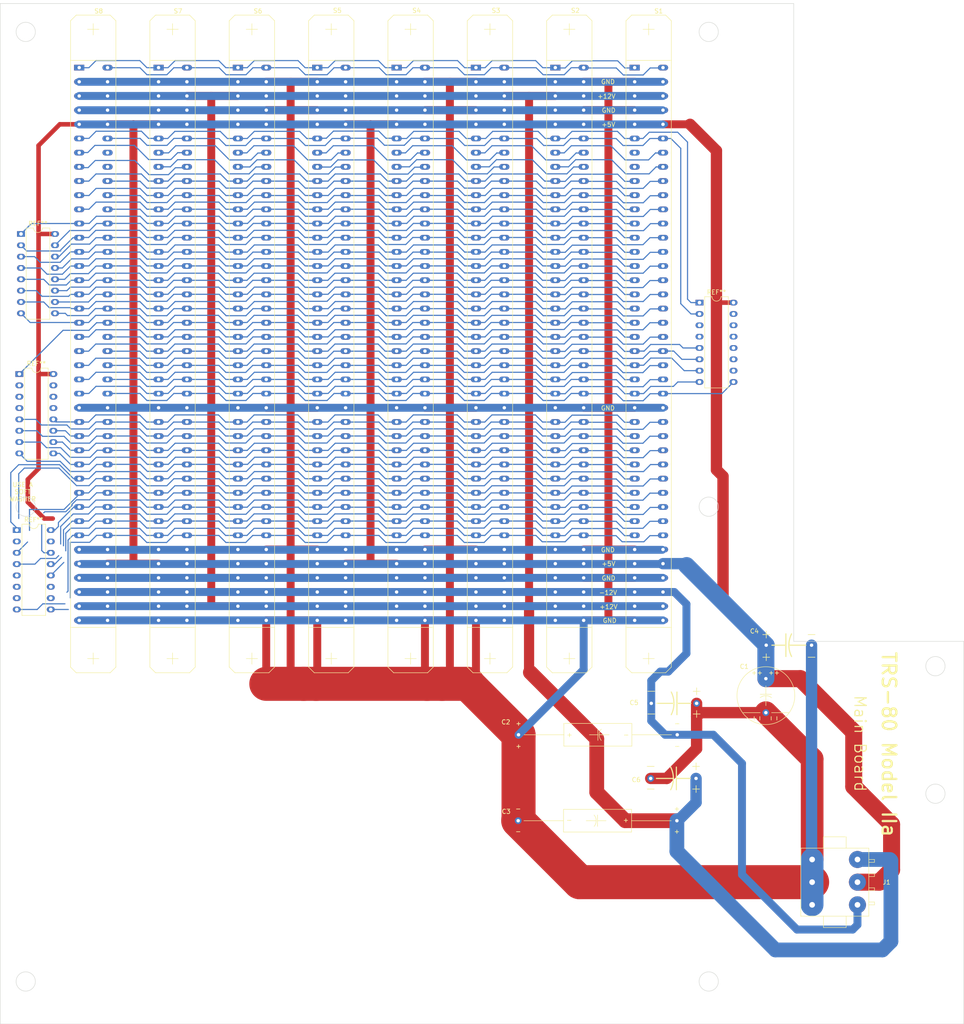
<source format=kicad_pcb>
(kicad_pcb (version 20211014) (generator pcbnew)
  (layers (0 "F.Cu" signal) (31 "B.Cu" signal) (34 "B.Paste" user) (35 "F.Paste" user) (36 "B.SilkS" user "B.Silkscreen") (37 "F.SilkS" user "F.Silkscreen") (38 "B.Mask" user) (39 "F.Mask" user) (44 "Edge.Cuts" user))
  (net 0 "")
  (net 1 "+12V")
  (net 2 "+5V")
  (net 3 "-12V")
  (net 4 "GND")
  (net 5 "USER0")
  (net 6 "USER1")
  (net 7 "INTRQ*")
  (net 8 "NMIRQ*")
  (net 9 "Net-(S7-Pad14)")
  (net 11 "Net-(S7-Pad16)")
  (net 13 "BUSRQ*")
  (net 14 "SYNC*")
  (net 15 "RD*")
  (net 16 "WR*")
  (net 17 "MEMCYC*")
  (net 18 "IOCYC*")
  (net 19 "A00*")
  (net 20 "A01*")
  (net 21 "A02*")
  (net 22 "A03*")
  (net 23 "A04*")
  (net 24 "A05*")
  (net 25 "A06*")
  (net 26 "A07*")
  (net 27 "A08*")
  (net 28 "A09*")
  (net 29 "A10*")
  (net 30 "A11*")
  (net 31 "A12*")
  (net 32 "A13*")
  (net 33 "A14*")
  (net 34 "A15*")
  (net 35 "RES")
  (net 36 "DISRO*")
  (net 37 "XFERRQ")
  (net 38 "KBIRQ*")
  (net 39 "SELECT*")
  (net 40 "CLOCK")
  (net 41 "REFRSH*")
  (net 42 "8MHz")
  (net 43 "RTC")
  (net 44 "WAIT*")
  (net 45 "RES1")
  (net 46 "RES2")
  (net 47 "RES3")
  (net 48 "RES4")
  (net 49 "RES5")
  (net 50 "RES6")
  (net 51 "RES7")
  (net 52 "RES8")
  (net 53 "RESET*")
  (net 54 "HALT*")
  (net 55 "Net-(S6-Pad14)")
  (net 56 "Net-(S6-Pad16)")
  (net 57 "Net-(S5-Pad14)")
  (net 58 "Net-(S5-Pad16)")
  (net 59 "Net-(S4-Pad14)")
  (net 60 "Net-(S4-Pad16)")
  (net 61 "Net-(S3-Pad14)")
  (net 62 "Net-(S3-Pad16)")
  (net 63 "Net-(S2-Pad14)")
  (net 64 "Net-(S2-Pad16)")
  (net 65 "Net-(S1-Pad14)")
  (net 66 "Net-(S1-Pad16)")
  (net 69 "D7*")
  (net 70 "D4*")
  (net 71 "D5*")
  (net 72 "D6*")
  (net 73 "D2*")
  (net 74 "D1*")
  (net 75 "D0*")
  (net 76 "D3*")
  (footprint "GenericComponents:Capcitor .400" (layer "F.Cu") (at 156.03855 151.9428 180)
    (fp_text reference "C5")
    (fp_text value ".1uf 50V")
  )
  (footprint "GenericComponents:Capcitor Axial 1.400" (layer "F.Cu") (at 116.13515 158.9786)
    (fp_text reference "C2")
    (fp_text value "470uf 16V A")
  )
  (footprint "TRS80parts:EdgeConnector-125-80" (layer "F.Cu") (at 20.83435 71.4248)
    (fp_text reference "S8")
    (fp_text value "EDAC 346-080-521-804")
  )
  (footprint "TRS80parts:EdgeConnector-125-80" (layer "F.Cu") (at 56.39435 71.4248)
    (fp_text reference "S6")
    (fp_text value "EDAC 346-080-521-804")
  )
  (footprint "GenericComponents:DIP-16pin-narrowpad" (layer "F.Cu") (at 4.28355 78.1708)
    (fp_text reference "REF**")
    (fp_text value "DIP-16")
  )
  (footprint "TRS80parts:EdgeConnector-125-80" (layer "F.Cu") (at 91.95435 71.4248)
    (fp_text reference "S4")
    (fp_text value "EDAC 346-080-521-804")
  )
  (footprint "GenericComponents:DIP-16pin-narrowpad" (layer "F.Cu") (at 4.65455 46.7868)
    (fp_text reference "REF**")
    (fp_text value "DIP-16")
  )
  (footprint "GenericComponents:DIP-16pin-narrowpad" (layer "F.Cu") (at 3.7084 113.1316)
    (fp_text reference "REF**")
    (fp_text value "DIP-16")
  )
  (footprint "TRS80parts:EdgeConnector-125-80" (layer "F.Cu") (at 127.51435 71.4248)
    (fp_text reference "S2")
    (fp_text value "EDAC 346-080-521-804")
  )
  (footprint "TRS80parts:EdgeConnector-125-80" (layer "F.Cu") (at 38.61435 71.4248)
    (fp_text reference "S7")
    (fp_text value "EDAC 346-080-521-804")
  )
  (footprint "TRS80parts:EdgeConnector-125-80" (layer "F.Cu") (at 74.17435 71.4248)
    (fp_text reference "S5")
    (fp_text value "EDAC 346-080-521-804")
  )
  (footprint "GenericComponents:Capcitor Axial 1.400" (layer "F.Cu") (at 151.61895 178.2318 180)
    (fp_text reference "C3")
    (fp_text value "470uF 16V A")
  )
  (footprint "GenericComponents:Capcitor .400" (layer "F.Cu") (at 155.91155 168.7576 180)
    (fp_text reference "C6")
    (fp_text value ".1uf 50V")
  )
  (footprint "GenericComponents:DIP-16pin-narrowpad" (layer "F.Cu") (at 156.68355 62.1688)
    (fp_text reference "REF**")
    (fp_text value "DIP-16")
  )
  (footprint "TRS80parts:TRS90-M2-J1power" (layer "F.Cu") (at 184.46115 186.9186 -90)
    (fp_text reference "J1")
    (fp_text value "TRS80M2-J1_power")
  )
  (footprint "GenericComponents:Capcitor Radial .300" (layer "F.Cu") (at 171.55795 146.4056 -90)
    (fp_text reference "C1")
    (fp_text value "470uF 16V R")
  )
  (footprint "TRS80parts:EdgeConnector-125-80" (layer "F.Cu") (at 109.73435 71.4248)
    (fp_text reference "S3")
    (fp_text value "EDAC 346-080-521-804")
  )
  (footprint "GenericComponents:Capcitor .400" (layer "F.Cu") (at 171.63415 138.9126)
    (fp_text reference "C4")
    (fp_text value ".1uf 50V")
  )
  (footprint "TRS80parts:EdgeConnector-125-80" (layer "F.Cu") (at 145.29435 71.4248)
    (fp_text reference "S1")
    (fp_text value "EDAC 346-080-521-804")
  )
  (gr_line locked (start 177.8 138.049) (end 215.9 138.049) (layer "Edge.Cuts") (width 0.1016))
  (gr_line locked (start 177.8 -4.826) (end 177.8 138.049) (layer "Edge.Cuts") (width 0.1016))
  (gr_circle locked (center 158.75 107.8865) (end 160.909 107.8865) (layer "Edge.Cuts") (width 0.1016) (fill none))
  (gr_line locked (start 0 -4.826) (end 0 223.774) (layer "Edge.Cuts") (width 0.1016))
  (gr_line locked (start 0 -4.826) (end 177.8 -4.826) (layer "Edge.Cuts") (width 0.1016))
  (gr_circle locked (center 5.715 1.524) (end 7.874 1.524) (layer "Edge.Cuts") (width 0.1016) (fill none))
  (gr_circle locked (center 5.715 214.249) (end 7.874 214.249) (layer "Edge.Cuts") (width 0.1016) (fill none))
  (gr_circle locked (center 5.715 107.8865) (end 7.874 107.8865) (layer "Edge.Cuts") (width 0.1016) (fill none))
  (gr_circle locked (center 158.75 214.249) (end 160.909 214.249) (layer "Edge.Cuts") (width 0.1016) (fill none))
  (gr_line locked (start 215.9 223.774) (end 215.9 138.049) (layer "Edge.Cuts") (width 0.1016))
  (gr_circle locked (center 209.55 143.6116) (end 211.709 143.6116) (layer "Edge.Cuts") (width 0.1016) (fill none))
  (gr_line locked (start 0 223.774) (end 215.9 223.774) (layer "Edge.Cuts") (width 0.1016))
  (gr_circle locked (center 209.55 172.1866) (end 211.709 172.1866) (layer "Edge.Cuts") (width 0.1016) (fill none))
  (gr_circle locked (center 158.75 1.524) (end 160.909 1.524) (layer "Edge.Cuts") (width 0.1016) (fill none))
  (gr_text "GND" (at 136.15035 117.5766) (layer "F.SilkS") (effects (font (size 1 1))))
  (gr_text "+12V" (at 135.84555 15.9512) (layer "F.SilkS") (effects (font (size 1 1))))
  (gr_text "TRS-80 Model IIa" (at 199.12275 161.107 270) (layer "F.SilkS") (effects (font (size 3.048 3.048) (thickness 0.508))))
  (gr_text "-12V" (at 136.20115 127.127) (layer "F.SilkS") (effects (font (size 1 1))))
  (gr_text "+5V" (at 136.27735 22.2758) (layer "F.SilkS") (effects (font (size 1 1))))
  (gr_text "GND" (at 136.30275 123.9012) (layer "F.SilkS") (effects (font (size 1 1))))
  (gr_text "GND" (at 136.17575 12.7) (layer "F.SilkS") (effects (font (size 1 1))))
  (gr_text "+5V" (at 136.30275 120.6754) (layer "F.SilkS") (effects (font (size 1 1))))
  (gr_text "+12V" (at 136.30275 130.302) (layer "F.SilkS") (effects (font (size 1 1))))
  (gr_text "GND" (at 136.55675 133.4008) (layer "F.SilkS") (effects (font (size 1 1))))
  (gr_text "USE A\nSOFT\nWASHER" (at 5.04135 104.5666) (layer "F.SilkS") (effects (font (size 1 1))))
  (gr_text "Main Board" (at 192.67115 160.9292 270) (layer "F.SilkS") (effects (font (size 2.54 2.54) (thickness 0.254))))
  (gr_text "GND" (at 136.32815 19.1008) (layer "F.SilkS") (effects (font (size 1 1))))
  (gr_text "GND" (at 136.15035 85.8012) (layer "F.SilkS") (effects (font (size 1 1))))
  (segment (start 112.94745 15.875) (end 118.49795 15.875) (width 1.778) (layer "F.Cu") (net 1))
  (segment (start 118.49795 130.1542) (end 118.49735 130.1548) (width 1.778) (layer "F.Cu") (net 1))
  (segment (start 53.25745 15.875) (end 47.28675 15.875) (width 1.778) (layer "F.Cu") (net 1))
  (segment (start 53.25745 130.175) (end 47.66775 130.175) (width 1.778) (layer "F.Cu") (net 1))
  (segment (start 118.49795 130.1542) (end 118.47715 130.175) (width 1.778) (layer "F.Cu") (net 1))
  (segment (start 118.49735 144.724) (end 118.78775 145.0144) (width 1.778) (layer "F.Cu") (net 1))
  (segment (start 133.66115 159.8878) (end 118.78775 145.0144) (width 3.302) (layer "F.Cu") (net 1))
  (segment (start 118.49795 15.875) (end 124.37745 15.875) (width 1.778) (layer "F.Cu") (net 1))
  (segment (start 118.49735 130.1548) (end 118.49735 144.724) (width 2.286) (layer "F.Cu") (net 1))
  (segment (start 47.28675 15.875) (end 41.82745 15.875) (width 1.778) (layer "F.Cu") (net 1))
  (segment (start 140.04175 178.2318) (end 133.66115 171.8512) (width 3.302) (layer "F.Cu") (net 1))
  (segment (start 118.78775 145.0144) (end 118.64975 144.8764) (width 2.54) (layer "F.Cu") (net 1))
  (segment (start 47.28675 129.794) (end 47.66775 130.175) (width 1.778) (layer "F.Cu") (net 1))
  (segment (start 133.66115 171.8512) (end 133.66115 159.8878) (width 3.302) (layer "F.Cu") (net 1))
  (segment (start 112.94745 130.175) (end 124.37745 130.175) (width 1.778) (layer "F.Cu") (net 1))
  (segment (start 151.61895 178.2318) (end 140.04175 178.2318) (width 3.302) (layer "F.Cu") (net 1))
  (segment (start 118.49795 15.875) (end 118.49795 130.1542) (width 1.778) (layer "F.Cu") (net 1))
  (segment (start 47.66775 130.175) (end 41.82745 130.175) (width 1.778) (layer "F.Cu") (net 1))
  (segment (start 47.28675 15.875) (end 47.28675 129.794) (width 1.778) (layer "F.Cu") (net 1))
  (segment (start 151.61895 185.1042) (end 151.61895 178.2318) (width 3.302) (layer "B.Cu") (net 1))
  (segment (start 199.57415 205.2776) (end 197.66915 207.1826) (width 3.302) (layer "B.Cu") (net 1))
  (segment (start 151.61895 178.2318) (end 151.84235 178.2318) (width 2.54) (layer "B.Cu") (net 1))
  (segment locked (start 148.50745 130.175) (end 17.69745 130.175) (width 1.778) (layer "B.Cu") (net 1))
  (segment (start 199.35075 186.9186) (end 199.57415 187.142) (width 2.54) (layer "B.Cu") (net 1))
  (segment locked (start 17.69745 15.875) (end 148.50745 15.875) (width 1.778) (layer "B.Cu") (net 1))
  (segment (start 192.08115 186.9186) (end 199.35075 186.9186) (width 3.302) (layer "B.Cu") (net 1))
  (segment (start 197.66915 207.1826) (end 173.69735 207.1826) (width 3.302) (layer "B.Cu") (net 1))
  (segment (start 199.57415 187.142) (end 199.57415 205.2776) (width 3.302) (layer "B.Cu") (net 1))
  (segment (start 151.84235 178.2318) (end 155.91155 174.1626) (width 2.54) (layer "B.Cu") (net 1))
  (segment (start 173.69735 207.1826) (end 151.61895 185.1042) (width 3.302) (layer "B.Cu") (net 1))
  (segment (start 155.91155 174.1626) (end 155.91155 168.7576) (width 2.54) (layer "B.Cu") (net 1))
  (segment (start 179.28475 146.4056) (end 171.55795 146.4056) (width 3.81) (layer "F.Cu") (net 2))
  (segment (start 154.57055 22.225) (end 148.50745 22.225) (width 1.778) (layer "F.Cu") (net 2))
  (segment (start 161.23055 62.1688) (end 160.48355 62.9158) (width 1.016) (layer "F.Cu") (net 2))
  (segment (start 199.72655 179.0648) (end 191.24295 170.5812) (width 3.81) (layer "F.Cu") (net 2))
  (segment (start 161.95675 129.2352) (end 161.95675 101.092) (width 2.54) (layer "F.Cu") (net 2))
  (segment (start 13.34135 22.225) (end 8.59155 26.9748) (width 1.016) (layer "F.Cu") (net 2))
  (segment (start 160.48355 28.138) (end 154.57055 22.225) (width 2.54) (layer "F.Cu") (net 2))
  (segment (start 77.38745 22.225) (end 82.97375 22.225) (width 1.778) (layer "F.Cu") (net 2))
  (segment (start 82.97375 22.225) (end 82.97375 120.1778) (width 1.778) (layer "F.Cu") (net 2))
  (segment (start 82.97375 120.1778) (end 83.44595 120.65) (width 1.778) (layer "F.Cu") (net 2))
  (segment (start 77.38745 120.65) (end 83.44595 120.65) (width 1.778) (layer "F.Cu") (net 2))
  (segment (start 29.85195 22.225) (end 35.47745 22.225) (width 1.778) (layer "F.Cu") (net 2))
  (segment (start 8.59155 99.3648) (end 6.17855 101.7778) (width 1.016) (layer "F.Cu") (net 2))
  (segment (start 24.04745 22.225) (end 29.85195 22.225) (width 1.778) (layer "F.Cu") (net 2))
  (segment (start 8.59155 26.9748) (end 8.59155 46.7868) (width 1.016) (layer "F.Cu") (net 2))
  (segment (start 8.60655 78.1708) (end 11.90355 78.1708) (width 1.016) (layer "F.Cu") (net 2))
  (segment (start 192.08115 191.9986) (end 196.97815 191.9986) (width 3.81) (layer "F.Cu") (net 2))
  (segment (start 191.24295 158.3638) (end 179.28475 146.4056) (width 3.81) (layer "F.Cu") (net 2))
  (segment (start 160.48355 99.6188) (end 160.48355 62.9158) (width 2.54) (layer "F.Cu") (net 2))
  (segment (start 161.95675 101.092) (end 160.48355 99.6188) (width 2.54) (layer "F.Cu") (net 2))
  (segment (start 199.72655 189.2502) (end 199.72655 179.0648) (width 3.81) (layer "F.Cu") (net 2))
  (segment (start 164.30355 62.1688) (end 161.23055 62.1688) (width 1.016) (layer "F.Cu") (net 2))
  (segment (start 8.59155 46.7868) (end 12.27455 46.7868) (width 1.016) (layer "F.Cu") (net 2))
  (segment (start 82.97375 22.225) (end 88.81745 22.225) (width 1.778) (layer "F.Cu") (net 2))
  (segment (start 83.44595 120.65) (end 88.81745 120.65) (width 1.778) (layer "F.Cu") (net 2))
  (segment (start 6.17855 101.7778) (end 6.17855 106.8578) (width 1.016) (layer "F.Cu") (net 2))
  (segment (start 17.69745 22.225) (end 13.34135 22.225) (width 1.016) (layer "F.Cu") (net 2))
  (segment (start 191.24295 170.5812) (end 191.24295 158.3638) (width 3.81) (layer "F.Cu") (net 2))
  (segment (start 24.04745 120.65) (end 29.85195 120.65) (width 1.778) (layer "F.Cu") (net 2))
  (segment (start 196.97815 191.9986) (end 199.72655 189.2502) (width 3.81) (layer "F.Cu") (net 2))
  (segment (start 160.48355 62.9158) (end 160.48355 28.138) (width 2.54) (layer "F.Cu") (net 2))
  (segment (start 8.59155 46.7868) (end 8.59155 99.3648) (width 1.016) (layer "F.Cu") (net 2))
  (segment (start 29.85195 120.65) (end 35.47745 120.65) (width 1.778) (layer "F.Cu") (net 2))
  (segment (start 6.17855 106.8578) (end 9.86155 110.5408) (width 1.016) (layer "F.Cu") (net 2))
  (segment (start 171.63415 138.9126) (end 161.95675 129.2352) (width 2.54) (layer "F.Cu") (net 2))
  (segment (start 9.86155 110.5408) (end 11.76655 110.5408) (width 1.016) (layer "F.Cu") (net 2))
  (segment (start 29.85195 22.225) (end 29.85195 120.65) (width 1.778) (layer "F.Cu") (net 2))
  (segment (start 171.63415 138.9126) (end 153.79815 121.0766) (width 3.81) (layer "B.Cu") (net 2))
  (segment locked (start 18.06575 120.7262) (end 148.87575 120.7262) (width 1.778) (layer "B.Cu") (net 2))
  (segment (start 153.20475 120.65) (end 148.50745 120.65) (width 2.54) (layer "B.Cu") (net 2))
  (segment locked (start 17.69745 22.2504) (end 148.50745 22.2504) (width 1.778) (layer "B.Cu") (net 2))
  (segment (start 153.79815 121.0766) (end 153.63135 121.0766) (width 1.778) (layer "B.Cu") (net 2))
  (segment (start 153.63135 121.0766) (end 153.20475 120.65) (width 1.778) (layer "B.Cu") (net 2))
  (segment (start 171.55795 138.9888) (end 171.63415 138.9126) (width 1.778) (layer "B.Cu") (net 2))
  (segment (start 171.55795 146.4056) (end 171.55795 138.9888) (width 3.81) (layer "B.Cu") (net 2))
  (segment locked (start 148.50745 127) (end 17.69745 127) (width 1.778) (layer "B.Cu") (net 3))
  (segment (start 151.69515 158.9786) (end 148.98835 158.9786) (width 1.778) (layer "B.Cu") (net 3))
  (segment (start 153.75835 140.7616) (end 149.69435 144.8256) (width 1.778) (layer "B.Cu") (net 3))
  (segment (start 166.20435 190.2916) (end 166.20435 165.3996) (width 1.778) (layer "B.Cu") (net 3))
  (segment (start 149.69435 144.8256) (end 147.91635 144.8256) (width 1.778) (layer "B.Cu") (net 3))
  (segment (start 148.98835 158.9786) (end 145.87855 155.8688) (width 1.778) (layer "B.Cu") (net 3))
  (segment (start 151.04575 127) (end 153.75835 129.7126) (width 1.778) (layer "B.Cu") (net 3))
  (segment (start 178.52335 202.6106) (end 166.20435 190.2916) (width 1.778) (layer "B.Cu") (net 3))
  (segment (start 148.50745 127) (end 151.04575 127) (width 1.778) (layer "B.Cu") (net 3))
  (segment (start 166.20435 165.3996) (end 159.78335 158.9786) (width 1.778) (layer "B.Cu") (net 3))
  (segment (start 147.91635 144.8256) (end 145.87855 146.8634) (width 1.778) (layer "B.Cu") (net 3))
  (segment (start 145.87855 155.8688) (end 145.87855 151.9428) (width 1.778) (layer "B.Cu") (net 3))
  (segment (start 178.52335 202.6106) (end 191.01435 202.6106) (width 1.778) (layer "B.Cu") (net 3))
  (segment (start 192.08115 201.5438) (end 192.08115 197.0786) (width 1.778) (layer "B.Cu") (net 3))
  (segment (start 191.01435 202.6106) (end 192.08115 201.5438) (width 1.778) (layer "B.Cu") (net 3))
  (segment (start 145.87855 146.8634) (end 145.87855 151.9428) (width 1.778) (layer "B.Cu") (net 3))
  (segment (start 153.75835 129.7126) (end 153.75835 140.7616) (width 1.778) (layer "B.Cu") (net 3))
  (segment (start 159.78335 158.9786) (end 151.69515 158.9786) (width 1.778) (layer "B.Cu") (net 3))
  (segment (start 59.60745 133.35) (end 65.03095 133.35) (width 1.778) (layer "F.Cu") (net 4))
  (segment (start 181.92115 164.3888) (end 171.55795 154.0256) (width 5.08) (layer "F.Cu") (net 4))
  (segment (start 142.15745 123.825) (end 130.72745 123.825) (width 1.778) (layer "F.Cu") (net 4))
  (segment (start 156.92235 154.0256) (end 171.55795 154.0256) (width 2.54) (layer "F.Cu") (net 4))
  (segment (start 59.60745 12.7) (end 65.06675 12.7) (width 1.778) (layer "F.Cu") (net 4))
  (segment (start 71.03745 147.3021) (end 70.77075 147.5688) (width 1.778) (layer "F.Cu") (net 4))
  (segment (start 142.15745 133.35) (end 136.27795 133.35) (width 1.778) (layer "F.Cu") (net 4))
  (segment (start 100.75375 133.0048) (end 100.75375 145.8306) (width 1.778) (layer "F.Cu") (net 4))
  (segment (start 65.06675 12.7) (end 71.03745 12.7) (width 1.778) (layer "F.Cu") (net 4))
  (segment (start 106.59745 145.8289) (end 104.85755 147.5688) (width 1.778) (layer "F.Cu") (net 4))
  (segment (start 95.63735 147.5688) (end 70.77075 147.5688) (width 7.62) (layer "F.Cu") (net 4))
  (segment (start 104.85755 147.5688) (end 99.01555 147.5688) (width 7.62) (layer "F.Cu") (net 4))
  (segment (start 156.03855 151.9428) (end 156.03855 154.9094) (width 2.54) (layer "F.Cu") (net 4))
  (segment (start 142.15745 117.475) (end 130.72745 117.475) (width 1.778) (layer "F.Cu") (net 4))
  (segment (start 116.13515 178.1556) (end 116.05895 178.2318) (width 1.778) (layer "F.Cu") (net 4))
  (segment (start 106.59745 133.35) (end 106.59745 145.8289) (width 1.778) (layer "F.Cu") (net 4))
  (segment (start 67.97675 147.5688) (end 59.62015 147.5688) (width 7.62) (layer "F.Cu") (net 4))
  (segment (start 116.13515 158.9786) (end 116.13515 178.1556) (width 7.62) (layer "F.Cu") (net 4))
  (segment (start 142.15745 85.725) (end 130.72745 85.725) (width 1.778) (layer "F.Cu") (net 4))
  (segment (start 100.75375 133.0048) (end 101.09895 133.35) (width 1.778) (layer "F.Cu") (net 4))
  (segment (start 71.03745 19.05) (end 59.60745 19.05) (width 1.778) (layer "F.Cu") (net 4))
  (segment (start 181.92115 186.9186) (end 181.92115 164.3888) (width 5.08) (layer "F.Cu") (net 4))
  (segment (start 106.59745 12.7) (end 100.75375 12.7) (width 1.778) (layer "F.Cu") (net 4))
  (segment (start 59.60745 117.475) (end 71.03745 117.475) (width 1.778) (layer "F.Cu") (net 4))
  (segment (start 65.06675 133.3142) (end 65.03095 133.35) (width 1.778) (layer "F.Cu") (net 4))
  (segment (start 106.59745 133.35) (end 101.09895 133.35) (width 1.778) (layer "F.Cu") (net 4))
  (segment (start 104.95915 147.8026) (end 104.95915 147.6704) (width 1.778) (layer "F.Cu") (net 4))
  (segment (start 100.75375 12.7) (end 95.16745 12.7) (width 1.778) (layer "F.Cu") (net 4))
  (segment (start 65.06675 144.6588) (end 67.97675 147.5688) (width 1.778) (layer "F.Cu") (net 4))
  (segment (start 129.82575 191.9986) (end 181.92115 191.9986) (width 7.62) (layer "F.Cu") (net 4))
  (segment (start 70.77075 147.5688) (end 67.97675 147.5688) (width 7.62) (layer "F.Cu") (net 4))
  (segment (start 95.16745 147.0989) (end 95.63735 147.5688) (width 1.778) (layer "F.Cu") (net 4))
  (segment (start 136.27795 133.35) (end 136.27795 13.081) (width 1.778) (layer "F.Cu") (net 4))
  (segment (start 65.06675 133.3142) (end 65.06675 144.6588) (width 1.778) (layer "F.Cu") (net 4))
  (segment (start 99.01555 147.5688) (end 95.63735 147.5688) (width 7.62) (layer "F.Cu") (net 4))
  (segment (start 136.27795 133.35) (end 130.72745 133.35) (width 1.778) (layer "F.Cu") (net 4))
  (segment (start 106.59745 117.475) (end 95.16745 117.475) (width 1.778) (layer "F.Cu") (net 4))
  (segment (start 95.16745 19.05) (end 106.59745 19.05) (width 1.778) (layer "F.Cu") (net 4))
  (segment (start 130.72745 12.7) (end 136.65895 12.7) (width 1.778) (layer "F.Cu") (net 4))
  (segment (start 59.60745 123.825) (end 71.03745 123.825) (width 1.778) (layer "F.Cu") (net 4))
  (segment (start 65.03095 133.35) (end 71.03745 133.35) (width 1.778) (layer "F.Cu") (net 4))
  (segment (start 136.27795 13.081) (end 136.65895 12.7) (width 1.778) (layer "F.Cu") (net 4))
  (segment (start 101.09895 133.35) (end 95.16745 133.35) (width 1.778) (layer "F.Cu") (net 4))
  (segment (start 64.90335 133.4776) (end 65.03095 133.35) (width 1.778) (layer "F.Cu") (net 4))
  (segment (start 156.03855 154.9094) (end 156.92235 154.0256) (width 2.54) (layer "F.Cu") (net 4))
  (segment (start 145.75155 168.7576) (end 149.35315 168.7576) (width 2.54) (layer "F.Cu") (net 4))
  (segment (start 142.15745 19.05) (end 130.72745 19.05) (width 1.778) (layer "F.Cu") (net 4))
  (segment (start 116.05895 178.2318) (end 129.82575 191.9986) (width 7.62) (layer "F.Cu") (net 4))
  (segment (start 136.65895 12.7) (end 142.15745 12.7) (width 1.778) (layer "F.Cu") (net 4))
  (segment (start 100.75375 12.7) (end 100.75375 133.0048) (width 1.778) (layer "F.Cu") (net 4))
  (segment (start 156.03855 154.9094) (end 156.03855 162.0722) (width 2.54) (layer "F.Cu") (net 4))
  (segment (start 59.60745 133.35) (end 59.60745 147.5561) (width 1.778) (layer "F.Cu") (net 4))
  (segment (start 104.95915 147.6704) (end 104.85755 147.5688) (width 1.778) (layer "F.Cu") (net 4))
  (segment (start 100.75375 145.8306) (end 99.01555 147.5688) (width 1.778) (layer "F.Cu") (net 4))
  (segment (start 106.59745 85.725) (end 95.16745 85.725) (width 1.778) (layer "F.Cu") (net 4))
  (segment (start 116.13515 158.9786) (end 104.95915 147.8026) (width 7.62) (layer "F.Cu") (net 4))
  (segment (start 65.06675 12.7) (end 65.06675 133.3142) (width 1.778) (layer "F.Cu") (net 4))
  (segment (start 156.03855 162.0722) (end 149.35315 168.7576) (width 2.54) (layer "F.Cu") (net 4))
  (segment (start 71.03745 85.725) (end 59.60745 85.725) (width 1.778) (layer "F.Cu") (net 4))
  (segment (start 95.16745 133.35) (end 95.16745 147.0989) (width 1.778) (layer "F.Cu") (net 4))
  (segment (start 71.03745 133.35) (end 71.03745 147.3021) (width 1.778) (layer "F.Cu") (net 4))
  (segment (start 106.59745 123.825) (end 95.16745 123.825) (width 1.778) (layer "F.Cu") (net 4))
  (segment (start 59.60745 147.5561) (end 59.62015 147.5688) (width 1.778) (layer "F.Cu") (net 4))
  (segment (start 181.79415 196.9516) (end 181.92115 197.0786) (width 2.54) (layer "B.Cu") (net 4))
  (segment (start 17.69745 133.35) (end 148.50745 133.35) (width 1.778) (layer "B.Cu") (net 4))
  (segment locked (start 112.94745 123.825) (end 17.69745 123.825) (width 1.778) (layer "B.Cu") (net 4))
  (segment locked (start 148.50745 123.825) (end 17.69745 123.825) (width 1.778) (layer "B.Cu") (net 4))
  (segment locked (start 148.50745 85.725) (end 17.69745 85.725) (width 1.778) (layer "B.Cu") (net 4))
  (segment (start 181.92115 197.0786) (end 181.92115 186.9186) (width 5.08) (layer "B.Cu") (net 4))
  (segment (start 181.79415 138.9126) (end 181.79415 196.9516) (width 2.54) (layer "B.Cu") (net 4))
  (segment (start 130.72745 133.35) (end 130.72745 144.3863) (width 1.778) (layer "B.Cu") (net 4))
  (segment locked (start 17.53235 117.5512) (end 148.34235 117.5512) (width 1.778) (layer "B.Cu") (net 4))
  (segment locked (start 148.50745 12.7) (end 17.69745 12.7) (width 1.778) (layer "B.Cu") (net 4))
  (segment (start 130.72745 144.3863) (end 116.13515 158.9786) (width 1.778) (layer "B.Cu") (net 4))
  (segment locked (start 17.60855 19.0754) (end 148.41855 19.0754) (width 1.778) (layer "B.Cu") (net 4))
  (segment locked (start 138.34745 8.001) (end 139.94765 9.6012) (width 0.25) (layer "B.Cu") (net 5))
  (segment locked (start 21.45665 7.9502) (end 31.27375 7.9502) (width 0.25) (layer "B.Cu") (net 5))
  (segment locked (start 19.85645 9.5504) (end 21.45665 7.9502) (width 0.25) (layer "B.Cu") (net 5))
  (segment locked (start 75.05065 7.9502) (end 84.71535 7.9502) (width 0.25) (layer "B.Cu") (net 5))
  (segment locked (start 17.68475 9.5504) (end 19.85645 9.5504) (width 0.25) (layer "B.Cu") (net 5))
  (segment locked (start 110.22965 7.9502) (end 119.97055 7.9502) (width 0.25) (layer "B.Cu") (net 5))
  (segment locked (start 121.57075 9.5504) (end 124.23775 9.5504) (width 0.25) (layer "B.Cu") (net 5))
  (segment locked (start 126.58725 9.6012) (end 128.18745 8.001) (width 0.25) (layer "B.Cu") (net 5))
  (segment locked (start 91.00185 9.5504) (end 92.60205 7.9502) (width 0.25) (layer "B.Cu") (net 5))
  (segment locked (start 124.41555 9.6012) (end 126.58725 9.6012) (width 0.25) (layer "B.Cu") (net 5))
  (segment locked (start 106.45775 9.5504) (end 108.62945 9.5504) (width 0.25) (layer "B.Cu") (net 5))
  (segment locked (start 86.31555 9.5504) (end 89.05875 9.5504) (width 0.25) (layer "B.Cu") (net 5))
  (segment locked (start 88.83015 9.5504) (end 91.00185 9.5504) (width 0.25) (layer "B.Cu") (net 5))
  (segment locked (start 56.94045 7.9502) (end 66.7258 7.9502) (width 0.25) (layer "B.Cu") (net 5))
  (segment locked (start 104.07015 9.5504) (end 106.61015 9.5504) (width 0.25) (layer "B.Cu") (net 5))
  (segment locked (start 32.87395 9.5504) (end 35.46475 9.5504) (width 0.25) (layer "B.Cu") (net 5))
  (segment locked (start 35.41395 9.5504) (end 37.58565 9.5504) (width 0.25) (layer "B.Cu") (net 5))
  (segment locked (start 48.95215 7.9502) (end 50.55235 9.5504) (width 0.25) (layer "B.Cu") (net 5))
  (segment locked (start 102.46995 7.9502) (end 104.07015 9.5504) (width 0.25) (layer "B.Cu") (net 5))
  (segment locked (start 37.58565 9.5504) (end 39.18585 7.9502) (width 0.25) (layer "B.Cu") (net 5))
  (segment locked (start 50.55235 9.5504) (end 53.19395 9.5504) (width 0.25) (layer "B.Cu") (net 5))
  (segment locked (start 55.34025 9.5504) (end 56.94045 7.9502) (width 0.25) (layer "B.Cu") (net 5))
  (segment locked (start 119.97055 7.9502) (end 121.57075 9.5504) (width 0.25) (layer "B.Cu") (net 5))
  (segment locked (start 139.94765 9.6012) (end 142.19555 9.6012) (width 0.25) (layer "B.Cu") (net 5))
  (segment locked (start 68.326 9.5504) (end 71.38035 9.5504) (width 0.25) (layer "B.Cu") (net 5))
  (segment locked (start 92.60205 7.9502) (end 102.46995 7.9502) (width 0.25) (layer "B.Cu") (net 5))
  (segment locked (start 71.27875 9.5504) (end 73.45045 9.5504) (width 0.25) (layer "B.Cu") (net 5))
  (segment locked (start 66.7258 7.9502) (end 68.326 9.5504) (width 0.25) (layer "B.Cu") (net 5))
  (segment locked (start 31.27375 7.9502) (end 32.87395 9.5504) (width 0.25) (layer "B.Cu") (net 5))
  (segment locked (start 53.16855 9.5504) (end 55.34025 9.5504) (width 0.25) (layer "B.Cu") (net 5))
  (segment locked (start 73.45045 9.5504) (end 75.05065 7.9502) (width 0.25) (layer "B.Cu") (net 5))
  (segment locked (start 128.18745 8.001) (end 138.34745 8.001) (width 0.25) (layer "B.Cu") (net 5))
  (segment locked (start 84.71535 7.9502) (end 86.31555 9.5504) (width 0.25) (layer "B.Cu") (net 5))
  (segment locked (start 39.18585 7.9502) (end 48.95215 7.9502) (width 0.25) (layer "B.Cu") (net 5))
  (segment locked (start 108.62945 9.5504) (end 110.22965 7.9502) (width 0.25) (layer "B.Cu") (net 5))
  (segment locked (start 68.37045 11.1252) (end 73.23455 11.1252) (width 0.25) (layer "B.Cu") (net 6))
  (segment locked (start 24.03475 9.5504) (end 31.31185 9.5504) (width 0.25) (layer "B.Cu") (net 6))
  (segment locked (start 31.31185 9.5504) (end 32.88665 11.1252) (width 0.25) (layer "B.Cu") (net 6))
  (segment locked (start 56.63565 9.5504) (end 59.54395 9.5504) (width 0.25) (layer "B.Cu") (net 6))
  (segment locked (start 38.90645 9.5504) (end 41.81475 9.5504) (width 0.25) (layer "B.Cu") (net 6))
  (segment locked (start 112.80775 9.5504) (end 120.08485 9.5504) (width 0.25) (layer "B.Cu") (net 6))
  (segment locked (start 77.62875 9.5504) (end 84.90585 9.5504) (width 0.25) (layer "B.Cu") (net 6))
  (segment locked (start 144.06245 11.176) (end 145.63725 9.6012) (width 0.25) (layer "B.Cu") (net 6))
  (segment locked (start 126.37135 11.1252) (end 127.94615 9.5504) (width 0.25) (layer "B.Cu") (net 6))
  (segment locked (start 95.18015 9.5504) (end 102.45725 9.5504) (width 0.25) (layer "B.Cu") (net 6))
  (segment locked (start 92.50045 9.5504) (end 95.40875 9.5504) (width 0.25) (layer "B.Cu") (net 6))
  (segment locked (start 32.88665 11.1252) (end 37.33165 11.1252) (width 0.25) (layer "B.Cu") (net 6))
  (segment locked (start 121.65965 11.1252) (end 126.37135 11.1252) (width 0.25) (layer "B.Cu") (net 6))
  (segment locked (start 84.90585 9.5504) (end 86.48065 11.1252) (width 0.25) (layer "B.Cu") (net 6))
  (segment locked (start 49.04105 9.5504) (end 50.61585 11.1252) (width 0.25) (layer "B.Cu") (net 6))
  (segment locked (start 55.06085 11.1252) (end 56.63565 9.5504) (width 0.25) (layer "B.Cu") (net 6))
  (segment locked (start 145.63725 9.6012) (end 148.54555 9.6012) (width 0.25) (layer "B.Cu") (net 6))
  (segment locked (start 138.04265 9.6012) (end 139.61745 11.176) (width 0.25) (layer "B.Cu") (net 6))
  (segment locked (start 37.33165 11.1252) (end 38.90645 9.5504) (width 0.25) (layer "B.Cu") (net 6))
  (segment locked (start 104.03205 11.1252) (end 108.47705 11.1252) (width 0.25) (layer "B.Cu") (net 6))
  (segment locked (start 130.76555 9.6012) (end 138.04265 9.6012) (width 0.25) (layer "B.Cu") (net 6))
  (segment locked (start 127.94615 9.5504) (end 130.58775 9.5504) (width 0.25) (layer "B.Cu") (net 6))
  (segment locked (start 90.92565 11.1252) (end 92.50045 9.5504) (width 0.25) (layer "B.Cu") (net 6))
  (segment locked (start 86.48065 11.1252) (end 90.92565 11.1252) (width 0.25) (layer "B.Cu") (net 6))
  (segment locked (start 108.47705 11.1252) (end 110.05185 9.5504) (width 0.25) (layer "B.Cu") (net 6))
  (segment locked (start 66.79565 9.5504) (end 68.37045 11.1252) (width 0.25) (layer "B.Cu") (net 6))
  (segment locked (start 59.51855 9.5504) (end 66.79565 9.5504) (width 0.25) (layer "B.Cu") (net 6))
  (segment locked (start 50.61585 11.1252) (end 55.06085 11.1252) (width 0.25) (layer "B.Cu") (net 6))
  (segment locked (start 73.23455 11.1252) (end 74.80935 9.5504) (width 0.25) (layer "B.Cu") (net 6))
  (segment locked (start 110.05185 9.5504) (end 112.96015 9.5504) (width 0.25) (layer "B.Cu") (net 6))
  (segment locked (start 74.80935 9.5504) (end 77.60335 9.5504) (width 0.25) (layer "B.Cu") (net 6))
  (segment locked (start 102.45725 9.5504) (end 104.03205 11.1252) (width 0.25) (layer "B.Cu") (net 6))
  (segment locked (start 41.76395 9.5504) (end 49.04105 9.5504) (width 0.25) (layer "B.Cu") (net 6))
  (segment locked (start 139.61745 11.176) (end 144.06245 11.176) (width 0.25) (layer "B.Cu") (net 6))
  (segment locked (start 120.08485 9.5504) (end 121.65965 11.1252) (width 0.25) (layer "B.Cu") (net 6))
  (segment locked (start 110.35665 23.7998) (end 120.51665 23.7998) (width 0.254) (layer "B.Cu") (net 7))
  (segment locked (start 55.34025 25.4) (end 56.94045 23.7998) (width 0.254) (layer "B.Cu") (net 7))
  (segment locked (start 49.29505 23.7998) (end 50.89525 25.4) (width 0.254) (layer "B.Cu") (net 7))
  (segment locked (start 39.13505 23.7998) (end 49.29505 23.7998) (width 0.254) (layer "B.Cu") (net 7))
  (segment locked (start 50.89525 25.4) (end 53.14315 25.4) (width 0.254) (layer "B.Cu") (net 7))
  (segment locked (start 91.05265 25.4) (end 92.65285 23.7998) (width 0.254) (layer "B.Cu") (net 7))
  (segment (start 151.79155 23.9978) (end 154.00655 26.2128) (width 0.254) (layer "B.Cu") (net 7))
  (segment locked (start 56.94045 23.7998) (end 67.10045 23.7998) (width 0.254) (layer "B.Cu") (net 7))
  (segment (start 142.14475 25.4) (end 144.02495 25.4) (width 0.254) (layer "B.Cu") (net 7))
  (segment (start 154.78355 62.1688) (end 156.68355 62.1688) (width 0.254) (layer "B.Cu") (net 7))
  (segment locked (start 17.71015 25.3746) (end 19.88185 25.3746) (width 0.254) (layer "B.Cu") (net 7))
  (segment locked (start 106.58475 25.4) (end 108.75645 25.4) (width 0.254) (layer "B.Cu") (net 7))
  (segment locked (start 104.41305 25.4) (end 106.66095 25.4) (width 0.254) (layer "B.Cu") (net 7))
  (segment locked (start 102.81285 23.7998) (end 104.41305 25.4) (width 0.254) (layer "B.Cu") (net 7))
  (segment locked (start 86.42985 25.3492) (end 88.67775 25.3492) (width 0.254) (layer "B.Cu") (net 7))
  (segment locked (start 124.36475 25.4) (end 126.53645 25.4) (width 0.254) (layer "B.Cu") (net 7))
  (segment locked (start 37.53485 25.4) (end 39.13505 23.7998) (width 0.254) (layer "B.Cu") (net 7))
  (segment locked (start 122.11685 25.4) (end 124.36475 25.4) (width 0.254) (layer "B.Cu") (net 7))
  (segment locked (start 35.36315 25.4) (end 37.53485 25.4) (width 0.254) (layer "B.Cu") (net 7))
  (segment locked (start 88.88095 25.4) (end 91.05265 25.4) (width 0.254) (layer "B.Cu") (net 7))
  (segment locked (start 92.65285 23.7998) (end 102.81285 23.7998) (width 0.254) (layer "B.Cu") (net 7))
  (segment locked (start 70.89775 25.3492) (end 73.06945 25.3492) (width 0.254) (layer "B.Cu") (net 7))
  (segment locked (start 31.64205 23.7744) (end 33.24225 25.3746) (width 0.254) (layer "B.Cu") (net 7))
  (segment locked (start 128.13665 23.7998) (end 138.29665 23.7998) (width 0.254) (layer "B.Cu") (net 7))
  (segment locked (start 73.06945 25.3492) (end 74.66965 23.749) (width 0.254) (layer "B.Cu") (net 7))
  (segment locked (start 21.48205 23.7744) (end 31.64205 23.7744) (width 0.254) (layer "B.Cu") (net 7))
  (segment locked (start 108.75645 25.4) (end 110.35665 23.7998) (width 0.254) (layer "B.Cu") (net 7))
  (segment locked (start 84.82965 23.749) (end 86.42985 25.3492) (width 0.254) (layer "B.Cu") (net 7))
  (segment locked (start 120.51665 23.7998) (end 122.11685 25.4) (width 0.254) (layer "B.Cu") (net 7))
  (segment locked (start 67.10045 23.7998) (end 68.70065 25.4) (width 0.254) (layer "B.Cu") (net 7))
  (segment locked (start 126.53645 25.4) (end 128.13665 23.7998) (width 0.254) (layer "B.Cu") (net 7))
  (segment (start 154.00655 61.3918) (end 154.78355 62.1688) (width 0.254) (layer "B.Cu") (net 7))
  (segment locked (start 139.89685 25.4) (end 142.14475 25.4) (width 0.254) (layer "B.Cu") (net 7))
  (segment locked (start 53.16855 25.4) (end 55.34025 25.4) (width 0.254) (layer "B.Cu") (net 7))
  (segment locked (start 138.29665 23.7998) (end 139.89685 25.4) (width 0.254) (layer "B.Cu") (net 7))
  (segment locked (start 74.66965 23.749) (end 84.82965 23.749) (width 0.254) (layer "B.Cu") (net 7))
  (segment (start 144.02495 25.4) (end 145.42715 23.9978) (width 0.254) (layer "B.Cu") (net 7))
  (segment locked (start 33.24225 25.3746) (end 35.49015 25.3746) (width 0.254) (layer "B.Cu") (net 7))
  (segment locked (start 19.88185 25.3746) (end 21.48205 23.7744) (width 0.254) (layer "B.Cu") (net 7))
  (segment locked (start 68.70065 25.4) (end 70.94855 25.4) (width 0.254) (layer "B.Cu") (net 7))
  (segment (start 154.00655 26.2128) (end 154.00655 61.3918) (width 0.254) (layer "B.Cu") (net 7))
  (segment (start 145.42715 23.9978) (end 151.79155 23.9978) (width 0.254) (layer "B.Cu") (net 7))
  (segment locked (start 86.09965 26.924) (end 90.54465 26.924) (width 0.254) (layer "B.Cu") (net 8))
  (segment locked (start 48.99025 25.4) (end 50.56505 26.9748) (width 0.254) (layer "B.Cu") (net 8))
  (segment locked (start 68.37045 26.9748) (end 72.81545 26.9748) (width 0.254) (layer "B.Cu") (net 8))
  (segment locked (start 110.10265 25.4) (end 113.01095 25.4) (width 0.254) (layer "B.Cu") (net 8))
  (segment (start 154.78355 64.7088) (end 156.68355 64.7088) (width 0.254) (layer "B.Cu") (net 8))
  (segment locked (start 37.35705 26.9494) (end 38.93185 25.3746) (width 0.254) (layer "B.Cu") (net 8))
  (segment locked (start 121.78665 26.9748) (end 126.23165 26.9748) (width 0.254) (layer "B.Cu") (net 8))
  (segment locked (start 41.71315 25.4) (end 48.99025 25.4) (width 0.254) (layer "B.Cu") (net 8))
  (segment locked (start 32.91205 26.9494) (end 37.35705 26.9494) (width 0.254) (layer "B.Cu") (net 8))
  (segment (start 152.48255 62.4078) (end 154.78355 64.7088) (width 0.254) (layer "B.Cu") (net 8))
  (segment locked (start 130.71475 25.4) (end 137.99185 25.4) (width 0.254) (layer "B.Cu") (net 8))
  (segment (start 148.50745 25.4) (end 150.27275 25.4) (width 0.254) (layer "B.Cu") (net 8))
  (segment locked (start 50.56505 26.9748) (end 55.01005 26.9748) (width 0.254) (layer "B.Cu") (net 8))
  (segment locked (start 77.24775 25.3492) (end 84.52485 25.3492) (width 0.254) (layer "B.Cu") (net 8))
  (segment locked (start 31.33725 25.3746) (end 32.91205 26.9494) (width 0.254) (layer "B.Cu") (net 8))
  (segment (start 150.27275 25.4) (end 152.48255 27.6098) (width 0.254) (layer "B.Cu") (net 8))
  (segment locked (start 95.23095 25.4) (end 102.50805 25.4) (width 0.254) (layer "B.Cu") (net 8))
  (segment locked (start 59.51855 25.4) (end 66.79565 25.4) (width 0.254) (layer "B.Cu") (net 8))
  (segment (start 152.48255 27.6098) (end 152.48255 62.4078) (width 0.254) (layer "B.Cu") (net 8))
  (segment locked (start 72.81545 26.9748) (end 74.39025 25.4) (width 0.254) (layer "B.Cu") (net 8))
  (segment locked (start 139.56665 26.9748) (end 144.01165 26.9748) (width 0.254) (layer "B.Cu") (net 8))
  (segment locked (start 84.52485 25.3492) (end 86.09965 26.924) (width 0.254) (layer "B.Cu") (net 8))
  (segment locked (start 126.23165 26.9748) (end 127.80645 25.4) (width 0.254) (layer "B.Cu") (net 8))
  (segment locked (start 92.11945 25.3492) (end 95.02775 25.3492) (width 0.254) (layer "B.Cu") (net 8))
  (segment locked (start 24.06015 25.3746) (end 31.33725 25.3746) (width 0.254) (layer "B.Cu") (net 8))
  (segment locked (start 55.01005 26.9748) (end 56.58485 25.4) (width 0.254) (layer "B.Cu") (net 8))
  (segment locked (start 56.58485 25.4) (end 59.49315 25.4) (width 0.254) (layer "B.Cu") (net 8))
  (segment locked (start 90.54465 26.924) (end 92.11945 25.3492) (width 0.254) (layer "B.Cu") (net 8))
  (segment locked (start 112.93475 25.4) (end 120.21185 25.4) (width 0.254) (layer "B.Cu") (net 8))
  (segment locked (start 108.52785 26.9748) (end 110.10265 25.4) (width 0.254) (layer "B.Cu") (net 8))
  (segment locked (start 74.39025 25.4) (end 77.29855 25.4) (width 0.254) (layer "B.Cu") (net 8))
  (segment locked (start 127.80645 25.4) (end 130.71475 25.4) (width 0.254) (layer "B.Cu") (net 8))
  (segment locked (start 144.01165 26.9748) (end 145.58645 25.4) (width 0.254) (layer "B.Cu") (net 8))
  (segment locked (start 102.50805 25.4) (end 104.08285 26.9748) (width 0.254) (layer "B.Cu") (net 8))
  (segment locked (start 104.08285 26.9748) (end 108.52785 26.9748) (width 0.254) (layer "B.Cu") (net 8))
  (segment locked (start 66.79565 25.4) (end 68.37045 26.9748) (width 0.254) (layer "B.Cu") (net 8))
  (segment locked (start 137.99185 25.4) (end 139.56665 26.9748) (width 0.254) (layer "B.Cu") (net 8))
  (segment locked (start 145.58645 25.4) (end 148.49475 25.4) (width 0.254) (layer "B.Cu") (net 8))
  (segment locked (start 120.21185 25.4) (end 121.78665 26.9748) (width 0.254) (layer "B.Cu") (net 8))
  (segment locked (start 38.93185 25.3746) (end 41.84015 25.3746) (width 0.254) (layer "B.Cu") (net 8))
  (segment locked (start 30.07995 26.9494) (end 33.25495 30.1244) (width 0.254) (layer "B.Cu") (net 9))
  (segment locked (start 39.78275 28.575) (end 40.11295 28.575) (width 0.254) (layer "B.Cu") (net 9))
  (segment locked (start 21.21535 26.9494) (end 30.07995 26.9494) (width 0.254) (layer "B.Cu") (net 9))
  (segment locked (start 33.25495 30.1244) (end 38.23335 30.1244) (width 0.254) (layer "B.Cu") (net 9))
  (segment locked (start 19.61515 28.5496) (end 21.21535 26.9494) (width 0.254) (layer "B.Cu") (net 9))
  (segment locked (start 17.44345 28.5496) (end 19.61515 28.5496) (width 0.254) (layer "B.Cu") (net 9))
  (segment locked (start 40.11295 28.575) (end 41.82745 28.575) (width 0.254) (layer "B.Cu") (net 9))
  (segment locked (start 40.08755 28.5496) (end 40.11295 28.575) (width 0.254) (layer "B.Cu") (net 9))
  (segment locked (start 38.23335 30.1244) (end 39.78275 28.575) (width 0.254) (layer "B.Cu") (net 9))
  (segment locked (start 19.69135 31.9278) (end 21.29155 30.3276) (width 0.254) (layer "B.Cu") (net 11))
  (segment locked (start 37.69995 33.5026) (end 39.24935 31.9532) (width 0.254) (layer "B.Cu") (net 11))
  (segment locked (start 39.24935 31.9532) (end 41.90365 31.9532) (width 0.254) (layer "B.Cu") (net 11))
  (segment locked (start 33.33115 33.5026) (end 37.69995 33.5026) (width 0.254) (layer "B.Cu") (net 11))
  (segment locked (start 30.15615 30.3276) (end 33.33115 33.5026) (width 0.254) (layer "B.Cu") (net 11))
  (segment locked (start 17.51965 31.9278) (end 19.69135 31.9278) (width 0.254) (layer "B.Cu") (net 11))
  (segment locked (start 21.29155 30.3276) (end 30.15615 30.3276) (width 0.254) (layer "B.Cu") (net 11))
  (segment locked (start 55.34025 34.9504) (end 56.94045 33.3502) (width 0.254) (layer "B.Cu") (net 13))
  (segment locked (start 39.18585 33.3502) (end 49.34585 33.3502) (width 0.254) (layer "B.Cu") (net 13))
  (segment locked (start 35.41395 34.9504) (end 37.58565 34.9504) (width 0.254) (layer "B.Cu") (net 13))
  (segment locked (start 73.45045 34.9504) (end 75.05065 33.3502) (width 0.254) (layer "B.Cu") (net 13))
  (segment locked (start 37.58565 34.9504) (end 39.18585 33.3502) (width 0.254) (layer "B.Cu") (net 13))
  (segment locked (start 120.38965 33.3502) (end 121.98985 34.9504) (width 0.254) (layer "B.Cu") (net 13))
  (segment locked (start 124.41555 35.0012) (end 126.58725 35.0012) (width 0.254) (layer "B.Cu") (net 13))
  (segment locked (start 17.68475 34.9504) (end 19.85645 34.9504) (width 0.254) (layer "B.Cu") (net 13))
  (segment locked (start 86.81085 34.9504) (end 89.05875 34.9504) (width 0.254) (layer "B.Cu") (net 13))
  (segment locked (start 126.58725 35.0012) (end 128.18745 33.401) (width 0.254) (layer "B.Cu") (net 13))
  (segment locked (start 102.76205 33.3502) (end 104.36225 34.9504) (width 0.254) (layer "B.Cu") (net 13))
  (segment locked (start 67.10045 33.3502) (end 68.70065 34.9504) (width 0.254) (layer "B.Cu") (net 13))
  (segment locked (start 121.98985 34.9504) (end 124.23775 34.9504) (width 0.254) (layer "B.Cu") (net 13))
  (segment locked (start 31.61665 33.3502) (end 33.21685 34.9504) (width 0.254) (layer "B.Cu") (net 13))
  (segment locked (start 139.94765 35.0012) (end 142.19555 35.0012) (width 0.254) (layer "B.Cu") (net 13))
  (segment locked (start 106.45775 34.9504) (end 108.62945 34.9504) (width 0.254) (layer "B.Cu") (net 13))
  (segment locked (start 104.36225 34.9504) (end 106.61015 34.9504) (width 0.254) (layer "B.Cu") (net 13))
  (segment locked (start 50.94605 34.9504) (end 53.19395 34.9504) (width 0.254) (layer "B.Cu") (net 13))
  (segment locked (start 91.00185 34.9504) (end 92.60205 33.3502) (width 0.254) (layer "B.Cu") (net 13))
  (segment locked (start 71.27875 34.9504) (end 73.45045 34.9504) (width 0.254) (layer "B.Cu") (net 13))
  (segment locked (start 110.22965 33.3502) (end 120.38965 33.3502) (width 0.254) (layer "B.Cu") (net 13))
  (segment locked (start 53.16855 34.9504) (end 55.34025 34.9504) (width 0.254) (layer "B.Cu") (net 13))
  (segment locked (start 21.45665 33.3502) (end 31.61665 33.3502) (width 0.254) (layer "B.Cu") (net 13))
  (segment locked (start 75.05065 33.3502) (end 85.21065 33.3502) (width 0.254) (layer "B.Cu") (net 13))
  (segment locked (start 108.62945 34.9504) (end 110.22965 33.3502) (width 0.254) (layer "B.Cu") (net 13))
  (segment locked (start 138.34745 33.401) (end 139.94765 35.0012) (width 0.254) (layer "B.Cu") (net 13))
  (segment locked (start 33.21685 34.9504) (end 35.46475 34.9504) (width 0.254) (layer "B.Cu") (net 13))
  (segment locked (start 19.85645 34.9504) (end 21.45665 33.3502) (width 0.254) (layer "B.Cu") (net 13))
  (segment locked (start 92.60205 33.3502) (end 102.76205 33.3502) (width 0.254) (layer "B.Cu") (net 13))
  (segment locked (start 88.83015 34.9504) (end 91.00185 34.9504) (width 0.254) (layer "B.Cu") (net 13))
  (segment locked (start 68.70065 34.9504) (end 70.94855 34.9504) (width 0.254) (layer "B.Cu") (net 13))
  (segment locked (start 49.34585 33.3502) (end 50.94605 34.9504) (width 0.254) (layer "B.Cu") (net 13))
  (segment locked (start 85.21065 33.3502) (end 86.81085 34.9504) (width 0.254) (layer "B.Cu") (net 13))
  (segment locked (start 56.94045 33.3502) (end 67.10045 33.3502) (width 0.254) (layer "B.Cu") (net 13))
  (segment locked (start 128.18745 33.401) (end 138.34745 33.401) (width 0.254) (layer "B.Cu") (net 13))
  (segment locked (start 73.23455 36.5252) (end 74.80935 34.9504) (width 0.254) (layer "B.Cu") (net 14))
  (segment locked (start 84.90585 34.9504) (end 86.48065 36.5252) (width 0.254) (layer "B.Cu") (net 14))
  (segment locked (start 112.80775 34.9504) (end 120.08485 34.9504) (width 0.254) (layer "B.Cu") (net 14))
  (segment locked (start 121.65965 36.5252) (end 126.32055 36.5252) (width 0.254) (layer "B.Cu") (net 14))
  (segment locked (start 38.90645 34.9504) (end 41.81475 34.9504) (width 0.254) (layer "B.Cu") (net 14))
  (segment locked (start 49.04105 34.9504) (end 50.61585 36.5252) (width 0.254) (layer "B.Cu") (net 14))
  (segment locked (start 66.79565 34.9504) (end 68.37045 36.5252) (width 0.254) (layer "B.Cu") (net 14))
  (segment locked (start 144.06245 36.576) (end 145.63725 35.0012) (width 0.254) (layer "B.Cu") (net 14))
  (segment locked (start 68.37045 36.5252) (end 73.23455 36.5252) (width 0.254) (layer "B.Cu") (net 14))
  (segment locked (start 127.89535 34.9504) (end 130.58775 34.9504) (width 0.254) (layer "B.Cu") (net 14))
  (segment locked (start 41.76395 34.9504) (end 49.04105 34.9504) (width 0.254) (layer "B.Cu") (net 14))
  (segment locked (start 37.33165 36.5252) (end 38.90645 34.9504) (width 0.254) (layer "B.Cu") (net 14))
  (segment locked (start 56.63565 34.9504) (end 59.54395 34.9504) (width 0.254) (layer "B.Cu") (net 14))
  (segment locked (start 86.48065 36.5252) (end 90.92565 36.5252) (width 0.254) (layer "B.Cu") (net 14))
  (segment locked (start 110.05185 34.9504) (end 112.96015 34.9504) (width 0.254) (layer "B.Cu") (net 14))
  (segment locked (start 102.45725 34.9504) (end 104.03205 36.5252) (width 0.254) (layer "B.Cu") (net 14))
  (segment locked (start 139.61745 36.576) (end 144.06245 36.576) (width 0.254) (layer "B.Cu") (net 14))
  (segment locked (start 104.03205 36.5252) (end 108.47705 36.5252) (width 0.254) (layer "B.Cu") (net 14))
  (segment locked (start 108.47705 36.5252) (end 110.05185 34.9504) (width 0.254) (layer "B.Cu") (net 14))
  (segment locked (start 59.51855 34.9504) (end 66.79565 34.9504) (width 0.254) (layer "B.Cu") (net 14))
  (segment locked (start 126.32055 36.5252) (end 127.89535 34.9504) (width 0.254) (layer "B.Cu") (net 14))
  (segment locked (start 24.03475 34.9504) (end 31.31185 34.9504) (width 0.254) (layer "B.Cu") (net 14))
  (segment locked (start 77.62875 34.9504) (end 84.90585 34.9504) (width 0.254) (layer "B.Cu") (net 14))
  (segment locked (start 95.18015 34.9504) (end 102.45725 34.9504) (width 0.254) (layer "B.Cu") (net 14))
  (segment locked (start 120.08485 34.9504) (end 121.65965 36.5252) (width 0.254) (layer "B.Cu") (net 14))
  (segment locked (start 74.80935 34.9504) (end 77.29855 34.9504) (width 0.254) (layer "B.Cu") (net 14))
  (segment locked (start 32.88665 36.5252) (end 37.33165 36.5252) (width 0.254) (layer "B.Cu") (net 14))
  (segment locked (start 31.31185 34.9504) (end 32.88665 36.5252) (width 0.254) (layer "B.Cu") (net 14))
  (segment locked (start 55.06085 36.5252) (end 56.63565 34.9504) (width 0.254) (layer "B.Cu") (net 14))
  (segment locked (start 92.50045 34.9504) (end 95.40875 34.9504) (width 0.254) (layer "B.Cu") (net 14))
  (segment locked (start 145.63725 35.0012) (end 148.54555 35.0012) (width 0.254) (layer "B.Cu") (net 14))
  (segment locked (start 90.92565 36.5252) (end 92.50045 34.9504) (width 0.254) (layer "B.Cu") (net 14))
  (segment locked (start 138.04265 35.0012) (end 139.61745 36.576) (width 0.254) (layer "B.Cu") (net 14))
  (segment locked (start 130.76555 35.0012) (end 138.04265 35.0012) (width 0.254) (layer "B.Cu") (net 14))
  (segment locked (start 50.61585 36.5252) (end 55.06085 36.5252) (width 0.254) (layer "B.Cu") (net 14))
  (segment locked (start 128.21285 36.6268) (end 138.37285 36.6268) (width 0.254) (layer "B.Cu") (net 15))
  (segment locked (start 75.07605 36.576) (end 84.74075 36.576) (width 0.254) (layer "B.Cu") (net 15))
  (segment locked (start 124.44095 38.227) (end 126.61265 38.227) (width 0.254) (layer "B.Cu") (net 15))
  (segment locked (start 66.7512 36.576) (end 68.3514 38.1762) (width 0.254) (layer "B.Cu") (net 15))
  (segment locked (start 19.88185 38.1762) (end 21.48205 36.576) (width 0.254) (layer "B.Cu") (net 15))
  (segment locked (start 104.09555 38.1762) (end 106.63555 38.1762) (width 0.254) (layer "B.Cu") (net 15))
  (segment locked (start 121.59615 38.1762) (end 124.26315 38.1762) (width 0.254) (layer "B.Cu") (net 15))
  (segment locked (start 71.30415 38.1762) (end 73.47585 38.1762) (width 0.254) (layer "B.Cu") (net 15))
  (segment locked (start 37.61105 38.1762) (end 39.21125 36.576) (width 0.254) (layer "B.Cu") (net 15))
  (segment locked (start 53.19395 38.1762) (end 55.36565 38.1762) (width 0.254) (layer "B.Cu") (net 15))
  (segment locked (start 86.34095 38.1762) (end 89.08415 38.1762) (width 0.254) (layer "B.Cu") (net 15))
  (segment locked (start 92.62745 36.576) (end 102.49535 36.576) (width 0.254) (layer "B.Cu") (net 15))
  (segment locked (start 55.36565 38.1762) (end 56.96585 36.576) (width 0.254) (layer "B.Cu") (net 15))
  (segment locked (start 21.48205 36.576) (end 31.29915 36.576) (width 0.254) (layer "B.Cu") (net 15))
  (segment locked (start 56.96585 36.576) (end 66.7512 36.576) (width 0.254) (layer "B.Cu") (net 15))
  (segment locked (start 68.3514 38.1762) (end 71.40575 38.1762) (width 0.254) (layer "B.Cu") (net 15))
  (segment locked (start 32.89935 38.1762) (end 35.49015 38.1762) (width 0.254) (layer "B.Cu") (net 15))
  (segment locked (start 102.49535 36.576) (end 104.09555 38.1762) (width 0.254) (layer "B.Cu") (net 15))
  (segment locked (start 138.37285 36.6268) (end 139.97305 38.227) (width 0.254) (layer "B.Cu") (net 15))
  (segment locked (start 39.21125 36.576) (end 48.97755 36.576) (width 0.254) (layer "B.Cu") (net 15))
  (segment locked (start 139.97305 38.227) (end 142.22095 38.227) (width 0.254) (layer "B.Cu") (net 15))
  (segment locked (start 106.48315 38.1762) (end 108.65485 38.1762) (width 0.254) (layer "B.Cu") (net 15))
  (segment locked (start 84.74075 36.576) (end 86.34095 38.1762) (width 0.254) (layer "B.Cu") (net 15))
  (segment locked (start 119.99595 36.576) (end 121.59615 38.1762) (width 0.254) (layer "B.Cu") (net 15))
  (segment locked (start 88.85555 38.1762) (end 91.02725 38.1762) (width 0.254) (layer "B.Cu") (net 15))
  (segment locked (start 48.97755 36.576) (end 50.57775 38.1762) (width 0.254) (layer "B.Cu") (net 15))
  (segment locked (start 50.57775 38.1762) (end 53.21935 38.1762) (width 0.254) (layer "B.Cu") (net 15))
  (segment locked (start 108.65485 38.1762) (end 110.25505 36.576) (width 0.254) (layer "B.Cu") (net 15))
  (segment locked (start 110.25505 36.576) (end 119.99595 36.576) (width 0.254) (layer "B.Cu") (net 15))
  (segment locked (start 35.43935 38.1762) (end 37.61105 38.1762) (width 0.254) (layer "B.Cu") (net 15))
  (segment locked (start 17.71015 38.1762) (end 19.88185 38.1762) (width 0.254) (layer "B.Cu") (net 15))
  (segment locked (start 91.02725 38.1762) (end 92.62745 36.576) (width 0.254) (layer "B.Cu") (net 15))
  (segment locked (start 73.47585 38.1762) (end 75.07605 36.576) (width 0.254) (layer "B.Cu") (net 15))
  (segment locked (start 126.61265 38.227) (end 128.21285 36.6268) (width 0.254) (layer "B.Cu") (net 15))
  (segment locked (start 31.29915 36.576) (end 32.89935 38.1762) (width 0.254) (layer "B.Cu") (net 15))
  (segment locked (start 68.39585 39.751) (end 73.25995 39.751) (width 0.254) (layer "B.Cu") (net 16))
  (segment locked (start 95.20555 38.1762) (end 102.48265 38.1762) (width 0.254) (layer "B.Cu") (net 16))
  (segment locked (start 32.91205 39.751) (end 37.35705 39.751) (width 0.254) (layer "B.Cu") (net 16))
  (segment locked (start 41.78935 38.1762) (end 49.06645 38.1762) (width 0.254) (layer "B.Cu") (net 16))
  (segment locked (start 73.25995 39.751) (end 74.83475 38.1762) (width 0.254) (layer "B.Cu") (net 16))
  (segment locked (start 37.35705 39.751) (end 38.93185 38.1762) (width 0.254) (layer "B.Cu") (net 16))
  (segment locked (start 104.05745 39.751) (end 108.50245 39.751) (width 0.254) (layer "B.Cu") (net 16))
  (segment locked (start 66.82105 38.1762) (end 68.39585 39.751) (width 0.254) (layer "B.Cu") (net 16))
  (segment locked (start 59.54395 38.1762) (end 66.82105 38.1762) (width 0.254) (layer "B.Cu") (net 16))
  (segment locked (start 38.93185 38.1762) (end 41.84015 38.1762) (width 0.254) (layer "B.Cu") (net 16))
  (segment locked (start 127.97155 38.1762) (end 130.61315 38.1762) (width 0.254) (layer "B.Cu") (net 16))
  (segment locked (start 120.11025 38.1762) (end 121.68505 39.751) (width 0.254) (layer "B.Cu") (net 16))
  (segment locked (start 108.50245 39.751) (end 110.07725 38.1762) (width 0.254) (layer "B.Cu") (net 16))
  (segment locked (start 138.06805 38.227) (end 139.64285 39.8018) (width 0.254) (layer "B.Cu") (net 16))
  (segment locked (start 130.79095 38.227) (end 138.06805 38.227) (width 0.254) (layer "B.Cu") (net 16))
  (segment locked (start 74.83475 38.1762) (end 77.62875 38.1762) (width 0.254) (layer "B.Cu") (net 16))
  (segment locked (start 56.66105 38.1762) (end 59.56935 38.1762) (width 0.254) (layer "B.Cu") (net 16))
  (segment locked (start 31.33725 38.1762) (end 32.91205 39.751) (width 0.254) (layer "B.Cu") (net 16))
  (segment locked (start 84.93125 38.1762) (end 86.50605 39.751) (width 0.254) (layer "B.Cu") (net 16))
  (segment locked (start 77.65415 38.1762) (end 84.93125 38.1762) (width 0.254) (layer "B.Cu") (net 16))
  (segment locked (start 86.50605 39.751) (end 90.95105 39.751) (width 0.254) (layer "B.Cu") (net 16))
  (segment locked (start 121.68505 39.751) (end 126.39675 39.751) (width 0.254) (layer "B.Cu") (net 16))
  (segment locked (start 112.83315 38.1762) (end 120.11025 38.1762) (width 0.254) (layer "B.Cu") (net 16))
  (segment locked (start 90.95105 39.751) (end 92.52585 38.1762) (width 0.254) (layer "B.Cu") (net 16))
  (segment locked (start 24.06015 38.1762) (end 31.33725 38.1762) (width 0.254) (layer "B.Cu") (net 16))
  (segment locked (start 92.52585 38.1762) (end 95.43415 38.1762) (width 0.254) (layer "B.Cu") (net 16))
  (segment locked (start 126.39675 39.751) (end 127.97155 38.1762) (width 0.254) (layer "B.Cu") (net 16))
  (segment locked (start 50.64125 39.751) (end 55.08625 39.751) (width 0.254) (layer "B.Cu") (net 16))
  (segment locked (start 102.48265 38.1762) (end 104.05745 39.751) (width 0.254) (layer "B.Cu") (net 16))
  (segment locked (start 145.66265 38.227) (end 148.57095 38.227) (width 0.254) (layer "B.Cu") (net 16))
  (segment locked (start 144.08785 39.8018) (end 145.66265 38.227) (width 0.254) (layer "B.Cu") (net 16))
  (segment locked (start 49.06645 38.1762) (end 50.64125 39.751) (width 0.254) (layer "B.Cu") (net 16))
  (segment locked (start 55.08625 39.751) (end 56.66105 38.1762) (width 0.254) (layer "B.Cu") (net 16))
  (segment locked (start 110.07725 38.1762) (end 112.98555 38.1762) (width 0.254) (layer "B.Cu") (net 16))
  (segment locked (start 139.64285 39.8018) (end 144.08785 39.8018) (width 0.254) (layer "B.Cu") (net 16))
  (segment locked (start 17.71015 41.2496) (end 19.88185 41.2496) (width 0.254) (layer "B.Cu") (net 17))
  (segment locked (start 110.25505 39.6494) (end 119.99595 39.6494) (width 0.254) (layer "B.Cu") (net 17))
  (segment locked (start 71.30415 41.2496) (end 73.47585 41.2496) (width 0.254) (layer "B.Cu") (net 17))
  (segment locked (start 126.61265 41.3004) (end 128.21285 39.7002) (width 0.254) (layer "B.Cu") (net 17))
  (segment locked (start 39.21125 39.6494) (end 48.97755 39.6494) (width 0.254) (layer "B.Cu") (net 17))
  (segment locked (start 119.99595 39.6494) (end 121.59615 41.2496) (width 0.254) (layer "B.Cu") (net 17))
  (segment locked (start 53.19395 41.2496) (end 55.36565 41.2496) (width 0.254) (layer "B.Cu") (net 17))
  (segment locked (start 35.43935 41.2496) (end 37.61105 41.2496) (width 0.254) (layer "B.Cu") (net 17))
  (segment locked (start 92.62745 39.6494) (end 102.49535 39.6494) (width 0.254) (layer "B.Cu") (net 17))
  (segment locked (start 37.61105 41.2496) (end 39.21125 39.6494) (width 0.254) (layer "B.Cu") (net 17))
  (segment locked (start 108.65485 41.2496) (end 110.25505 39.6494) (width 0.254) (layer "B.Cu") (net 17))
  (segment locked (start 32.89935 41.2496) (end 35.49015 41.2496) (width 0.254) (layer "B.Cu") (net 17))
  (segment locked (start 31.29915 39.6494) (end 32.89935 41.2496) (width 0.254) (layer "B.Cu") (net 17))
  (segment locked (start 121.59615 41.2496) (end 124.26315 41.2496) (width 0.254) (layer "B.Cu") (net 17))
  (segment locked (start 104.09555 41.2496) (end 106.63555 41.2496) (width 0.254) (layer "B.Cu") (net 17))
  (segment locked (start 73.47585 41.2496) (end 75.07605 39.6494) (width 0.254) (layer "B.Cu") (net 17))
  (segment locked (start 56.96585 39.6494) (end 66.7512 39.6494) (width 0.254) (layer "B.Cu") (net 17))
  (segment locked (start 48.97755 39.6494) (end 50.57775 41.2496) (width 0.254) (layer "B.Cu") (net 17))
  (segment locked (start 84.74075 39.6494) (end 86.34095 41.2496) (width 0.254) (layer "B.Cu") (net 17))
  (segment locked (start 102.49535 39.6494) (end 104.09555 41.2496) (width 0.254) (layer "B.Cu") (net 17))
  (segment locked (start 21.48205 39.6494) (end 31.29915 39.6494) (width 0.254) (layer "B.Cu") (net 17))
  (segment locked (start 106.48315 41.2496) (end 108.65485 41.2496) (width 0.254) (layer "B.Cu") (net 17))
  (segment locked (start 50.57775 41.2496) (end 53.21935 41.2496) (width 0.254) (layer "B.Cu") (net 17))
  (segment locked (start 128.21285 39.7002) (end 138.37285 39.7002) (width 0.254) (layer "B.Cu") (net 17))
  (segment locked (start 86.34095 41.2496) (end 89.08415 41.2496) (width 0.254) (layer "B.Cu") (net 17))
  (segment locked (start 55.36565 41.2496) (end 56.96585 39.6494) (width 0.254) (layer "B.Cu") (net 17))
  (segment locked (start 139.97305 41.3004) (end 142.22095 41.3004) (width 0.254) (layer "B.Cu") (net 17))
  (segment locked (start 66.7512 39.6494) (end 68.3514 41.2496) (width 0.254) (layer "B.Cu") (net 17))
  (segment locked (start 19.88185 41.2496) (end 21.48205 39.6494) (width 0.254) (layer "B.Cu") (net 17))
  (segment locked (start 68.3514 41.2496) (end 71.40575 41.2496) (width 0.254) (layer "B.Cu") (net 17))
  (segment locked (start 138.37285 39.7002) (end 139.97305 41.3004) (width 0.254) (layer "B.Cu") (net 17))
  (segment locked (start 124.44095 41.3004) (end 126.61265 41.3004) (width 0.254) (layer "B.Cu") (net 17))
  (segment locked (start 88.85555 41.2496) (end 91.02725 41.2496) (width 0.254) (layer "B.Cu") (net 17))
  (segment locked (start 91.02725 41.2496) (end 92.62745 39.6494) (width 0.254) (layer "B.Cu") (net 17))
  (segment locked (start 75.07605 39.6494) (end 84.74075 39.6494) (width 0.254) (layer "B.Cu") (net 17))
  (segment locked (start 66.82105 41.2496) (end 68.39585 42.8244) (width 0.254) (layer "B.Cu") (net 18))
  (segment locked (start 84.93125 41.2496) (end 86.50605 42.8244) (width 0.254) (layer "B.Cu") (net 18))
  (segment locked (start 74.83475 41.2496) (end 77.62875 41.2496) (width 0.254) (layer "B.Cu") (net 18))
  (segment locked (start 139.64285 42.8752) (end 144.08785 42.8752) (width 0.254) (layer "B.Cu") (net 18))
  (segment locked (start 145.66265 41.3004) (end 148.57095 41.3004) (width 0.254) (layer "B.Cu") (net 18))
  (segment locked (start 127.97155 41.2496) (end 130.61315 41.2496) (width 0.254) (layer "B.Cu") (net 18))
  (segment locked (start 120.11025 41.2496) (end 121.68505 42.8244) (width 0.254) (layer "B.Cu") (net 18))
  (segment locked (start 102.48265 41.2496) (end 104.05745 42.8244) (width 0.254) (layer "B.Cu") (net 18))
  (segment locked (start 144.08785 42.8752) (end 145.66265 41.3004) (width 0.254) (layer "B.Cu") (net 18))
  (segment locked (start 32.91205 42.8244) (end 37.35705 42.8244) (width 0.254) (layer "B.Cu") (net 18))
  (segment locked (start 55.08625 42.8244) (end 56.66105 41.2496) (width 0.254) (layer "B.Cu") (net 18))
  (segment locked (start 130.79095 41.3004) (end 138.06805 41.3004) (width 0.254) (layer "B.Cu") (net 18))
  (segment locked (start 108.50245 42.8244) (end 110.07725 41.2496) (width 0.254) (layer "B.Cu") (net 18))
  (segment locked (start 77.65415 41.2496) (end 84.93125 41.2496) (width 0.254) (layer "B.Cu") (net 18))
  (segment locked (start 138.06805 41.3004) (end 139.64285 42.8752) (width 0.254) (layer "B.Cu") (net 18))
  (segment locked (start 92.52585 41.2496) (end 95.43415 41.2496) (width 0.254) (layer "B.Cu") (net 18))
  (segment locked (start 59.54395 41.2496) (end 66.82105 41.2496) (width 0.254) (layer "B.Cu") (net 18))
  (segment locked (start 112.83315 41.2496) (end 120.11025 41.2496) (width 0.254) (layer "B.Cu") (net 18))
  (segment locked (start 95.20555 41.2496) (end 102.48265 41.2496) (width 0.254) (layer "B.Cu") (net 18))
  (segment locked (start 31.33725 41.2496) (end 32.91205 42.8244) (width 0.254) (layer "B.Cu") (net 18))
  (segment locked (start 56.66105 41.2496) (end 59.56935 41.2496) (width 0.254) (layer "B.Cu") (net 18))
  (segment locked (start 37.35705 42.8244) (end 38.93185 41.2496) (width 0.254) (layer "B.Cu") (net 18))
  (segment locked (start 49.06645 41.2496) (end 50.64125 42.8244) (width 0.254) (layer "B.Cu") (net 18))
  (segment locked (start 126.39675 42.8244) (end 127.97155 41.2496) (width 0.254) (layer "B.Cu") (net 18))
  (segment locked (start 24.06015 41.2496) (end 31.33725 41.2496) (width 0.254) (layer "B.Cu") (net 18))
  (segment locked (start 50.64125 42.8244) (end 55.08625 42.8244) (width 0.254) (layer "B.Cu") (net 18))
  (segment locked (start 110.07725 41.2496) (end 112.98555 41.2496) (width 0.254) (layer "B.Cu") (net 18))
  (segment locked (start 121.68505 42.8244) (end 126.39675 42.8244) (width 0.254) (layer "B.Cu") (net 18))
  (segment locked (start 41.78935 41.2496) (end 49.06645 41.2496) (width 0.254) (layer "B.Cu") (net 18))
  (segment locked (start 86.50605 42.8244) (end 90.95105 42.8244) (width 0.254) (layer "B.Cu") (net 18))
  (segment locked (start 90.95105 42.8244) (end 92.52585 41.2496) (width 0.254) (layer "B.Cu") (net 18))
  (segment locked (start 38.93185 41.2496) (end 41.84015 41.2496) (width 0.254) (layer "B.Cu") (net 18))
  (segment locked (start 73.25995 42.8244) (end 74.83475 41.2496) (width 0.254) (layer "B.Cu") (net 18))
  (segment locked (start 104.05745 42.8244) (end 108.50245 42.8244) (width 0.254) (layer "B.Cu") (net 18))
  (segment locked (start 68.39585 42.8244) (end 73.25995 42.8244) (width 0.254) (layer "B.Cu") (net 18))
  (segment locked (start 53.24475 44.4246) (end 55.41645 44.4246) (width 0.254) (layer "B.Cu") (net 19))
  (segment locked (start 91.07805 44.4246) (end 92.67825 42.8244) (width 0.254) (layer "B.Cu") (net 19))
  (segment locked (start 121.64695 44.4246) (end 124.31395 44.4246) (width 0.254) (layer "B.Cu") (net 19))
  (segment locked (start 73.52665 44.4246) (end 75.12685 42.8244) (width 0.254) (layer "B.Cu") (net 19))
  (segment locked (start 57.01665 42.8244) (end 66.802 42.8244) (width 0.254) (layer "B.Cu") (net 19))
  (segment locked (start 110.30585 42.8244) (end 120.04675 42.8244) (width 0.254) (layer "B.Cu") (net 19))
  (segment (start 17.65185 44.4956) (end 17.69745 44.45) (width 0.254) (layer "B.Cu") (net 19))
  (segment locked (start 92.67825 42.8244) (end 102.54615 42.8244) (width 0.254) (layer "B.Cu") (net 19))
  (segment locked (start 102.54615 42.8244) (end 104.14635 44.4246) (width 0.254) (layer "B.Cu") (net 19))
  (segment locked (start 140.02385 44.4754) (end 142.27175 44.4754) (width 0.254) (layer "B.Cu") (net 19))
  (segment locked (start 17.76095 44.4246) (end 19.93265 44.4246) (width 0.254) (layer "B.Cu") (net 19))
  (segment locked (start 128.26365 42.8752) (end 138.42365 42.8752) (width 0.254) (layer "B.Cu") (net 19))
  (segment locked (start 106.53395 44.4246) (end 108.70565 44.4246) (width 0.254) (layer "B.Cu") (net 19))
  (segment (start 6.99135 44.45) (end 4.65455 46.7868) (width 0.254) (layer "B.Cu") (net 19))
  (segment locked (start 126.66345 44.4754) (end 128.26365 42.8752) (width 0.254) (layer "B.Cu") (net 19))
  (segment locked (start 39.26205 42.8244) (end 49.02835 42.8244) (width 0.254) (layer "B.Cu") (net 19))
  (segment locked (start 75.12685 42.8244) (end 84.79155 42.8244) (width 0.254) (layer "B.Cu") (net 19))
  (segment locked (start 21.53285 42.8244) (end 31.34995 42.8244) (width 0.254) (layer "B.Cu") (net 19))
  (segment locked (start 32.95015 44.4246) (end 35.54095 44.4246) (width 0.254) (layer "B.Cu") (net 19))
  (segment (start 17.69745 44.45) (end 6.99135 44.45) (width 0.254) (layer "B.Cu") (net 19))
  (segment locked (start 120.04675 42.8244) (end 121.64695 44.4246) (width 0.254) (layer "B.Cu") (net 19))
  (segment locked (start 19.93265 44.4246) (end 21.53285 42.8244) (width 0.254) (layer "B.Cu") (net 19))
  (segment locked (start 84.79155 42.8244) (end 86.39175 44.4246) (width 0.254) (layer "B.Cu") (net 19))
  (segment locked (start 66.802 42.8244) (end 68.4022 44.4246) (width 0.254) (layer "B.Cu") (net 19))
  (segment locked (start 49.02835 42.8244) (end 50.62855 44.4246) (width 0.254) (layer "B.Cu") (net 19))
  (segment locked (start 138.42365 42.8752) (end 140.02385 44.4754) (width 0.254) (layer "B.Cu") (net 19))
  (segment locked (start 71.35495 44.4246) (end 73.52665 44.4246) (width 0.254) (layer "B.Cu") (net 19))
  (segment locked (start 108.70565 44.4246) (end 110.30585 42.8244) (width 0.254) (layer "B.Cu") (net 19))
  (segment locked (start 88.90635 44.4246) (end 91.07805 44.4246) (width 0.254) (layer "B.Cu") (net 19))
  (segment locked (start 35.49015 44.4246) (end 37.66185 44.4246) (width 0.254) (layer "B.Cu") (net 19))
  (segment locked (start 86.39175 44.4246) (end 89.13495 44.4246) (width 0.254) (layer "B.Cu") (net 19))
  (segment locked (start 31.34995 42.8244) (end 32.95015 44.4246) (width 0.254) (layer "B.Cu") (net 19))
  (segment locked (start 50.62855 44.4246) (end 53.27015 44.4246) (width 0.254) (layer "B.Cu") (net 19))
  (segment locked (start 68.4022 44.4246) (end 71.45655 44.4246) (width 0.254) (layer "B.Cu") (net 19))
  (segment locked (start 104.14635 44.4246) (end 106.68635 44.4246) (width 0.254) (layer "B.Cu") (net 19))
  (segment locked (start 37.66185 44.4246) (end 39.26205 42.8244) (width 0.254) (layer "B.Cu") (net 19))
  (segment locked (start 124.49175 44.4754) (end 126.66345 44.4754) (width 0.254) (layer "B.Cu") (net 19))
  (segment locked (start 55.41645 44.4246) (end 57.01665 42.8244) (width 0.254) (layer "B.Cu") (net 19))
  (segment locked (start 121.73585 45.9994) (end 126.44755 45.9994) (width 0.254) (layer "B.Cu") (net 20))
  (segment locked (start 59.59475 44.4246) (end 66.87185 44.4246) (width 0.254) (layer "B.Cu") (net 20))
  (segment locked (start 50.69205 45.9994) (end 55.13705 45.9994) (width 0.254) (layer "B.Cu") (net 20))
  (segment locked (start 104.10825 45.9994) (end 108.55325 45.9994) (width 0.254) (layer "B.Cu") (net 20))
  (segment (start 21.59695 44.45) (end 20.02735 46.0196) (width 0.254) (layer "B.Cu") (net 20))
  (segment locked (start 37.40785 45.9994) (end 38.98265 44.4246) (width 0.254) (layer "B.Cu") (net 20))
  (segment locked (start 31.38805 44.4246) (end 32.96285 45.9994) (width 0.254) (layer "B.Cu") (net 20))
  (segment locked (start 108.55325 45.9994) (end 110.12805 44.4246) (width 0.254) (layer "B.Cu") (net 20))
  (segment locked (start 145.71345 44.4754) (end 148.62175 44.4754) (width 0.254) (layer "B.Cu") (net 20))
  (segment locked (start 120.16105 44.4246) (end 121.73585 45.9994) (width 0.254) (layer "B.Cu") (net 20))
  (segment (start 24.04745 44.45) (end 21.59695 44.45) (width 0.254) (layer "B.Cu") (net 20))
  (segment locked (start 128.02235 44.4246) (end 130.66395 44.4246) (width 0.254) (layer "B.Cu") (net 20))
  (segment locked (start 38.98265 44.4246) (end 41.89095 44.4246) (width 0.254) (layer "B.Cu") (net 20))
  (segment locked (start 74.88555 44.4246) (end 77.67955 44.4246) (width 0.254) (layer "B.Cu") (net 20))
  (segment locked (start 84.98205 44.4246) (end 86.55685 45.9994) (width 0.254) (layer "B.Cu") (net 20))
  (segment (start 20.02735 46.0196) (end 15.58175 46.0196) (width 0.254) (layer "B.Cu") (net 20))
  (segment locked (start 102.53345 44.4246) (end 104.10825 45.9994) (width 0.254) (layer "B.Cu") (net 20))
  (segment locked (start 77.70495 44.4246) (end 84.98205 44.4246) (width 0.254) (layer "B.Cu") (net 20))
  (segment locked (start 130.84175 44.4754) (end 138.11885 44.4754) (width 0.254) (layer "B.Cu") (net 20))
  (segment locked (start 49.11725 44.4246) (end 50.69205 45.9994) (width 0.254) (layer "B.Cu") (net 20))
  (segment locked (start 24.11095 44.4246) (end 31.38805 44.4246) (width 0.254) (layer "B.Cu") (net 20))
  (segment locked (start 32.96285 45.9994) (end 37.40785 45.9994) (width 0.254) (layer "B.Cu") (net 20))
  (segment locked (start 55.13705 45.9994) (end 56.71185 44.4246) (width 0.254) (layer "B.Cu") (net 20))
  (segment locked (start 139.69365 46.0502) (end 144.13865 46.0502) (width 0.254) (layer "B.Cu") (net 20))
  (segment locked (start 91.00185 45.9994) (end 92.57665 44.4246) (width 0.254) (layer "B.Cu") (net 20))
  (segment locked (start 138.11885 44.4754) (end 139.69365 46.0502) (width 0.254) (layer "B.Cu") (net 20))
  (segment locked (start 95.25635 44.4246) (end 102.53345 44.4246) (width 0.254) (layer "B.Cu") (net 20))
  (segment locked (start 66.87185 44.4246) (end 68.44665 45.9994) (width 0.254) (layer "B.Cu") (net 20))
  (segment locked (start 126.44755 45.9994) (end 128.02235 44.4246) (width 0.254) (layer "B.Cu") (net 20))
  (segment locked (start 73.31075 45.9994) (end 74.88555 44.4246) (width 0.254) (layer "B.Cu") (net 20))
  (segment locked (start 110.12805 44.4246) (end 113.03635 44.4246) (width 0.254) (layer "B.Cu") (net 20))
  (segment locked (start 86.55685 45.9994) (end 91.00185 45.9994) (width 0.254) (layer "B.Cu") (net 20))
  (segment locked (start 144.13865 46.0502) (end 145.71345 44.4754) (width 0.254) (layer "B.Cu") (net 20))
  (segment locked (start 112.88395 44.4246) (end 120.16105 44.4246) (width 0.254) (layer "B.Cu") (net 20))
  (segment (start 15.58175 46.0196) (end 12.27455 49.3268) (width 0.254) (layer "B.Cu") (net 20))
  (segment locked (start 92.57665 44.4246) (end 95.48495 44.4246) (width 0.254) (layer "B.Cu") (net 20))
  (segment locked (start 68.44665 45.9994) (end 73.31075 45.9994) (width 0.254) (layer "B.Cu") (net 20))
  (segment locked (start 41.84015 44.4246) (end 49.11725 44.4246) (width 0.254) (layer "B.Cu") (net 20))
  (segment locked (start 56.71185 44.4246) (end 59.62015 44.4246) (width 0.254) (layer "B.Cu") (net 20))
  (segment locked (start 17.63395 47.5742) (end 19.80565 47.5742) (width 0.254) (layer "B.Cu") (net 21))
  (segment locked (start 48.90135 45.974) (end 50.50155 47.5742) (width 0.254) (layer "B.Cu") (net 21))
  (segment locked (start 37.53485 47.5742) (end 39.13505 45.974) (width 0.254) (layer "B.Cu") (net 21))
  (segment locked (start 86.26475 47.5742) (end 89.00795 47.5742) (width 0.254) (layer "B.Cu") (net 21))
  (segment locked (start 73.39965 47.5742) (end 74.99985 45.974) (width 0.254) (layer "B.Cu") (net 21))
  (segment locked (start 21.40585 45.974) (end 31.22295 45.974) (width 0.254) (layer "B.Cu") (net 21))
  (segment locked (start 19.80565 47.5742) (end 21.40585 45.974) (width 0.254) (layer "B.Cu") (net 21))
  (segment locked (start 68.2752 47.5742) (end 71.32955 47.5742) (width 0.254) (layer "B.Cu") (net 21))
  (segment locked (start 66.675 45.974) (end 68.2752 47.5742) (width 0.254) (layer "B.Cu") (net 21))
  (segment (start 17.69745 47.625) (end 16.30045 47.625) (width 0.254) (layer "B.Cu") (net 21))
  (segment locked (start 74.99985 45.974) (end 84.66455 45.974) (width 0.254) (layer "B.Cu") (net 21))
  (segment locked (start 84.66455 45.974) (end 86.26475 47.5742) (width 0.254) (layer "B.Cu") (net 21))
  (segment locked (start 124.36475 47.625) (end 126.53645 47.625) (width 0.254) (layer "B.Cu") (net 21))
  (segment (start 13.54455 50.5968) (end 5.92455 50.5968) (width 0.254) (layer "B.Cu") (net 21))
  (segment locked (start 106.40695 47.5742) (end 108.57865 47.5742) (width 0.254) (layer "B.Cu") (net 21))
  (segment locked (start 90.95105 47.5742) (end 92.55125 45.974) (width 0.254) (layer "B.Cu") (net 21))
  (segment locked (start 53.11775 47.5742) (end 55.28945 47.5742) (width 0.254) (layer "B.Cu") (net 21))
  (segment locked (start 110.17885 45.974) (end 119.91975 45.974) (width 0.254) (layer "B.Cu") (net 21))
  (segment locked (start 104.01935 47.5742) (end 106.55935 47.5742) (width 0.254) (layer "B.Cu") (net 21))
  (segment locked (start 119.91975 45.974) (end 121.51995 47.5742) (width 0.254) (layer "B.Cu") (net 21))
  (segment (start 13.54455 50.3809) (end 13.54455 50.5968) (width 0.254) (layer "B.Cu") (net 21))
  (segment locked (start 88.77935 47.5742) (end 90.95105 47.5742) (width 0.254) (layer "B.Cu") (net 21))
  (segment (start 16.30045 47.625) (end 13.54455 50.3809) (width 0.254) (layer "B.Cu") (net 21))
  (segment locked (start 126.53645 47.625) (end 128.13665 46.0248) (width 0.254) (layer "B.Cu") (net 21))
  (segment locked (start 92.55125 45.974) (end 102.41915 45.974) (width 0.254) (layer "B.Cu") (net 21))
  (segment locked (start 39.13505 45.974) (end 48.90135 45.974) (width 0.254) (layer "B.Cu") (net 21))
  (segment locked (start 56.88965 45.974) (end 66.675 45.974) (width 0.254) (layer "B.Cu") (net 21))
  (segment locked (start 31.22295 45.974) (end 32.82315 47.5742) (width 0.254) (layer "B.Cu") (net 21))
  (segment (start 17.69745 47.625) (end 17.69745 47.1297) (width 0.254) (layer "B.Cu") (net 21))
  (segment locked (start 50.50155 47.5742) (end 53.14315 47.5742) (width 0.254) (layer "B.Cu") (net 21))
  (segment locked (start 102.41915 45.974) (end 104.01935 47.5742) (width 0.254) (layer "B.Cu") (net 21))
  (segment locked (start 55.28945 47.5742) (end 56.88965 45.974) (width 0.254) (layer "B.Cu") (net 21))
  (segment locked (start 128.13665 46.0248) (end 138.29665 46.0248) (width 0.254) (layer "B.Cu") (net 21))
  (segment locked (start 71.22795 47.5742) (end 73.39965 47.5742) (width 0.254) (layer "B.Cu") (net 21))
  (segment locked (start 139.89685 47.625) (end 142.14475 47.625) (width 0.254) (layer "B.Cu") (net 21))
  (segment locked (start 108.57865 47.5742) (end 110.17885 45.974) (width 0.254) (layer "B.Cu") (net 21))
  (segment locked (start 138.29665 46.0248) (end 139.89685 47.625) (width 0.254) (layer "B.Cu") (net 21))
  (segment locked (start 32.82315 47.5742) (end 35.41395 47.5742) (width 0.254) (layer "B.Cu") (net 21))
  (segment (start 5.92455 50.5968) (end 4.65455 49.3268) (width 0.254) (layer "B.Cu") (net 21))
  (segment locked (start 121.51995 47.5742) (end 124.18695 47.5742) (width 0.254) (layer "B.Cu") (net 21))
  (segment locked (start 35.36315 47.5742) (end 37.53485 47.5742) (width 0.254) (layer "B.Cu") (net 21))
  (segment locked (start 73.18375 49.149) (end 74.75855 47.5742) (width 0.254) (layer "B.Cu") (net 22))
  (segment locked (start 110.00105 47.5742) (end 112.90935 47.5742) (width 0.254) (layer "B.Cu") (net 22))
  (segment locked (start 38.85565 47.5742) (end 41.76395 47.5742) (width 0.254) (layer "B.Cu") (net 22))
  (segment locked (start 37.28085 49.149) (end 38.85565 47.5742) (width 0.254) (layer "B.Cu") (net 22))
  (segment locked (start 66.74485 47.5742) (end 68.31965 49.149) (width 0.254) (layer "B.Cu") (net 22))
  (segment locked (start 68.31965 49.149) (end 73.18375 49.149) (width 0.254) (layer "B.Cu") (net 22))
  (segment locked (start 55.01005 49.149) (end 56.58485 47.5742) (width 0.254) (layer "B.Cu") (net 22))
  (segment locked (start 139.56665 49.1998) (end 144.01165 49.1998) (width 0.254) (layer "B.Cu") (net 22))
  (segment (start 20.02735 49.0676) (end 15.95235 49.0676) (width 0.254) (layer "B.Cu") (net 22))
  (segment locked (start 92.44965 47.5742) (end 95.35795 47.5742) (width 0.254) (layer "B.Cu") (net 22))
  (segment locked (start 90.87485 49.149) (end 92.44965 47.5742) (width 0.254) (layer "B.Cu") (net 22))
  (segment locked (start 121.60885 49.149) (end 126.32055 49.149) (width 0.254) (layer "B.Cu") (net 22))
  (segment locked (start 102.40645 47.5742) (end 103.98125 49.149) (width 0.254) (layer "B.Cu") (net 22))
  (segment locked (start 137.99185 47.625) (end 139.56665 49.1998) (width 0.254) (layer "B.Cu") (net 22))
  (segment locked (start 74.75855 47.5742) (end 77.55255 47.5742) (width 0.254) (layer "B.Cu") (net 22))
  (segment locked (start 86.42985 49.149) (end 90.87485 49.149) (width 0.254) (layer "B.Cu") (net 22))
  (segment (start 24.04745 47.625) (end 21.46995 47.625) (width 0.254) (layer "B.Cu") (net 22))
  (segment locked (start 112.75695 47.5742) (end 120.03405 47.5742) (width 0.254) (layer "B.Cu") (net 22))
  (segment locked (start 77.57795 47.5742) (end 84.85505 47.5742) (width 0.254) (layer "B.Cu") (net 22))
  (segment locked (start 59.46775 47.5742) (end 66.74485 47.5742) (width 0.254) (layer "B.Cu") (net 22))
  (segment locked (start 144.01165 49.1998) (end 145.58645 47.625) (width 0.254) (layer "B.Cu") (net 22))
  (segment (start 15.95235 49.0676) (end 13.15315 51.8668) (width 0.254) (layer "B.Cu") (net 22))
  (segment locked (start 95.12935 47.5742) (end 102.40645 47.5742) (width 0.254) (layer "B.Cu") (net 22))
  (segment locked (start 23.98395 47.5742) (end 31.26105 47.5742) (width 0.254) (layer "B.Cu") (net 22))
  (segment locked (start 48.99025 47.5742) (end 50.56505 49.149) (width 0.254) (layer "B.Cu") (net 22))
  (segment locked (start 103.98125 49.149) (end 108.42625 49.149) (width 0.254) (layer "B.Cu") (net 22))
  (segment locked (start 41.71315 47.5742) (end 48.99025 47.5742) (width 0.254) (layer "B.Cu") (net 22))
  (segment locked (start 50.56505 49.149) (end 55.01005 49.149) (width 0.254) (layer "B.Cu") (net 22))
  (segment locked (start 108.42625 49.149) (end 110.00105 47.5742) (width 0.254) (layer "B.Cu") (net 22))
  (segment locked (start 120.03405 47.5742) (end 121.60885 49.149) (width 0.254) (layer "B.Cu") (net 22))
  (segment locked (start 56.58485 47.5742) (end 59.49315 47.5742) (width 0.254) (layer "B.Cu") (net 22))
  (segment (start 13.15315 51.8668) (end 12.27455 51.8668) (width 0.254) (layer "B.Cu") (net 22))
  (segment (start 21.46995 47.625) (end 20.02735 49.0676) (width 0.254) (layer "B.Cu") (net 22))
  (segment locked (start 84.85505 47.5742) (end 86.42985 49.149) (width 0.254) (layer "B.Cu") (net 22))
  (segment locked (start 145.58645 47.625) (end 148.49475 47.625) (width 0.254) (layer "B.Cu") (net 22))
  (segment locked (start 127.89535 47.5742) (end 130.53695 47.5742) (width 0.254) (layer "B.Cu") (net 22))
  (segment locked (start 126.32055 49.149) (end 127.89535 47.5742) (width 0.254) (layer "B.Cu") (net 22))
  (segment locked (start 130.71475 47.625) (end 137.99185 47.625) (width 0.254) (layer "B.Cu") (net 22))
  (segment locked (start 31.26105 47.5742) (end 32.83585 49.149) (width 0.254) (layer "B.Cu") (net 22))
  (segment locked (start 32.83585 49.149) (end 37.28085 49.149) (width 0.254) (layer "B.Cu") (net 22))
  (segment locked (start 71.27875 50.8508) (end 73.45045 50.8508) (width 0.254) (layer "B.Cu") (net 23))
  (segment locked (start 104.07015 50.8508) (end 106.61015 50.8508) (width 0.254) (layer "B.Cu") (net 23))
  (segment locked (start 55.34025 50.8508) (end 56.94045 49.2506) (width 0.254) (layer "B.Cu") (net 23))
  (segment (start 7.70255 51.8668) (end 4.65455 51.8668) (width 0.254) (layer "B.Cu") (net 23))
  (segment (start 17.69745 50.8) (end 15.75435 50.8) (width 0.254) (layer "B.Cu") (net 23))
  (segment locked (start 119.97055 49.2506) (end 121.57075 50.8508) (width 0.254) (layer "B.Cu") (net 23))
  (segment locked (start 110.22965 49.2506) (end 119.97055 49.2506) (width 0.254) (layer "B.Cu") (net 23))
  (segment locked (start 88.83015 50.8508) (end 91.00185 50.8508) (width 0.254) (layer "B.Cu") (net 23))
  (segment locked (start 17.68475 50.8508) (end 19.85645 50.8508) (width 0.254) (layer "B.Cu") (net 23))
  (segment (start 13.41755 53.1368) (end 8.97255 53.1368) (width 0.254) (layer "B.Cu") (net 23))
  (segment locked (start 37.58565 50.8508) (end 39.18585 49.2506) (width 0.254) (layer "B.Cu") (net 23))
  (segment locked (start 31.27375 49.2506) (end 32.87395 50.8508) (width 0.254) (layer "B.Cu") (net 23))
  (segment locked (start 102.46995 49.2506) (end 104.07015 50.8508) (width 0.254) (layer "B.Cu") (net 23))
  (segment locked (start 19.85645 50.8508) (end 21.45665 49.2506) (width 0.254) (layer "B.Cu") (net 23))
  (segment locked (start 56.94045 49.2506) (end 66.7258 49.2506) (width 0.254) (layer "B.Cu") (net 23))
  (segment locked (start 139.94765 50.9016) (end 142.19555 50.9016) (width 0.254) (layer "B.Cu") (net 23))
  (segment locked (start 128.18745 49.3014) (end 138.34745 49.3014) (width 0.254) (layer "B.Cu") (net 23))
  (segment locked (start 126.58725 50.9016) (end 128.18745 49.3014) (width 0.254) (layer "B.Cu") (net 23))
  (segment locked (start 66.7258 49.2506) (end 68.326 50.8508) (width 0.254) (layer "B.Cu") (net 23))
  (segment locked (start 50.55235 50.8508) (end 53.19395 50.8508) (width 0.254) (layer "B.Cu") (net 23))
  (segment locked (start 75.05065 49.2506) (end 84.71535 49.2506) (width 0.254) (layer "B.Cu") (net 23))
  (segment locked (start 124.41555 50.9016) (end 126.58725 50.9016) (width 0.254) (layer "B.Cu") (net 23))
  (segment locked (start 84.71535 49.2506) (end 86.31555 50.8508) (width 0.254) (layer "B.Cu") (net 23))
  (segment locked (start 73.45045 50.8508) (end 75.05065 49.2506) (width 0.254) (layer "B.Cu") (net 23))
  (segment (start 15.75435 50.8) (end 13.41755 53.1368) (width 0.254) (layer "B.Cu") (net 23))
  (segment locked (start 39.18585 49.2506) (end 48.95215 49.2506) (width 0.254) (layer "B.Cu") (net 23))
  (segment locked (start 48.95215 49.2506) (end 50.55235 50.8508) (width 0.254) (layer "B.Cu") (net 23))
  (segment locked (start 86.31555 50.8508) (end 89.05875 50.8508) (width 0.254) (layer "B.Cu") (net 23))
  (segment locked (start 106.45775 50.8508) (end 108.62945 50.8508) (width 0.254) (layer "B.Cu") (net 23))
  (segment locked (start 121.57075 50.8508) (end 124.23775 50.8508) (width 0.254) (layer "B.Cu") (net 23))
  (segment (start 8.97255 53.1368) (end 7.70255 51.8668) (width 0.254) (layer "B.Cu") (net 23))
  (segment locked (start 92.60205 49.2506) (end 102.46995 49.2506) (width 0.254) (layer "B.Cu") (net 23))
  (segment locked (start 35.41395 50.8508) (end 37.58565 50.8508) (width 0.254) (layer "B.Cu") (net 23))
  (segment locked (start 91.00185 50.8508) (end 92.60205 49.2506) (width 0.254) (layer "B.Cu") (net 23))
  (segment locked (start 21.45665 49.2506) (end 31.27375 49.2506) (width 0.254) (layer "B.Cu") (net 23))
  (segment locked (start 108.62945 50.8508) (end 110.22965 49.2506) (width 0.254) (layer "B.Cu") (net 23))
  (segment locked (start 53.16855 50.8508) (end 55.34025 50.8508) (width 0.254) (layer "B.Cu") (net 23))
  (segment locked (start 138.34745 49.3014) (end 139.94765 50.9016) (width 0.254) (layer "B.Cu") (net 23))
  (segment locked (start 68.326 50.8508) (end 71.38035 50.8508) (width 0.254) (layer "B.Cu") (net 23))
  (segment locked (start 32.87395 50.8508) (end 35.46475 50.8508) (width 0.254) (layer "B.Cu") (net 23))
  (segment (start 21.29735 50.8456) (end 19.77335 52.3696) (width 0.254) (layer "B.Cu") (net 24))
  (segment locked (start 56.63565 50.8508) (end 59.54395 50.8508) (width 0.254) (layer "B.Cu") (net 24))
  (segment locked (start 102.45725 50.8508) (end 104.03205 52.4256) (width 0.254) (layer "B.Cu") (net 24))
  (segment locked (start 37.33165 52.4256) (end 38.90645 50.8508) (width 0.254) (layer "B.Cu") (net 24))
  (segment locked (start 84.90585 50.8508) (end 86.48065 52.4256) (width 0.254) (layer "B.Cu") (net 24))
  (segment locked (start 77.62875 50.8508) (end 84.90585 50.8508) (width 0.254) (layer "B.Cu") (net 24))
  (segment locked (start 110.05185 50.8508) (end 112.96015 50.8508) (width 0.254) (layer "B.Cu") (net 24))
  (segment locked (start 112.80775 50.8508) (end 120.08485 50.8508) (width 0.254) (layer "B.Cu") (net 24))
  (segment (start 13.92555 54.4068) (end 12.27455 54.4068) (width 0.254) (layer "B.Cu") (net 24))
  (segment locked (start 74.80935 50.8508) (end 77.60335 50.8508) (width 0.254) (layer "B.Cu") (net 24))
  (segment locked (start 50.61585 52.4256) (end 55.06085 52.4256) (width 0.254) (layer "B.Cu") (net 24))
  (segment locked (start 41.76395 50.8508) (end 49.04105 50.8508) (width 0.254) (layer "B.Cu") (net 24))
  (segment (start 24.02955 50.8456) (end 21.29735 50.8456) (width 0.254) (layer "B.Cu") (net 24))
  (segment locked (start 73.23455 52.4256) (end 74.80935 50.8508) (width 0.254) (layer "B.Cu") (net 24))
  (segment locked (start 104.03205 52.4256) (end 108.47705 52.4256) (width 0.254) (layer "B.Cu") (net 24))
  (segment locked (start 32.88665 52.4256) (end 37.33165 52.4256) (width 0.254) (layer "B.Cu") (net 24))
  (segment locked (start 145.63725 50.9016) (end 148.54555 50.9016) (width 0.254) (layer "B.Cu") (net 24))
  (segment locked (start 120.08485 50.8508) (end 121.65965 52.4256) (width 0.254) (layer "B.Cu") (net 24))
  (segment locked (start 68.37045 52.4256) (end 73.23455 52.4256) (width 0.254) (layer "B.Cu") (net 24))
  (segment locked (start 139.61745 52.4764) (end 144.06245 52.4764) (width 0.254) (layer "B.Cu") (net 24))
  (segment locked (start 138.04265 50.9016) (end 139.61745 52.4764) (width 0.254) (layer "B.Cu") (net 24))
  (segment locked (start 144.06245 52.4764) (end 145.63725 50.9016) (width 0.254) (layer "B.Cu") (net 24))
  (segment (start 19.77335 52.3696) (end 15.96275 52.3696) (width 0.254) (layer "B.Cu") (net 24))
  (segment locked (start 24.03475 50.8508) (end 31.31185 50.8508) (width 0.254) (layer "B.Cu") (net 24))
  (segment locked (start 31.31185 50.8508) (end 32.88665 52.4256) (width 0.254) (layer "B.Cu") (net 24))
  (segment locked (start 108.47705 52.4256) (end 110.05185 50.8508) (width 0.254) (layer "B.Cu") (net 24))
  (segment locked (start 126.37135 52.4256) (end 127.94615 50.8508) (width 0.254) (layer "B.Cu") (net 24))
  (segment locked (start 121.65965 52.4256) (end 126.37135 52.4256) (width 0.254) (layer "B.Cu") (net 24))
  (segment (start 24.03475 50.8508) (end 24.02955 50.8456) (width 0.254) (layer "B.Cu") (net 24))
  (segment (start 15.96275 52.3696) (end 13.92555 54.4068) (width 0.254) (layer "B.Cu") (net 24))
  (segment locked (start 38.90645 50.8508) (end 41.81475 50.8508) (width 0.254) (layer "B.Cu") (net 24))
  (segment locked (start 59.51855 50.8508) (end 66.79565 50.8508) (width 0.254) (layer "B.Cu") (net 24))
  (segment locked (start 49.04105 50.8508) (end 50.61585 52.4256) (width 0.254) (layer "B.Cu") (net 24))
  (segment locked (start 86.48065 52.4256) (end 90.92565 52.4256) (width 0.254) (layer "B.Cu") (net 24))
  (segment locked (start 130.76555 50.9016) (end 138.04265 50.9016) (width 0.254) (layer "B.Cu") (net 24))
  (segment locked (start 127.94615 50.8508) (end 130.58775 50.8508) (width 0.254) (layer "B.Cu") (net 24))
  (segment locked (start 66.79565 50.8508) (end 68.37045 52.4256) (width 0.254) (layer "B.Cu") (net 24))
  (segment locked (start 92.50045 50.8508) (end 95.40875 50.8508) (width 0.254) (layer "B.Cu") (net 24))
  (segment locked (start 90.92565 52.4256) (end 92.50045 50.8508) (width 0.254) (layer "B.Cu") (net 24))
  (segment locked (start 55.06085 52.4256) (end 56.63565 50.8508) (width 0.254) (layer "B.Cu") (net 24))
  (segment locked (start 95.18015 50.8508) (end 102.45725 50.8508) (width 0.254) (layer "B.Cu") (net 24))
  (segment locked (start 19.85645 53.9496) (end 21.45665 52.3494) (width 0.254) (layer "B.Cu") (net 25))
  (segment locked (start 17.68475 53.9496) (end 19.85645 53.9496) (width 0.254) (layer "B.Cu") (net 25))
  (segment (start 9.09955 54.4068) (end 4.65455 54.4068) (width 0.254) (layer "B.Cu") (net 25))
  (segment locked (start 119.97055 52.3494) (end 121.57075 53.9496) (width 0.254) (layer "B.Cu") (net 25))
  (segment locked (start 75.05065 52.3494) (end 84.71535 52.3494) (width 0.254) (layer "B.Cu") (net 25))
  (segment locked (start 106.45775 53.9496) (end 108.62945 53.9496) (width 0.254) (layer "B.Cu") (net 25))
  (segment locked (start 86.31555 53.9496) (end 89.05875 53.9496) (width 0.254) (layer "B.Cu") (net 25))
  (segment locked (start 104.07015 53.9496) (end 106.61015 53.9496) (width 0.254) (layer "B.Cu") (net 25))
  (segment locked (start 126.58725 54.0004) (end 128.18745 52.4002) (width 0.254) (layer "B.Cu") (net 25))
  (segment (start 10.49655 55.8038) (end 9.09955 54.4068) (width 0.254) (layer "B.Cu") (net 25))
  (segment locked (start 108.62945 53.9496) (end 110.22965 52.3494) (width 0.254) (layer "B.Cu") (net 25))
  (segment locked (start 55.34025 53.9496) (end 56.94045 52.3494) (width 0.254) (layer "B.Cu") (net 25))
  (segment locked (start 91.00185 53.9496) (end 92.60205 52.3494) (width 0.254) (layer "B.Cu") (net 25))
  (segment locked (start 21.45665 52.3494) (end 31.27375 52.3494) (width 0.254) (layer "B.Cu") (net 25))
  (segment locked (start 37.58565 53.9496) (end 39.18585 52.3494) (width 0.254) (layer "B.Cu") (net 25))
  (segment locked (start 84.71535 52.3494) (end 86.31555 53.9496) (width 0.254) (layer "B.Cu") (net 25))
  (segment locked (start 121.57075 53.9496) (end 124.23775 53.9496) (width 0.254) (layer "B.Cu") (net 25))
  (segment locked (start 68.326 53.9496) (end 71.38035 53.9496) (width 0.254) (layer "B.Cu") (net 25))
  (segment locked (start 102.46995 52.3494) (end 104.07015 53.9496) (width 0.254) (layer "B.Cu") (net 25))
  (segment locked (start 110.22965 52.3494) (end 119.97055 52.3494) (width 0.254) (layer "B.Cu") (net 25))
  (segment locked (start 128.18745 52.4002) (end 138.34745 52.4002) (width 0.254) (layer "B.Cu") (net 25))
  (segment locked (start 124.41555 54.0004) (end 126.58725 54.0004) (width 0.254) (layer "B.Cu") (net 25))
  (segment locked (start 56.94045 52.3494) (end 66.7258 52.3494) (width 0.254) (layer "B.Cu") (net 25))
  (segment locked (start 92.60205 52.3494) (end 102.46995 52.3494) (width 0.254) (layer "B.Cu") (net 25))
  (segment locked (start 31.27375 52.3494) (end 32.87395 53.9496) (width 0.254) (layer "B.Cu") (net 25))
  (segment locked (start 73.45045 53.9496) (end 75.05065 52.3494) (width 0.254) (layer "B.Cu") (net 25))
  (segment locked (start 53.16855 53.9496) (end 55.34025 53.9496) (width 0.254) (layer "B.Cu") (net 25))
  (segment locked (start 39.18585 52.3494) (end 48.95215 52.3494) (width 0.254) (layer "B.Cu") (net 25))
  (segment (start 15.75435 53.975) (end 13.92555 55.8038) (width 0.254) (layer "B.Cu") (net 25))
  (segment locked (start 139.94765 54.0004) (end 142.19555 54.0004) (width 0.254) (layer "B.Cu") (net 25))
  (segment locked (start 138.34745 52.4002) (end 139.94765 54.0004) (width 0.254) (layer "B.Cu") (net 25))
  (segment locked (start 88.83015 53.9496) (end 91.00185 53.9496) (width 0.254) (layer "B.Cu") (net 25))
  (segment locked (start 32.87395 53.9496) (end 35.46475 53.9496) (width 0.254) (layer "B.Cu") (net 25))
  (segment locked (start 66.7258 52.3494) (end 68.326 53.9496) (width 0.254) (layer "B.Cu") (net 25))
  (segment (start 13.92555 55.8038) (end 10.49655 55.8038) (width 0.254) (layer "B.Cu") (net 25))
  (segment (start 17.69745 53.975) (end 15.75435 53.975) (width 0.254) (layer "B.Cu") (net 25))
  (segment locked (start 48.95215 52.3494) (end 50.55235 53.9496) (width 0.254) (layer "B.Cu") (net 25))
  (segment locked (start 71.27875 53.9496) (end 73.45045 53.9496) (width 0.254) (layer "B.Cu") (net 25))
  (segment locked (start 50.55235 53.9496) (end 53.19395 53.9496) (width 0.254) (layer "B.Cu") (net 25))
  (segment locked (start 35.41395 53.9496) (end 37.58565 53.9496) (width 0.254) (layer "B.Cu") (net 25))
  (segment locked (start 31.31185 53.9496) (end 32.88665 55.5244) (width 0.254) (layer "B.Cu") (net 26))
  (segment locked (start 86.48065 55.5244) (end 90.92565 55.5244) (width 0.254) (layer "B.Cu") (net 26))
  (segment locked (start 108.47705 55.5244) (end 110.05185 53.9496) (width 0.254) (layer "B.Cu") (net 26))
  (segment locked (start 55.06085 55.5244) (end 56.63565 53.9496) (width 0.254) (layer "B.Cu") (net 26))
  (segment locked (start 38.90645 53.9496) (end 41.81475 53.9496) (width 0.254) (layer "B.Cu") (net 26))
  (segment locked (start 112.80775 53.9496) (end 120.08485 53.9496) (width 0.254) (layer "B.Cu") (net 26))
  (segment (start 19.77335 55.6716) (end 15.70875 55.6716) (width 0.254) (layer "B.Cu") (net 26))
  (segment locked (start 144.06245 55.5752) (end 145.63725 54.0004) (width 0.254) (layer "B.Cu") (net 26))
  (segment locked (start 74.80935 53.9496) (end 77.60335 53.9496) (width 0.254) (layer "B.Cu") (net 26))
  (segment locked (start 102.45725 53.9496) (end 104.03205 55.5244) (width 0.254) (layer "B.Cu") (net 26))
  (segment locked (start 68.37045 55.5244) (end 73.23455 55.5244) (width 0.254) (layer "B.Cu") (net 26))
  (segment locked (start 41.76395 53.9496) (end 49.04105 53.9496) (width 0.254) (layer "B.Cu") (net 26))
  (segment (start 15.70875 55.6716) (end 14.43355 56.9468) (width 0.254) (layer "B.Cu") (net 26))
  (segment locked (start 77.62875 53.9496) (end 84.90585 53.9496) (width 0.254) (layer "B.Cu") (net 26))
  (segment locked (start 84.90585 53.9496) (end 86.48065 55.5244) (width 0.254) (layer "B.Cu") (net 26))
  (segment locked (start 104.03205 55.5244) (end 108.47705 55.5244) (width 0.254) (layer "B.Cu") (net 26))
  (segment (start 14.43355 56.9468) (end 12.27455 56.9468) (width 0.254) (layer "B.Cu") (net 26))
  (segment locked (start 120.08485 53.9496) (end 121.65965 55.5244) (width 0.254) (layer "B.Cu") (net 26))
  (segment locked (start 121.65965 55.5244) (end 126.37135 55.5244) (width 0.254) (layer "B.Cu") (net 26))
  (segment locked (start 56.63565 53.9496) (end 59.54395 53.9496) (width 0.254) (layer "B.Cu") (net 26))
  (segment locked (start 66.79565 53.9496) (end 68.37045 55.5244) (width 0.254) (layer "B.Cu") (net 26))
  (segment locked (start 50.61585 55.5244) (end 55.06085 55.5244) (width 0.254) (layer "B.Cu") (net 26))
  (segment locked (start 32.88665 55.5244) (end 37.33165 55.5244) (width 0.254) (layer "B.Cu") (net 26))
  (segment locked (start 92.50045 53.9496) (end 95.40875 53.9496) (width 0.254) (layer "B.Cu") (net 26))
  (segment locked (start 49.04105 53.9496) (end 50.61585 55.5244) (width 0.254) (layer "B.Cu") (net 26))
  (segment locked (start 37.33165 55.5244) (end 38.90645 53.9496) (width 0.254) (layer "B.Cu") (net 26))
  (segment locked (start 145.63725 54.0004) (end 148.54555 54.0004) (width 0.254) (layer "B.Cu") (net 26))
  (segment locked (start 110.05185 53.9496) (end 112.96015 53.9496) (width 0.254) (layer "B.Cu") (net 26))
  (segment locked (start 127.94615 53.9496) (end 130.58775 53.9496) (width 0.254) (layer "B.Cu") (net 26))
  (segment (start 21.46995 53.975) (end 19.77335 55.6716) (width 0.254) (layer "B.Cu") (net 26))
  (segment locked (start 126.37135 55.5244) (end 127.94615 53.9496) (width 0.254) (layer "B.Cu") (net 26))
  (segment locked (start 139.61745 55.5752) (end 144.06245 55.5752) (width 0.254) (layer "B.Cu") (net 26))
  (segment locked (start 73.23455 55.5244) (end 74.80935 53.9496) (width 0.254) (layer "B.Cu") (net 26))
  (segment (start 24.04745 53.975) (end 21.46995 53.975) (width 0.254) (layer "B.Cu") (net 26))
  (segment locked (start 95.18015 53.9496) (end 102.45725 53.9496) (width 0.254) (layer "B.Cu") (net 26))
  (segment locked (start 59.51855 53.9496) (end 66.79565 53.9496) (width 0.254) (layer "B.Cu") (net 26))
  (segment locked (start 24.03475 53.9496) (end 31.31185 53.9496) (width 0.254) (layer "B.Cu") (net 26))
  (segment locked (start 130.76555 54.0004) (end 138.04265 54.0004) (width 0.254) (layer "B.Cu") (net 26))
  (segment locked (start 90.92565 55.5244) (end 92.50045 53.9496) (width 0.254) (layer "B.Cu") (net 26))
  (segment locked (start 138.04265 54.0004) (end 139.61745 55.5752) (width 0.254) (layer "B.Cu") (net 26))
  (segment locked (start 106.40695 57.1754) (end 108.57865 57.1754) (width 0.254) (layer "B.Cu") (net 27))
  (segment locked (start 88.77935 57.1754) (end 90.95105 57.1754) (width 0.254) (layer "B.Cu") (net 27))
  (segment locked (start 21.40585 55.5752) (end 31.22295 55.5752) (width 0.254) (layer "B.Cu") (net 27))
  (segment locked (start 74.99985 55.5752) (end 84.66455 55.5752) (width 0.254) (layer "B.Cu") (net 27))
  (segment locked (start 56.88965 55.5752) (end 66.675 55.5752) (width 0.254) (layer "B.Cu") (net 27))
  (segment locked (start 121.51995 57.1754) (end 124.18695 57.1754) (width 0.254) (layer "B.Cu") (net 27))
  (segment locked (start 17.63395 57.1754) (end 19.80565 57.1754) (width 0.254) (layer "B.Cu") (net 27))
  (segment locked (start 126.53645 57.2262) (end 128.13665 55.626) (width 0.254) (layer "B.Cu") (net 27))
  (segment locked (start 66.675 55.5752) (end 68.2752 57.1754) (width 0.254) (layer "B.Cu") (net 27))
  (segment locked (start 138.29665 55.626) (end 139.89685 57.2262) (width 0.254) (layer "B.Cu") (net 27))
  (segment (start 14.81455 58.2168) (end 11.00455 58.2168) (width 0.254) (layer "B.Cu") (net 27))
  (segment locked (start 53.11775 57.1754) (end 55.28945 57.1754) (width 0.254) (layer "B.Cu") (net 27))
  (segment locked (start 39.13505 55.5752) (end 48.90135 55.5752) (width 0.254) (layer "B.Cu") (net 27))
  (segment locked (start 86.26475 57.1754) (end 89.00795 57.1754) (width 0.254) (layer "B.Cu") (net 27))
  (segment locked (start 119.91975 55.5752) (end 121.51995 57.1754) (width 0.254) (layer "B.Cu") (net 27))
  (segment locked (start 19.80565 57.1754) (end 21.40585 55.5752) (width 0.254) (layer "B.Cu") (net 27))
  (segment locked (start 35.36315 57.1754) (end 37.53485 57.1754) (width 0.254) (layer "B.Cu") (net 27))
  (segment locked (start 37.53485 57.1754) (end 39.13505 55.5752) (width 0.254) (layer "B.Cu") (net 27))
  (segment locked (start 104.01935 57.1754) (end 106.55935 57.1754) (width 0.254) (layer "B.Cu") (net 27))
  (segment locked (start 128.13665 55.626) (end 138.29665 55.626) (width 0.254) (layer "B.Cu") (net 27))
  (segment locked (start 71.22795 57.1754) (end 73.39965 57.1754) (width 0.254) (layer "B.Cu") (net 27))
  (segment locked (start 102.41915 55.5752) (end 104.01935 57.1754) (width 0.254) (layer "B.Cu") (net 27))
  (segment locked (start 31.22295 55.5752) (end 32.82315 57.1754) (width 0.254) (layer "B.Cu") (net 27))
  (segment (start 11.00455 58.2168) (end 9.73455 56.9468) (width 0.254) (layer "B.Cu") (net 27))
  (segment locked (start 55.28945 57.1754) (end 56.88965 55.5752) (width 0.254) (layer "B.Cu") (net 27))
  (segment locked (start 50.50155 57.1754) (end 53.14315 57.1754) (width 0.254) (layer "B.Cu") (net 27))
  (segment locked (start 92.55125 55.5752) (end 102.41915 55.5752) (width 0.254) (layer "B.Cu") (net 27))
  (segment (start 9.73455 56.9468) (end 4.65455 56.9468) (width 0.254) (layer "B.Cu") (net 27))
  (segment (start 15.88135 57.15) (end 14.81455 58.2168) (width 0.254) (layer "B.Cu") (net 27))
  (segment locked (start 68.2752 57.1754) (end 71.32955 57.1754) (width 0.254) (layer "B.Cu") (net 27))
  (segment (start 17.69745 57.15) (end 15.88135 57.15) (width 0.254) (layer "B.Cu") (net 27))
  (segment locked (start 48.90135 55.5752) (end 50.50155 57.1754) (width 0.254) (layer "B.Cu") (net 27))
  (segment locked (start 124.36475 57.2262) (end 126.53645 57.2262) (width 0.254) (layer "B.Cu") (net 27))
  (segment locked (start 139.89685 57.2262) (end 142.14475 57.2262) (width 0.254) (layer "B.Cu") (net 27))
  (segment locked (start 73.39965 57.1754) (end 74.99985 55.5752) (width 0.254) (layer "B.Cu") (net 27))
  (segment locked (start 110.17885 55.5752) (end 119.91975 55.5752) (width 0.254) (layer "B.Cu") (net 27))
  (segment locked (start 32.82315 57.1754) (end 35.41395 57.1754) (width 0.254) (layer "B.Cu") (net 27))
  (segment locked (start 84.66455 55.5752) (end 86.26475 57.1754) (width 0.254) (layer "B.Cu") (net 27))
  (segment locked (start 90.95105 57.1754) (end 92.55125 55.5752) (width 0.254) (layer "B.Cu") (net 27))
  (segment locked (start 108.57865 57.1754) (end 110.17885 55.5752) (width 0.254) (layer "B.Cu") (net 27))
  (segment locked (start 120.03405 57.1754) (end 121.60885 58.7502) (width 0.254) (layer "B.Cu") (net 28))
  (segment locked (start 37.28085 58.7502) (end 38.85565 57.1754) (width 0.254) (layer "B.Cu") (net 28))
  (segment locked (start 74.75855 57.1754) (end 77.55255 57.1754) (width 0.254) (layer "B.Cu") (net 28))
  (segment locked (start 66.74485 57.1754) (end 68.31965 58.7502) (width 0.254) (layer "B.Cu") (net 28))
  (segment locked (start 139.56665 58.801) (end 144.01165 58.801) (width 0.254) (layer "B.Cu") (net 28))
  (segment locked (start 102.40645 57.1754) (end 103.98125 58.7502) (width 0.254) (layer "B.Cu") (net 28))
  (segment locked (start 130.71475 57.2262) (end 137.99185 57.2262) (width 0.254) (layer "B.Cu") (net 28))
  (segment locked (start 110.00105 57.1754) (end 112.90935 57.1754) (width 0.254) (layer "B.Cu") (net 28))
  (segment locked (start 126.32055 58.7502) (end 127.89535 57.1754) (width 0.254) (layer "B.Cu") (net 28))
  (segment locked (start 95.12935 57.1754) (end 102.40645 57.1754) (width 0.254) (layer "B.Cu") (net 28))
  (segment (start 24.04745 57.15) (end 21.59695 57.15) (width 0.254) (layer "B.Cu") (net 28))
  (segment locked (start 121.60885 58.7502) (end 126.32055 58.7502) (width 0.254) (layer "B.Cu") (net 28))
  (segment locked (start 41.71315 57.1754) (end 48.99025 57.1754) (width 0.254) (layer "B.Cu") (net 28))
  (segment locked (start 32.83585 58.7502) (end 37.28085 58.7502) (width 0.254) (layer "B.Cu") (net 28))
  (segment locked (start 103.98125 58.7502) (end 108.42625 58.7502) (width 0.254) (layer "B.Cu") (net 28))
  (segment locked (start 108.42625 58.7502) (end 110.00105 57.1754) (width 0.254) (layer "B.Cu") (net 28))
  (segment locked (start 56.58485 57.1754) (end 59.49315 57.1754) (width 0.254) (layer "B.Cu") (net 28))
  (segment locked (start 144.01165 58.801) (end 145.58645 57.2262) (width 0.254) (layer "B.Cu") (net 28))
  (segment locked (start 50.56505 58.7502) (end 55.01005 58.7502) (width 0.254) (layer "B.Cu") (net 28))
  (segment locked (start 68.31965 58.7502) (end 73.18375 58.7502) (width 0.254) (layer "B.Cu") (net 28))
  (segment locked (start 137.99185 57.2262) (end 139.56665 58.801) (width 0.254) (layer "B.Cu") (net 28))
  (segment locked (start 77.57795 57.1754) (end 84.85505 57.1754) (width 0.254) (layer "B.Cu") (net 28))
  (segment locked (start 86.42985 58.7502) (end 90.87485 58.7502) (width 0.254) (layer "B.Cu") (net 28))
  (segment locked (start 84.85505 57.1754) (end 86.42985 58.7502) (width 0.254) (layer "B.Cu") (net 28))
  (segment locked (start 145.58645 57.2262) (end 148.49475 57.2262) (width 0.254) (layer "B.Cu") (net 28))
  (segment locked (start 59.46775 57.1754) (end 66.74485 57.1754) (width 0.254) (layer "B.Cu") (net 28))
  (segment (start 14.94155 59.4868) (end 12.27455 59.4868) (width 0.254) (layer "B.Cu") (net 28))
  (segment locked (start 55.01005 58.7502) (end 56.58485 57.1754) (width 0.254) (layer "B.Cu") (net 28))
  (segment locked (start 92.44965 57.1754) (end 95.35795 57.1754) (width 0.254) (layer "B.Cu") (net 28))
  (segment locked (start 48.99025 57.1754) (end 50.56505 58.7502) (width 0.254) (layer "B.Cu") (net 28))
  (segment locked (start 23.98395 57.1754) (end 31.26105 57.1754) (width 0.254) (layer "B.Cu") (net 28))
  (segment (start 20.04725 58.6997) (end 15.72865 58.6997) (width 0.254) (layer "B.Cu") (net 28))
  (segment locked (start 73.18375 58.7502) (end 74.75855 57.1754) (width 0.254) (layer "B.Cu") (net 28))
  (segment locked (start 31.26105 57.1754) (end 32.83585 58.7502) (width 0.254) (layer "B.Cu") (net 28))
  (segment (start 15.72865 58.6997) (end 14.94155 59.4868) (width 0.254) (layer "B.Cu") (net 28))
  (segment locked (start 38.85565 57.1754) (end 41.76395 57.1754) (width 0.254) (layer "B.Cu") (net 28))
  (segment (start 21.59695 57.15) (end 20.04725 58.6997) (width 0.254) (layer "B.Cu") (net 28))
  (segment locked (start 127.89535 57.1754) (end 130.53695 57.1754) (width 0.254) (layer "B.Cu") (net 28))
  (segment locked (start 112.75695 57.1754) (end 120.03405 57.1754) (width 0.254) (layer "B.Cu") (net 28))
  (segment locked (start 90.87485 58.7502) (end 92.44965 57.1754) (width 0.254) (layer "B.Cu") (net 28))
  (segment locked (start 75.05065 58.6994) (end 84.71535 58.6994) (width 0.254) (layer "B.Cu") (net 29))
  (segment (start 15.32255 60.7568) (end 9.35355 60.7568) (width 0.254) (layer "B.Cu") (net 29))
  (segment locked (start 55.34025 60.2996) (end 56.94045 58.6994) (width 0.254) (layer "B.Cu") (net 29))
  (segment locked (start 56.94045 58.6994) (end 66.7258 58.6994) (width 0.254) (layer "B.Cu") (net 29))
  (segment locked (start 84.71535 58.6994) (end 86.31555 60.2996) (width 0.254) (layer "B.Cu") (net 29))
  (segment locked (start 17.68475 60.2996) (end 19.85645 60.2996) (width 0.254) (layer "B.Cu") (net 29))
  (segment locked (start 48.95215 58.6994) (end 50.55235 60.2996) (width 0.254) (layer "B.Cu") (net 29))
  (segment locked (start 35.41395 60.2996) (end 37.58565 60.2996) (width 0.254) (layer "B.Cu") (net 29))
  (segment locked (start 108.62945 60.2996) (end 110.22965 58.6994) (width 0.254) (layer "B.Cu") (net 29))
  (segment locked (start 86.31555 60.2996) (end 89.05875 60.2996) (width 0.254) (layer "B.Cu") (net 29))
  (segment (start 17.69745 60.325) (end 15.75435 60.325) (width 0.254) (layer "B.Cu") (net 29))
  (segment locked (start 139.94765 60.3504) (end 142.19555 60.3504) (width 0.254) (layer "B.Cu") (net 29))
  (segment locked (start 66.7258 58.6994) (end 68.326 60.2996) (width 0.254) (layer "B.Cu") (net 29))
  (segment locked (start 104.07015 60.2996) (end 106.61015 60.2996) (width 0.254) (layer "B.Cu") (net 29))
  (segment locked (start 128.18745 58.7502) (end 138.34745 58.7502) (width 0.254) (layer "B.Cu") (net 29))
  (segment locked (start 126.58725 60.3504) (end 128.18745 58.7502) (width 0.254) (layer "B.Cu") (net 29))
  (segment locked (start 32.87395 60.2996) (end 35.46475 60.2996) (width 0.254) (layer "B.Cu") (net 29))
  (segment locked (start 21.45665 58.6994) (end 31.27375 58.6994) (width 0.254) (layer "B.Cu") (net 29))
  (segment locked (start 110.22965 58.6994) (end 119.97055 58.6994) (width 0.254) (layer "B.Cu") (net 29))
  (segment locked (start 39.18585 58.6994) (end 48.95215 58.6994) (width 0.254) (layer "B.Cu") (net 29))
  (segment locked (start 124.41555 60.3504) (end 126.58725 60.3504) (width 0.254) (layer "B.Cu") (net 29))
  (segment locked (start 106.45775 60.2996) (end 108.62945 60.2996) (width 0.254) (layer "B.Cu") (net 29))
  (segment locked (start 71.27875 60.2996) (end 73.45045 60.2996) (width 0.254) (layer "B.Cu") (net 29))
  (segment locked (start 73.45045 60.2996) (end 75.05065 58.6994) (width 0.254) (layer "B.Cu") (net 29))
  (segment locked (start 91.00185 60.2996) (end 92.60205 58.6994) (width 0.254) (layer "B.Cu") (net 29))
  (segment locked (start 92.60205 58.6994) (end 102.46995 58.6994) (width 0.254) (layer "B.Cu") (net 29))
  (segment locked (start 121.57075 60.2996) (end 124.23775 60.2996) (width 0.254) (layer "B.Cu") (net 29))
  (segment locked (start 37.58565 60.2996) (end 39.18585 58.6994) (width 0.254) (layer "B.Cu") (net 29))
  (segment locked (start 53.16855 60.2996) (end 55.34025 60.2996) (width 0.254) (layer "B.Cu") (net 29))
  (segment locked (start 119.97055 58.6994) (end 121.57075 60.2996) (width 0.254) (layer "B.Cu") (net 29))
  (segment locked (start 102.46995 58.6994) (end 104.07015 60.2996) (width 0.254) (layer "B.Cu") (net 29))
  (segment locked (start 68.326 60.2996) (end 71.38035 60.2996) (width 0.254) (layer "B.Cu") (net 29))
  (segment locked (start 50.55235 60.2996) (end 53.19395 60.2996) (width 0.254) (layer "B.Cu") (net 29))
  (segment locked (start 31.27375 58.6994) (end 32.87395 60.2996) (width 0.254) (layer "B.Cu") (net 29))
  (segment locked (start 88.83015 60.2996) (end 91.00185 60.2996) (width 0.254) (layer "B.Cu") (net 29))
  (segment locked (start 19.85645 60.2996) (end 21.45665 58.6994) (width 0.254) (layer "B.Cu") (net 29))
  (segment (start 8.08355 59.4868) (end 4.65455 59.4868) (width 0.254) (layer "B.Cu") (net 29))
  (segment (start 15.75435 60.325) (end 15.32255 60.7568) (width 0.254) (layer "B.Cu") (net 29))
  (segment locked (start 138.34745 58.7502) (end 139.94765 60.3504) (width 0.254) (layer "B.Cu") (net 29))
  (segment (start 9.35355 60.7568) (end 8.08355 59.4868) (width 0.254) (layer "B.Cu") (net 29))
  (segment locked (start 130.76555 60.3504) (end 138.04265 60.3504) (width 0.254) (layer "B.Cu") (net 30))
  (segment locked (start 102.45725 60.2996) (end 104.03205 61.8744) (width 0.254) (layer "B.Cu") (net 30))
  (segment locked (start 66.79565 60.2996) (end 68.37045 61.8744) (width 0.254) (layer "B.Cu") (net 30))
  (segment locked (start 108.47705 61.8744) (end 110.05185 60.2996) (width 0.254) (layer "B.Cu") (net 30))
  (segment (start 24.04745 60.325) (end 21.46995 60.325) (width 0.254) (layer "B.Cu") (net 30))
  (segment locked (start 24.03475 60.2996) (end 31.31185 60.2996) (width 0.254) (layer "B.Cu") (net 30))
  (segment locked (start 37.33165 61.8744) (end 38.90645 60.2996) (width 0.254) (layer "B.Cu") (net 30))
  (segment locked (start 59.51855 60.2996) (end 66.79565 60.2996) (width 0.254) (layer "B.Cu") (net 30))
  (segment locked (start 77.62875 60.2996) (end 84.90585 60.2996) (width 0.254) (layer "B.Cu") (net 30))
  (segment locked (start 32.88665 61.8744) (end 37.33165 61.8744) (width 0.254) (layer "B.Cu") (net 30))
  (segment locked (start 74.80935 60.2996) (end 77.60335 60.2996) (width 0.254) (layer "B.Cu") (net 30))
  (segment locked (start 86.48065 61.8744) (end 90.92565 61.8744) (width 0.254) (layer "B.Cu") (net 30))
  (segment locked (start 92.50045 60.2996) (end 95.40875 60.2996) (width 0.254) (layer "B.Cu") (net 30))
  (segment locked (start 112.80775 60.2996) (end 120.08485 60.2996) (width 0.254) (layer "B.Cu") (net 30))
  (segment locked (start 104.03205 61.8744) (end 108.47705 61.8744) (width 0.254) (layer "B.Cu") (net 30))
  (segment locked (start 31.31185 60.2996) (end 32.88665 61.8744) (width 0.254) (layer "B.Cu") (net 30))
  (segment locked (start 55.06085 61.8744) (end 56.63565 60.2996) (width 0.254) (layer "B.Cu") (net 30))
  (segment locked (start 90.92565 61.8744) (end 92.50045 60.2996) (width 0.254) (layer "B.Cu") (net 30))
  (segment locked (start 138.04265 60.3504) (end 139.61745 61.9252) (width 0.254) (layer "B.Cu") (net 30))
  (segment locked (start 121.65965 61.8744) (end 126.37135 61.8744) (width 0.254) (layer "B.Cu") (net 30))
  (segment locked (start 56.63565 60.2996) (end 59.54395 60.2996) (width 0.254) (layer "B.Cu") (net 30))
  (segment locked (start 84.90585 60.2996) (end 86.48065 61.8744) (width 0.254) (layer "B.Cu") (net 30))
  (segment locked (start 68.37045 61.8744) (end 73.23455 61.8744) (width 0.254) (layer "B.Cu") (net 30))
  (segment locked (start 126.37135 61.8744) (end 127.94615 60.2996) (width 0.254) (layer "B.Cu") (net 30))
  (segment locked (start 73.23455 61.8744) (end 74.80935 60.2996) (width 0.254) (layer "B.Cu") (net 30))
  (segment locked (start 38.90645 60.2996) (end 41.81475 60.2996) (width 0.254) (layer "B.Cu") (net 30))
  (segment locked (start 49.04105 60.2996) (end 50.61585 61.8744) (width 0.254) (layer "B.Cu") (net 30))
  (segment locked (start 120.08485 60.2996) (end 121.65965 61.8744) (width 0.254) (layer "B.Cu") (net 30))
  (segment locked (start 41.76395 60.2996) (end 49.04105 60.2996) (width 0.254) (layer "B.Cu") (net 30))
  (segment locked (start 50.61585 61.8744) (end 55.06085 61.8744) (width 0.254) (layer "B.Cu") (net 30))
  (segment locked (start 144.06245 61.9252) (end 145.63725 60.3504) (width 0.254) (layer "B.Cu") (net 30))
  (segment locked (start 145.63725 60.3504) (end 148.54555 60.3504) (width 0.254) (layer "B.Cu") (net 30))
  (segment locked (start 110.05185 60.2996) (end 112.96015 60.2996) (width 0.254) (layer "B.Cu") (net 30))
  (segment locked (start 127.94615 60.2996) (end 130.58775 60.2996) (width 0.254) (layer "B.Cu") (net 30))
  (segment locked (start 95.18015 60.2996) (end 102.45725 60.2996) (width 0.254) (layer "B.Cu") (net 30))
  (segment locked (start 139.61745 61.9252) (end 144.06245 61.9252) (width 0.254) (layer "B.Cu") (net 30))
  (segment (start 21.46995 60.325) (end 19.76815 62.0268) (width 0.254) (layer "B.Cu") (net 30))
  (segment (start 19.76815 62.0268) (end 12.27455 62.0268) (width 0.254) (layer "B.Cu") (net 30))
  (segment locked (start 124.41555 63.5762) (end 126.58725 63.5762) (width 0.254) (layer "B.Cu") (net 31))
  (segment locked (start 39.18585 61.9252) (end 48.95215 61.9252) (width 0.254) (layer "B.Cu") (net 31))
  (segment locked (start 68.326 63.5254) (end 71.38035 63.5254) (width 0.254) (layer "B.Cu") (net 31))
  (segment locked (start 55.34025 63.5254) (end 56.94045 61.9252) (width 0.254) (layer "B.Cu") (net 31))
  (segment locked (start 50.55235 63.5254) (end 53.19395 63.5254) (width 0.254) (layer "B.Cu") (net 31))
  (segment locked (start 121.57075 63.5254) (end 124.23775 63.5254) (width 0.254) (layer "B.Cu") (net 31))
  (segment locked (start 139.94765 63.5762) (end 142.19555 63.5762) (width 0.254) (layer "B.Cu") (net 31))
  (segment (start 17.69745 63.5) (end 15.90675 63.5) (width 0.254) (layer "B.Cu") (net 31))
  (segment locked (start 84.71535 61.9252) (end 86.31555 63.5254) (width 0.254) (layer "B.Cu") (net 31))
  (segment locked (start 53.16855 63.5254) (end 55.34025 63.5254) (width 0.254) (layer "B.Cu") (net 31))
  (segment locked (start 37.58565 63.5254) (end 39.18585 61.9252) (width 0.254) (layer "B.Cu") (net 31))
  (segment locked (start 56.94045 61.9252) (end 66.7258 61.9252) (width 0.254) (layer "B.Cu") (net 31))
  (segment locked (start 75.05065 61.9252) (end 84.71535 61.9252) (width 0.254) (layer "B.Cu") (net 31))
  (segment locked (start 66.7258 61.9252) (end 68.326 63.5254) (width 0.254) (layer "B.Cu") (net 31))
  (segment (start 11.00455 63.2968) (end 9.73455 62.0268) (width 0.254) (layer "B.Cu") (net 31))
  (segment locked (start 32.87395 63.5254) (end 35.46475 63.5254) (width 0.254) (layer "B.Cu") (net 31))
  (segment locked (start 126.58725 63.5762) (end 128.18745 61.976) (width 0.254) (layer "B.Cu") (net 31))
  (segment locked (start 35.41395 63.5254) (end 37.58565 63.5254) (width 0.254) (layer "B.Cu") (net 31))
  (segment locked (start 106.45775 63.5254) (end 108.62945 63.5254) (width 0.254) (layer "B.Cu") (net 31))
  (segment locked (start 73.45045 63.5254) (end 75.05065 61.9252) (width 0.254) (layer "B.Cu") (net 31))
  (segment locked (start 19.85645 63.5254) (end 21.45665 61.9252) (width 0.254) (layer "B.Cu") (net 31))
  (segment (start 15.90675 63.5) (end 15.70355 63.2968) (width 0.254) (layer "B.Cu") (net 31))
  (segment locked (start 88.83015 63.5254) (end 91.00185 63.5254) (width 0.254) (layer "B.Cu") (net 31))
  (segment locked (start 21.45665 61.9252) (end 31.27375 61.9252) (width 0.254) (layer "B.Cu") (net 31))
  (segment locked (start 110.22965 61.9252) (end 119.97055 61.9252) (width 0.254) (layer "B.Cu") (net 31))
  (segment locked (start 108.62945 63.5254) (end 110.22965 61.9252) (width 0.254) (layer "B.Cu") (net 31))
  (segment locked (start 48.95215 61.9252) (end 50.55235 63.5254) (width 0.254) (layer "B.Cu") (net 31))
  (segment locked (start 119.97055 61.9252) (end 121.57075 63.5254) (width 0.254) (layer "B.Cu") (net 31))
  (segment locked (start 102.46995 61.9252) (end 104.07015 63.5254) (width 0.254) (layer "B.Cu") (net 31))
  (segment (start 15.70355 63.2968) (end 11.00455 63.2968) (width 0.254) (layer "B.Cu") (net 31))
  (segment locked (start 86.31555 63.5254) (end 89.05875 63.5254) (width 0.254) (layer "B.Cu") (net 31))
  (segment locked (start 31.27375 61.9252) (end 32.87395 63.5254) (width 0.254) (layer "B.Cu") (net 31))
  (segment locked (start 91.00185 63.5254) (end 92.60205 61.9252) (width 0.254) (layer "B.Cu") (net 31))
  (segment (start 9.73455 62.0268) (end 4.65455 62.0268) (width 0.254) (layer "B.Cu") (net 31))
  (segment locked (start 71.27875 63.5254) (end 73.45045 63.5254) (width 0.254) (layer "B.Cu") (net 31))
  (segment locked (start 17.68475 63.5254) (end 19.85645 63.5254) (width 0.254) (layer "B.Cu") (net 31))
  (segment locked (start 138.34745 61.976) (end 139.94765 63.5762) (width 0.254) (layer "B.Cu") (net 31))
  (segment locked (start 104.07015 63.5254) (end 106.61015 63.5254) (width 0.254) (layer "B.Cu") (net 31))
  (segment locked (start 128.18745 61.976) (end 138.34745 61.976) (width 0.254) (layer "B.Cu") (net 31))
  (segment locked (start 92.60205 61.9252) (end 102.46995 61.9252) (width 0.254) (layer "B.Cu") (net 31))
  (segment locked (start 95.18015 63.5254) (end 102.45725 63.5254) (width 0.254) (layer "B.Cu") (net 32))
  (segment locked (start 24.03475 63.5254) (end 31.31185 63.5254) (width 0.254) (layer "B.Cu") (net 32))
  (segment locked (start 144.06245 65.151) (end 145.63725 63.5762) (width 0.254) (layer "B.Cu") (net 32))
  (segment locked (start 84.90585 63.5254) (end 86.48065 65.1002) (width 0.254) (layer "B.Cu") (net 32))
  (segment locked (start 130.76555 63.5762) (end 138.04265 63.5762) (width 0.254) (layer "B.Cu") (net 32))
  (segment (start 19.77335 65.0696) (end 15.07375 65.0696) (width 0.254) (layer "B.Cu") (net 32))
  (segment locked (start 121.65965 65.1002) (end 126.37135 65.1002) (width 0.254) (layer "B.Cu") (net 32))
  (segment locked (start 112.80775 63.5254) (end 120.08485 63.5254) (width 0.254) (layer "B.Cu") (net 32))
  (segment locked (start 41.76395 63.5254) (end 49.04105 63.5254) (width 0.254) (layer "B.Cu") (net 32))
  (segment locked (start 86.48065 65.1002) (end 90.92565 65.1002) (width 0.254) (layer "B.Cu") (net 32))
  (segment locked (start 59.51855 63.5254) (end 66.79565 63.5254) (width 0.254) (layer "B.Cu") (net 32))
  (segment locked (start 50.61585 65.1002) (end 55.06085 65.1002) (width 0.254) (layer "B.Cu") (net 32))
  (segment locked (start 56.63565 63.5254) (end 59.54395 63.5254) (width 0.254) (layer "B.Cu") (net 32))
  (segment (start 24.04745 63.5) (end 21.34295 63.5) (width 0.254) (layer "B.Cu") (net 32))
  (segment (start 14.57095 64.5668) (end 12.27455 64.5668) (width 0.254) (layer "B.Cu") (net 32))
  (segment locked (start 68.37045 65.1002) (end 73.23455 65.1002) (width 0.254) (layer "B.Cu") (net 32))
  (segment locked (start 120.08485 63.5254) (end 121.65965 65.1002) (width 0.254) (layer "B.Cu") (net 32))
  (segment locked (start 108.47705 65.1002) (end 110.05185 63.5254) (width 0.254) (layer "B.Cu") (net 32))
  (segment locked (start 77.62875 63.5254) (end 84.90585 63.5254) (width 0.254) (layer "B.Cu") (net 32))
  (segment locked (start 31.31185 63.5254) (end 32.88665 65.1002) (width 0.254) (layer "B.Cu") (net 32))
  (segment locked (start 145.63725 63.5762) (end 148.54555 63.5762) (width 0.254) (layer "B.Cu") (net 32))
  (segment locked (start 92.50045 63.5254) (end 95.40875 63.5254) (width 0.254) (layer "B.Cu") (net 32))
  (segment (start 21.34295 63.5) (end 19.77335 65.0696) (width 0.254) (layer "B.Cu") (net 32))
  (segment locked (start 49.04105 63.5254) (end 50.61585 65.1002) (width 0.254) (layer "B.Cu") (net 32))
  (segment locked (start 127.94615 63.5254) (end 130.58775 63.5254) (width 0.254) (layer "B.Cu") (net 32))
  (segment locked (start 38.90645 63.5254) (end 41.81475 63.5254) (width 0.254) (layer "B.Cu") (net 32))
  (segment locked (start 110.05185 63.5254) (end 112.96015 63.5254) (width 0.254) (layer "B.Cu") (net 32))
  (segment locked (start 138.04265 63.5762) (end 139.61745 65.151) (width 0.254) (layer "B.Cu") (net 32))
  (segment locked (start 139.61745 65.151) (end 144.06245 65.151) (width 0.254) (layer "B.Cu") (net 32))
  (segment locked (start 74.80935 63.5254) (end 77.60335 63.5254) (width 0.254) (layer "B.Cu") (net 32))
  (segment locked (start 32.88665 65.1002) (end 37.33165 65.1002) (width 0.254) (layer "B.Cu") (net 32))
  (segment locked (start 90.92565 65.1002) (end 92.50045 63.5254) (width 0.254) (layer "B.Cu") (net 32))
  (segment locked (start 66.79565 63.5254) (end 68.37045 65.1002) (width 0.254) (layer "B.Cu") (net 32))
  (segment locked (start 73.23455 65.1002) (end 74.80935 63.5254) (width 0.254) (layer "B.Cu") (net 32))
  (segment locked (start 126.37135 65.1002) (end 127.94615 63.5254) (width 0.254) (layer "B.Cu") (net 32))
  (segment locked (start 37.33165 65.1002) (end 38.90645 63.5254) (width 0.254) (layer "B.Cu") (net 32))
  (segment locked (start 102.45725 63.5254) (end 104.03205 65.1002) (width 0.254) (layer "B.Cu") (net 32))
  (segment locked (start 55.06085 65.1002) (end 56.63565 63.5254) (width 0.254) (layer "B.Cu") (net 32))
  (segment (start 15.07375 65.0696) (end 14.57095 64.5668) (width 0.254) (layer "B.Cu") (net 32))
  (segment locked (start 104.03205 65.1002) (end 108.47705 65.1002) (width 0.254) (layer "B.Cu") (net 32))
  (segment locked (start 86.26475 66.6242) (end 89.00795 66.6242) (width 0.254) (layer "B.Cu") (net 33))
  (segment locked (start 88.77935 66.6242) (end 90.95105 66.6242) (width 0.254) (layer "B.Cu") (net 33))
  (segment locked (start 32.82315 66.6242) (end 35.41395 66.6242) (width 0.254) (layer "B.Cu") (net 33))
  (segment locked (start 21.40585 65.024) (end 31.22295 65.024) (width 0.254) (layer "B.Cu") (net 33))
  (segment locked (start 119.91975 65.024) (end 121.51995 66.6242) (width 0.254) (layer "B.Cu") (net 33))
  (segment locked (start 39.13505 65.024) (end 48.90135 65.024) (width 0.254) (layer "B.Cu") (net 33))
  (segment locked (start 56.88965 65.024) (end 66.675 65.024) (width 0.254) (layer "B.Cu") (net 33))
  (segment locked (start 66.675 65.024) (end 68.2752 66.6242) (width 0.254) (layer "B.Cu") (net 33))
  (segment locked (start 73.39965 66.6242) (end 74.99985 65.024) (width 0.254) (layer "B.Cu") (net 33))
  (segment locked (start 31.22295 65.024) (end 32.82315 66.6242) (width 0.254) (layer "B.Cu") (net 33))
  (segment locked (start 121.51995 66.6242) (end 124.18695 66.6242) (width 0.254) (layer "B.Cu") (net 33))
  (segment locked (start 48.90135 65.024) (end 50.50155 66.6242) (width 0.254) (layer "B.Cu") (net 33))
  (segment locked (start 37.53485 66.6242) (end 39.13505 65.024) (width 0.254) (layer "B.Cu") (net 33))
  (segment locked (start 35.36315 66.6242) (end 37.53485 66.6242) (width 0.254) (layer "B.Cu") (net 33))
  (segment locked (start 68.2752 66.6242) (end 71.32955 66.6242) (width 0.254) (layer "B.Cu") (net 33))
  (segment locked (start 17.63395 66.6242) (end 19.80565 66.6242) (width 0.254) (layer "B.Cu") (net 33))
  (segment locked (start 19.80565 66.6242) (end 21.40585 65.024) (width 0.254) (layer "B.Cu") (net 33))
  (segment locked (start 108.57865 66.6242) (end 110.17885 65.024) (width 0.254) (layer "B.Cu") (net 33))
  (segment locked (start 106.40695 66.6242) (end 108.57865 66.6242) (width 0.254) (layer "B.Cu") (net 33))
  (segment locked (start 128.13665 65.0748) (end 138.29665 65.0748) (width 0.254) (layer "B.Cu") (net 33))
  (segment locked (start 92.55125 65.024) (end 102.41915 65.024) (width 0.254) (layer "B.Cu") (net 33))
  (segment locked (start 126.53645 66.675) (end 128.13665 65.0748) (width 0.254) (layer "B.Cu") (net 33))
  (segment locked (start 102.41915 65.024) (end 104.01935 66.6242) (width 0.254) (layer "B.Cu") (net 33))
  (segment locked (start 71.22795 66.6242) (end 73.39965 66.6242) (width 0.254) (layer "B.Cu") (net 33))
  (segment locked (start 50.50155 66.6242) (end 53.14315 66.6242) (width 0.254) (layer "B.Cu") (net 33))
  (segment locked (start 124.36475 66.675) (end 126.53645 66.675) (width 0.254) (layer "B.Cu") (net 33))
  (segment locked (start 139.89685 66.675) (end 142.14475 66.675) (width 0.254) (layer "B.Cu") (net 33))
  (segment locked (start 138.29665 65.0748) (end 139.89685 66.675) (width 0.254) (layer "B.Cu") (net 33))
  (segment (start 17.63395 66.6242) (end 6.71195 66.6242) (width 0.254) (layer "B.Cu") (net 33))
  (segment locked (start 90.95105 66.6242) (end 92.55125 65.024) (width 0.254) (layer "B.Cu") (net 33))
  (segment locked (start 104.01935 66.6242) (end 106.55935 66.6242) (width 0.254) (layer "B.Cu") (net 33))
  (segment locked (start 55.28945 66.6242) (end 56.88965 65.024) (width 0.254) (layer "B.Cu") (net 33))
  (segment (start 6.71195 66.6242) (end 4.65455 64.5668) (width 0.254) (layer "B.Cu") (net 33))
  (segment locked (start 74.99985 65.024) (end 84.66455 65.024) (width 0.254) (layer "B.Cu") (net 33))
  (segment locked (start 84.66455 65.024) (end 86.26475 66.6242) (width 0.254) (layer "B.Cu") (net 33))
  (segment locked (start 53.11775 66.6242) (end 55.28945 66.6242) (width 0.254) (layer "B.Cu") (net 33))
  (segment locked (start 110.17885 65.024) (end 119.91975 65.024) (width 0.254) (layer "B.Cu") (net 33))
  (segment locked (start 50.56505 68.199) (end 55.01005 68.199) (width 0.254) (layer "B.Cu") (net 34))
  (segment locked (start 77.57795 66.6242) (end 84.85505 66.6242) (width 0.254) (layer "B.Cu") (net 34))
  (segment locked (start 144.01165 68.2498) (end 145.58645 66.675) (width 0.254) (layer "B.Cu") (net 34))
  (segment (start 19.90035 68.3716) (end 15.96275 68.3716) (width 0.254) (layer "B.Cu") (net 34))
  (segment locked (start 102.40645 66.6242) (end 103.98125 68.199) (width 0.254) (layer "B.Cu") (net 34))
  (segment locked (start 95.12935 66.6242) (end 102.40645 66.6242) (width 0.254) (layer "B.Cu") (net 34))
  (segment locked (start 92.44965 66.6242) (end 95.35795 66.6242) (width 0.254) (layer "B.Cu") (net 34))
  (segment locked (start 73.18375 68.199) (end 74.75855 66.6242) (width 0.254) (layer "B.Cu") (net 34))
  (segment locked (start 103.98125 68.199) (end 108.42625 68.199) (width 0.254) (layer "B.Cu") (net 34))
  (segment (start 14.07755 68.3768) (end 4.28355 78.1708) (width 0.254) (layer "B.Cu") (net 34))
  (segment (start 15.96275 68.3716) (end 15.95755 68.3768) (width 0.254) (layer "B.Cu") (net 34))
  (segment locked (start 31.26105 66.6242) (end 32.83585 68.199) (width 0.254) (layer "B.Cu") (net 34))
  (segment locked (start 74.75855 66.6242) (end 77.55255 66.6242) (width 0.254) (layer "B.Cu") (net 34))
  (segment locked (start 86.42985 68.199) (end 90.87485 68.199) (width 0.254) (layer "B.Cu") (net 34))
  (segment locked (start 145.58645 66.675) (end 148.49475 66.675) (width 0.254) (layer "B.Cu") (net 34))
  (segment locked (start 112.75695 66.6242) (end 120.03405 66.6242) (width 0.254) (layer "B.Cu") (net 34))
  (segment locked (start 59.46775 66.6242) (end 66.74485 66.6242) (width 0.254) (layer "B.Cu") (net 34))
  (segment locked (start 139.56665 68.2498) (end 144.01165 68.2498) (width 0.254) (layer "B.Cu") (net 34))
  (segment locked (start 66.74485 66.6242) (end 68.31965 68.199) (width 0.254) (layer "B.Cu") (net 34))
  (segment locked (start 121.60885 68.199) (end 126.32055 68.199) (width 0.254) (layer "B.Cu") (net 34))
  (segment locked (start 32.83585 68.199) (end 37.28085 68.199) (width 0.254) (layer "B.Cu") (net 34))
  (segment locked (start 108.42625 68.199) (end 110.00105 66.6242) (width 0.254) (layer "B.Cu") (net 34))
  (segment locked (start 38.85565 66.6242) (end 41.76395 66.6242) (width 0.254) (layer "B.Cu") (net 34))
  (segment locked (start 37.28085 68.199) (end 38.85565 66.6242) (width 0.254) (layer "B.Cu") (net 34))
  (segment locked (start 41.71315 66.6242) (end 48.99025 66.6242) (width 0.254) (layer "B.Cu") (net 34))
  (segment locked (start 55.01005 68.199) (end 56.58485 66.6242) (width 0.254) (layer "B.Cu") (net 34))
  (segment locked (start 126.32055 68.199) (end 127.89535 66.6242) (width 0.254) (layer "B.Cu") (net 34))
  (segment locked (start 90.87485 68.199) (end 92.44965 66.6242) (width 0.254) (layer "B.Cu") (net 34))
  (segment locked (start 127.89535 66.6242) (end 130.53695 66.6242) (width 0.254) (layer "B.Cu") (net 34))
  (segment locked (start 56.58485 66.6242) (end 59.49315 66.6242) (width 0.254) (layer "B.Cu") (net 34))
  (segment (start 21.59695 66.675) (end 19.90035 68.3716) (width 0.254) (layer "B.Cu") (net 34))
  (segment locked (start 130.71475 66.675) (end 137.99185 66.675) (width 0.254) (layer "B.Cu") (net 34))
  (segment locked (start 110.00105 66.6242) (end 112.90935 66.6242) (width 0.254) (layer "B.Cu") (net 34))
  (segment (start 24.04745 66.675) (end 21.59695 66.675) (width 0.254) (layer "B.Cu") (net 34))
  (segment locked (start 84.85505 66.6242) (end 86.42985 68.199) (width 0.254) (layer "B.Cu") (net 34))
  (segment locked (start 120.03405 66.6242) (end 121.60885 68.199) (width 0.254) (layer "B.Cu") (net 34))
  (segment (start 15.95755 68.3768) (end 14.07755 68.3768) (width 0.254) (layer "B.Cu") (net 34))
  (segment locked (start 68.31965 68.199) (end 73.18375 68.199) (width 0.254) (layer "B.Cu") (net 34))
  (segment locked (start 23.98395 66.6242) (end 31.26105 66.6242) (width 0.254) (layer "B.Cu") (net 34))
  (segment locked (start 48.99025 66.6242) (end 50.56505 68.199) (width 0.254) (layer "B.Cu") (net 34))
  (segment locked (start 137.99185 66.675) (end 139.56665 68.2498) (width 0.254) (layer "B.Cu") (net 34))
  (segment locked (start 66.7258 68.2498) (end 68.326 69.85) (width 0.254) (layer "B.Cu") (net 35))
  (segment locked (start 102.46995 68.2498) (end 104.07015 69.85) (width 0.254) (layer "B.Cu") (net 35))
  (segment locked (start 39.18585 68.2498) (end 48.95215 68.2498) (width 0.254) (layer "B.Cu") (net 35))
  (segment locked (start 119.97055 68.2498) (end 121.57075 69.85) (width 0.254) (layer "B.Cu") (net 35))
  (segment locked (start 19.85645 69.85) (end 21.45665 68.2498) (width 0.254) (layer "B.Cu") (net 35))
  (segment locked (start 48.95215 68.2498) (end 50.55235 69.85) (width 0.254) (layer "B.Cu") (net 35))
  (segment locked (start 110.22965 68.2498) (end 119.97055 68.2498) (width 0.254) (layer "B.Cu") (net 35))
  (segment locked (start 37.58565 69.85) (end 39.18585 68.2498) (width 0.254) (layer "B.Cu") (net 35))
  (segment locked (start 88.83015 69.85) (end 91.00185 69.85) (width 0.254) (layer "B.Cu") (net 35))
  (segment locked (start 92.60205 68.2498) (end 102.46995 68.2498) (width 0.254) (layer "B.Cu") (net 35))
  (segment locked (start 31.27375 68.2498) (end 32.87395 69.85) (width 0.254) (layer "B.Cu") (net 35))
  (segment locked (start 138.34745 68.3006) (end 139.94765 69.9008) (width 0.254) (layer "B.Cu") (net 35))
  (segment locked (start 32.87395 69.85) (end 35.46475 69.85) (width 0.254) (layer "B.Cu") (net 35))
  (segment locked (start 108.62945 69.85) (end 110.22965 68.2498) (width 0.254) (layer "B.Cu") (net 35))
  (segment locked (start 35.41395 69.85) (end 37.58565 69.85) (width 0.254) (layer "B.Cu") (net 35))
  (segment locked (start 55.34025 69.85) (end 56.94045 68.2498) (width 0.254) (layer "B.Cu") (net 35))
  (segment locked (start 121.57075 69.85) (end 124.23775 69.85) (width 0.254) (layer "B.Cu") (net 35))
  (segment locked (start 75.05065 68.2498) (end 84.71535 68.2498) (width 0.254) (layer "B.Cu") (net 35))
  (segment locked (start 21.45665 68.2498) (end 31.27375 68.2498) (width 0.254) (layer "B.Cu") (net 35))
  (segment locked (start 86.31555 69.85) (end 89.05875 69.85) (width 0.254) (layer "B.Cu") (net 35))
  (segment locked (start 139.94765 69.9008) (end 142.19555 69.9008) (width 0.254) (layer "B.Cu") (net 35))
  (segment locked (start 68.326 69.85) (end 71.38035 69.85) (width 0.254) (layer "B.Cu") (net 35))
  (segment locked (start 53.16855 69.85) (end 55.34025 69.85) (width 0.254) (layer "B.Cu") (net 35))
  (segment locked (start 17.68475 69.85) (end 19.85645 69.85) (width 0.254) (layer "B.Cu") (net 35))
  (segment locked (start 71.27875 69.85) (end 73.45045 69.85) (width 0.254) (layer "B.Cu") (net 35))
  (segment locked (start 73.45045 69.85) (end 75.05065 68.2498) (width 0.254) (layer "B.Cu") (net 35))
  (segment locked (start 126.58725 69.9008) (end 128.18745 68.3006) (width 0.254) (layer "B.Cu") (net 35))
  (segment locked (start 124.41555 69.9008) (end 126.58725 69.9008) (width 0.254) (layer "B.Cu") (net 35))
  (segment locked (start 84.71535 68.2498) (end 86.31555 69.85) (width 0.254) (layer "B.Cu") (net 35))
  (segment locked (start 106.45775 69.85) (end 108.62945 69.85) (width 0.254) (layer "B.Cu") (net 35))
  (segment locked (start 50.55235 69.85) (end 53.19395 69.85) (width 0.254) (layer "B.Cu") (net 35))
  (segment locked (start 128.18745 68.3006) (end 138.34745 68.3006) (width 0.254) (layer "B.Cu") (net 35))
  (segment locked (start 56.94045 68.2498) (end 66.7258 68.2498) (width 0.254) (layer "B.Cu") (net 35))
  (segment locked (start 104.07015 69.85) (end 106.61015 69.85) (width 0.254) (layer "B.Cu") (net 35))
  (segment locked (start 91.00185 69.85) (end 92.60205 68.2498) (width 0.254) (layer "B.Cu") (net 35))
  (segment locked (start 50.61585 71.4248) (end 55.06085 71.4248) (width 0.254) (layer "B.Cu") (net 36))
  (segment locked (start 73.23455 71.4248) (end 74.80935 69.85) (width 0.254) (layer "B.Cu") (net 36))
  (segment locked (start 74.80935 69.85) (end 77.60335 69.85) (width 0.254) (layer "B.Cu") (net 36))
  (segment locked (start 55.06085 71.4248) (end 56.63565 69.85) (width 0.254) (layer "B.Cu") (net 36))
  (segment locked (start 127.94615 69.85) (end 130.58775 69.85) (width 0.254) (layer "B.Cu") (net 36))
  (segment locked (start 112.80775 69.85) (end 120.08485 69.85) (width 0.254) (layer "B.Cu") (net 36))
  (segment locked (start 68.37045 71.4248) (end 73.23455 71.4248) (width 0.254) (layer "B.Cu") (net 36))
  (segment locked (start 121.65965 71.4248) (end 126.37135 71.4248) (width 0.254) (layer "B.Cu") (net 36))
  (segment locked (start 92.50045 69.85) (end 95.40875 69.85) (width 0.254) (layer "B.Cu") (net 36))
  (segment locked (start 41.76395 69.85) (end 49.04105 69.85) (width 0.254) (layer "B.Cu") (net 36))
  (segment locked (start 66.79565 69.85) (end 68.37045 71.4248) (width 0.254) (layer "B.Cu") (net 36))
  (segment locked (start 130.76555 69.9008) (end 138.04265 69.9008) (width 0.254) (layer "B.Cu") (net 36))
  (segment locked (start 49.04105 69.85) (end 50.61585 71.4248) (width 0.254) (layer "B.Cu") (net 36))
  (segment locked (start 77.62875 69.85) (end 84.90585 69.85) (width 0.254) (layer "B.Cu") (net 36))
  (segment locked (start 86.48065 71.4248) (end 90.92565 71.4248) (width 0.254) (layer "B.Cu") (net 36))
  (segment locked (start 104.03205 71.4248) (end 108.47705 71.4248) (width 0.254) (layer "B.Cu") (net 36))
  (segment locked (start 31.31185 69.85) (end 32.88665 71.4248) (width 0.254) (layer "B.Cu") (net 36))
  (segment locked (start 102.45725 69.85) (end 104.03205 71.4248) (width 0.254) (layer "B.Cu") (net 36))
  (segment locked (start 95.18015 69.85) (end 102.45725 69.85) (width 0.254) (layer "B.Cu") (net 36))
  (segment locked (start 84.90585 69.85) (end 86.48065 71.4248) (width 0.254) (layer "B.Cu") (net 36))
  (segment locked (start 138.04265 69.9008) (end 139.61745 71.4756) (width 0.254) (layer "B.Cu") (net 36))
  (segment locked (start 90.92565 71.4248) (end 92.50045 69.85) (width 0.254) (layer "B.Cu") (net 36))
  (segment locked (start 32.88665 71.4248) (end 37.33165 71.4248) (width 0.254) (layer "B.Cu") (net 36))
  (segment locked (start 139.61745 71.4756) (end 144.06245 71.4756) (width 0.254) (layer "B.Cu") (net 36))
  (segment locked (start 24.03475 69.85) (end 31.31185 69.85) (width 0.254) (layer "B.Cu") (net 36))
  (segment locked (start 144.06245 71.4756) (end 145.63725 69.9008) (width 0.254) (layer "B.Cu") (net 36))
  (segment locked (start 145.63725 69.9008) (end 148.54555 69.9008) (width 0.254) (layer "B.Cu") (net 36))
  (segment locked (start 110.05185 69.85) (end 112.96015 69.85) (width 0.254) (layer "B.Cu") (net 36))
  (segment locked (start 108.47705 71.4248) (end 110.05185 69.85) (width 0.254) (layer "B.Cu") (net 36))
  (segment locked (start 56.63565 69.85) (end 59.54395 69.85) (width 0.254) (layer "B.Cu") (net 36))
  (segment locked (start 120.08485 69.85) (end 121.65965 71.4248) (width 0.254) (layer "B.Cu") (net 36))
  (segment locked (start 37.33165 71.4248) (end 38.90645 69.85) (width 0.254) (layer "B.Cu") (net 36))
  (segment locked (start 59.51855 69.85) (end 66.79565 69.85) (width 0.254) (layer "B.Cu") (net 36))
  (segment locked (start 38.90645 69.85) (end 41.81475 69.85) (width 0.254) (layer "B.Cu") (net 36))
  (segment locked (start 126.37135 71.4248) (end 127.94615 69.85) (width 0.254) (layer "B.Cu") (net 36))
  (segment locked (start 39.13505 71.4502) (end 48.90135 71.4502) (width 0.254) (layer "B.Cu") (net 37))
  (segment locked (start 19.80565 73.0504) (end 21.40585 71.4502) (width 0.254) (layer "B.Cu") (net 37))
  (segment locked (start 86.26475 73.0504) (end 89.00795 73.0504) (width 0.254) (layer "B.Cu") (net 37))
  (segment locked (start 71.22795 73.0504) (end 73.39965 73.0504) (width 0.254) (layer "B.Cu") (net 37))
  (segment (start 142.15745 73.025) (end 144.18775 73.025) (width 0.254) (layer "B.Cu") (net 37))
  (segment locked (start 17.63395 73.0504) (end 19.80565 73.0504) (width 0.254) (layer "B.Cu") (net 37))
  (segment locked (start 128.13665 71.501) (end 138.29665 71.501) (width 0.254) (layer "B.Cu") (net 37))
  (segment (start 144.23335 73.0706) (end 145.75735 71.5466) (width 0.254) (layer "B.Cu") (net 37))
  (segment locked (start 35.36315 73.0504) (end 37.53485 73.0504) (width 0.254) (layer "B.Cu") (net 37))
  (segment locked (start 32.82315 73.0504) (end 35.41395 73.0504) (width 0.254) (layer "B.Cu") (net 37))
  (segment locked (start 88.77935 73.0504) (end 90.95105 73.0504) (width 0.254) (layer "B.Cu") (net 37))
  (segment locked (start 37.53485 73.0504) (end 39.13505 71.4502) (width 0.254) (layer "B.Cu") (net 37))
  (segment locked (start 55.28945 73.0504) (end 56.88965 71.4502) (width 0.254) (layer "B.Cu") (net 37))
  (segment locked (start 138.29665 71.501) (end 139.89685 73.1012) (width 0.254) (layer "B.Cu") (net 37))
  (segment locked (start 56.88965 71.4502) (end 66.675 71.4502) (width 0.254) (layer "B.Cu") (net 37))
  (segment locked (start 68.2752 73.0504) (end 71.32955 73.0504) (width 0.254) (layer "B.Cu") (net 37))
  (segment locked (start 92.55125 71.4502) (end 102.41915 71.4502) (width 0.254) (layer "B.Cu") (net 37))
  (segment locked (start 53.11775 73.0504) (end 55.28945 73.0504) (width 0.254) (layer "B.Cu") (net 37))
  (segment locked (start 84.66455 71.4502) (end 86.26475 73.0504) (width 0.254) (layer "B.Cu") (net 37))
  (segment (start 144.18775 73.025) (end 144.23335 73.0706) (width 0.254) (layer "B.Cu") (net 37))
  (segment (start 153.00555 72.3288) (end 156.68355 72.3288) (width 0.254) (layer "B.Cu") (net 37))
  (segment locked (start 66.675 71.4502) (end 68.2752 73.0504) (width 0.254) (layer "B.Cu") (net 37))
  (segment locked (start 50.50155 73.0504) (end 53.14315 73.0504) (width 0.254) (layer "B.Cu") (net 37))
  (segment locked (start 104.01935 73.0504) (end 106.55935 73.0504) (width 0.254) (layer "B.Cu") (net 37))
  (segment locked (start 74.99985 71.4502) (end 84.66455 71.4502) (width 0.254) (layer "B.Cu") (net 37))
  (segment locked (start 110.17885 71.4502) (end 119.91975 71.4502) (width 0.254) (layer "B.Cu") (net 37))
  (segment locked (start 31.22295 71.4502) (end 32.82315 73.0504) (width 0.254) (layer "B.Cu") (net 37))
  (segment locked (start 119.91975 71.4502) (end 121.51995 73.0504) (width 0.254) (layer "B.Cu") (net 37))
  (segment locked (start 48.90135 71.4502) (end 50.50155 73.0504) (width 0.254) (layer "B.Cu") (net 37))
  (segment (start 152.22335 71.5466) (end 153.00555 72.3288) (width 0.254) (layer "B.Cu") (net 37))
  (segment locked (start 124.36475 73.1012) (end 126.53645 73.1012) (width 0.254) (layer "B.Cu") (net 37))
  (segment locked (start 108.57865 73.0504) (end 110.17885 71.4502) (width 0.254) (layer "B.Cu") (net 37))
  (segment locked (start 90.95105 73.0504) (end 92.55125 71.4502) (width 0.254) (layer "B.Cu") (net 37))
  (segment locked (start 73.39965 73.0504) (end 74.99985 71.4502) (width 0.254) (layer "B.Cu") (net 37))
  (segment locked (start 102.41915 71.4502) (end 104.01935 73.0504) (width 0.254) (layer "B.Cu") (net 37))
  (segment (start 145.75735 71.5466) (end 152.22335 71.5466) (width 0.254) (layer "B.Cu") (net 37))
  (segment locked (start 126.53645 73.1012) (end 128.13665 71.501) (width 0.254) (layer "B.Cu") (net 37))
  (segment locked (start 139.89685 73.1012) (end 142.14475 73.1012) (width 0.254) (layer "B.Cu") (net 37))
  (segment locked (start 21.40585 71.4502) (end 31.22295 71.4502) (width 0.254) (layer "B.Cu") (net 37))
  (segment locked (start 121.51995 73.0504) (end 124.18695 73.0504) (width 0.254) (layer "B.Cu") (net 37))
  (segment locked (start 106.40695 73.0504) (end 108.57865 73.0504) (width 0.254) (layer "B.Cu") (net 37))
  (segment locked (start 23.98395 73.0504) (end 31.26105 73.0504) (width 0.254) (layer "B.Cu") (net 38))
  (segment locked (start 32.83585 74.6252) (end 37.28085 74.6252) (width 0.254) (layer "B.Cu") (net 38))
  (segment locked (start 102.40645 73.0504) (end 103.98125 74.6252) (width 0.254) (layer "B.Cu") (net 38))
  (segment locked (start 137.99185 73.1012) (end 139.56665 74.676) (width 0.254) (layer "B.Cu") (net 38))
  (segment (start 152.74635 74.8688) (end 156.68355 74.8688) (width 0.254) (layer "B.Cu") (net 38))
  (segment locked (start 95.12935 73.0504) (end 102.40645 73.0504) (width 0.254) (layer "B.Cu") (net 38))
  (segment locked (start 68.31965 74.6252) (end 73.18375 74.6252) (width 0.254) (layer "B.Cu") (net 38))
  (segment (start 150.90255 73.025) (end 152.74635 74.8688) (width 0.254) (layer "B.Cu") (net 38))
  (segment locked (start 103.98125 74.6252) (end 108.42625 74.6252) (width 0.254) (layer "B.Cu") (net 38))
  (segment locked (start 112.75695 73.0504) (end 120.03405 73.0504) (width 0.254) (layer "B.Cu") (net 38))
  (segment locked (start 121.60885 74.6252) (end 126.32055 74.6252) (width 0.254) (layer "B.Cu") (net 38))
  (segment locked (start 84.85505 73.0504) (end 86.42985 74.6252) (width 0.254) (layer "B.Cu") (net 38))
  (segment locked (start 86.42985 74.6252) (end 90.87485 74.6252) (width 0.254) (layer "B.Cu") (net 38))
  (segment locked (start 66.74485 73.0504) (end 68.31965 74.6252) (width 0.254) (layer "B.Cu") (net 38))
  (segment locked (start 37.28085 74.6252) (end 38.85565 73.0504) (width 0.254) (layer "B.Cu") (net 38))
  (segment locked (start 90.87485 74.6252) (end 92.44965 73.0504) (width 0.254) (layer "B.Cu") (net 38))
  (segment locked (start 139.56665 74.676) (end 144.01165 74.676) (width 0.254) (layer "B.Cu") (net 38))
  (segment locked (start 59.46775 73.0504) (end 66.74485 73.0504) (width 0.254) (layer "B.Cu") (net 38))
  (segment locked (start 130.71475 73.1012) (end 137.99185 73.1012) (width 0.254) (layer "B.Cu") (net 38))
  (segment locked (start 56.58485 73.0504) (end 59.49315 73.0504) (width 0.254) (layer "B.Cu") (net 38))
  (segment locked (start 77.57795 73.0504) (end 84.85505 73.0504) (width 0.254) (layer "B.Cu") (net 38))
  (segment locked (start 50.56505 74.6252) (end 55.01005 74.6252) (width 0.254) (layer "B.Cu") (net 38))
  (segment locked (start 110.00105 73.0504) (end 112.90935 73.0504) (width 0.254) (layer "B.Cu") (net 38))
  (segment locked (start 55.01005 74.6252) (end 56.58485 73.0504) (width 0.254) (layer "B.Cu") (net 38))
  (segment locked (start 144.01165 74.676) (end 145.58645 73.1012) (width 0.254) (layer "B.Cu") (net 38))
  (segment locked (start 31.26105 73.0504) (end 32.83585 74.6252) (width 0.254) (layer "B.Cu") (net 38))
  (segment locked (start 41.71315 73.0504) (end 48.99025 73.0504) (width 0.254) (layer "B.Cu") (net 38))
  (segment locked (start 48.99025 73.0504) (end 50.56505 74.6252) (width 0.254) (layer "B.Cu") (net 38))
  (segment locked (start 73.18375 74.6252) (end 74.75855 73.0504) (width 0.254) (layer "B.Cu") (net 38))
  (segment (start 150.90255 73.025) (end 148.50745 73.025) (width 0.254) (layer "B.Cu") (net 38))
  (segment locked (start 127.89535 73.0504) (end 130.53695 73.0504) (width 0.254) (layer "B.Cu") (net 38))
  (segment locked (start 120.03405 73.0504) (end 121.60885 74.6252) (width 0.254) (layer "B.Cu") (net 38))
  (segment locked (start 126.32055 74.6252) (end 127.89535 73.0504) (width 0.254) (layer "B.Cu") (net 38))
  (segment locked (start 92.44965 73.0504) (end 95.35795 73.0504) (width 0.254) (layer "B.Cu") (net 38))
  (segment locked (start 74.75855 73.0504) (end 77.55255 73.0504) (width 0.254) (layer "B.Cu") (net 38))
  (segment locked (start 145.58645 73.1012) (end 148.49475 73.1012) (width 0.254) (layer "B.Cu") (net 38))
  (segment locked (start 38.85565 73.0504) (end 41.76395 73.0504) (width 0.254) (layer "B.Cu") (net 38))
  (segment locked (start 108.42625 74.6252) (end 110.00105 73.0504) (width 0.254) (layer "B.Cu") (net 38))
  (segment locked (start 73.39965 76.2254) (end 74.99985 74.6252) (width 0.254) (layer "B.Cu") (net 39))
  (segment locked (start 104.01935 76.2254) (end 106.55935 76.2254) (width 0.254) (layer "B.Cu") (net 39))
  (segment locked (start 19.80565 76.2254) (end 21.40585 74.6252) (width 0.254) (layer "B.Cu") (net 39))
  (segment locked (start 106.40695 76.2254) (end 108.57865 76.2254) (width 0.254) (layer "B.Cu") (net 39))
  (segment locked (start 21.40585 74.6252) (end 31.22295 74.6252) (width 0.254) (layer "B.Cu") (net 39))
  (segment locked (start 119.91975 74.6252) (end 121.51995 76.2254) (width 0.254) (layer "B.Cu") (net 39))
  (segment locked (start 37.53485 76.2254) (end 39.13505 74.6252) (width 0.254) (layer "B.Cu") (net 39))
  (segment locked (start 124.36475 76.2762) (end 126.53645 76.2762) (width 0.254) (layer "B.Cu") (net 39))
  (segment locked (start 31.22295 74.6252) (end 32.82315 76.2254) (width 0.254) (layer "B.Cu") (net 39))
  (segment (start 144.15195 76.2) (end 145.75735 74.5946) (width 0.254) (layer "B.Cu") (net 39))
  (segment locked (start 102.41915 74.6252) (end 104.01935 76.2254) (width 0.254) (layer "B.Cu") (net 39))
  (segment locked (start 86.26475 76.2254) (end 89.00795 76.2254) (width 0.254) (layer "B.Cu") (net 39))
  (segment locked (start 56.88965 74.6252) (end 66.675 74.6252) (width 0.254) (layer "B.Cu") (net 39))
  (segment (start 150.44535 74.5946) (end 153.25955 77.4088) (width 0.254) (layer "B.Cu") (net 39))
  (segment locked (start 50.50155 76.2254) (end 53.14315 76.2254) (width 0.254) (layer "B.Cu") (net 39))
  (segment locked (start 121.51995 76.2254) (end 124.18695 76.2254) (width 0.254) (layer "B.Cu") (net 39))
  (segment locked (start 71.22795 76.2254) (end 73.39965 76.2254) (width 0.254) (layer "B.Cu") (net 39))
  (segment locked (start 126.53645 76.2762) (end 128.13665 74.676) (width 0.254) (layer "B.Cu") (net 39))
  (segment locked (start 32.82315 76.2254) (end 35.41395 76.2254) (width 0.254) (layer "B.Cu") (net 39))
  (segment locked (start 110.17885 74.6252) (end 119.91975 74.6252) (width 0.254) (layer "B.Cu") (net 39))
  (segment locked (start 68.2752 76.2254) (end 71.32955 76.2254) (width 0.254) (layer "B.Cu") (net 39))
  (segment locked (start 35.36315 76.2254) (end 37.53485 76.2254) (width 0.254) (layer "B.Cu") (net 39))
  (segment locked (start 88.77935 76.2254) (end 90.95105 76.2254) (width 0.254) (layer "B.Cu") (net 39))
  (segment locked (start 84.66455 74.6252) (end 86.26475 76.2254) (width 0.254) (layer "B.Cu") (net 39))
  (segment locked (start 138.29665 74.676) (end 139.89685 76.2762) (width 0.254) (layer "B.Cu") (net 39))
  (segment locked (start 139.89685 76.2762) (end 142.14475 76.2762) (width 0.254) (layer "B.Cu") (net 39))
  (segment locked (start 74.99985 74.6252) (end 84.66455 74.6252) (width 0.254) (layer "B.Cu") (net 39))
  (segment (start 145.75735 74.5946) (end 150.44535 74.5946) (width 0.254) (layer "B.Cu") (net 39))
  (segment locked (start 48.90135 74.6252) (end 50.50155 76.2254) (width 0.254) (layer "B.Cu") (net 39))
  (segment locked (start 55.28945 76.2254) (end 56.88965 74.6252) (width 0.254) (layer "B.Cu") (net 39))
  (segment locked (start 108.57865 76.2254) (end 110.17885 74.6252) (width 0.254) (layer "B.Cu") (net 39))
  (segment locked (start 128.13665 74.676) (end 138.29665 74.676) (width 0.254) (layer "B.Cu") (net 39))
  (segment (start 142.15745 76.2) (end 144.15195 76.2) (width 0.254) (layer "B.Cu") (net 39))
  (segment locked (start 39.13505 74.6252) (end 48.90135 74.6252) (width 0.254) (layer "B.Cu") (net 39))
  (segment locked (start 92.55125 74.6252) (end 102.41915 74.6252) (width 0.254) (layer "B.Cu") (net 39))
  (segment locked (start 17.63395 76.2254) (end 19.80565 76.2254) (width 0.254) (layer "B.Cu") (net 39))
  (segment locked (start 66.675 74.6252) (end 68.2752 76.2254) (width 0.254) (layer "B.Cu") (net 39))
  (segment (start 153.25955 77.4088) (end 156.68355 77.4088) (width 0.254) (layer "B.Cu") (net 39))
  (segment locked (start 90.95105 76.2254) (end 92.55125 74.6252) (width 0.254) (layer "B.Cu") (net 39))
  (segment locked (start 53.11775 76.2254) (end 55.28945 76.2254) (width 0.254) (layer "B.Cu") (net 39))
  (segment locked (start 86.42985 77.8002) (end 90.87485 77.8002) (width 0.254) (layer "B.Cu") (net 40))
  (segment locked (start 110.00105 76.2254) (end 112.90935 76.2254) (width 0.254) (layer "B.Cu") (net 40))
  (segment locked (start 112.75695 76.2254) (end 120.03405 76.2254) (width 0.254) (layer "B.Cu") (net 40))
  (segment locked (start 59.46775 76.2254) (end 66.74485 76.2254) (width 0.254) (layer "B.Cu") (net 40))
  (segment locked (start 108.42625 77.8002) (end 110.00105 76.2254) (width 0.254) (layer "B.Cu") (net 40))
  (segment locked (start 121.60885 77.8002) (end 126.32055 77.8002) (width 0.254) (layer "B.Cu") (net 40))
  (segment locked (start 48.99025 76.2254) (end 50.56505 77.8002) (width 0.254) (layer "B.Cu") (net 40))
  (segment locked (start 32.83585 77.8002) (end 37.28085 77.8002) (width 0.254) (layer "B.Cu") (net 40))
  (segment locked (start 74.75855 76.2254) (end 77.55255 76.2254) (width 0.254) (layer "B.Cu") (net 40))
  (segment locked (start 31.26105 76.2254) (end 32.83585 77.8002) (width 0.254) (layer "B.Cu") (net 40))
  (segment locked (start 102.40645 76.2254) (end 103.98125 77.8002) (width 0.254) (layer "B.Cu") (net 40))
  (segment locked (start 68.31965 77.8002) (end 73.18375 77.8002) (width 0.254) (layer "B.Cu") (net 40))
  (segment locked (start 84.85505 76.2254) (end 86.42985 77.8002) (width 0.254) (layer "B.Cu") (net 40))
  (segment locked (start 126.32055 77.8002) (end 127.89535 76.2254) (width 0.254) (layer "B.Cu") (net 40))
  (segment locked (start 66.74485 76.2254) (end 68.31965 77.8002) (width 0.254) (layer "B.Cu") (net 40))
  (segment locked (start 56.58485 76.2254) (end 59.49315 76.2254) (width 0.254) (layer "B.Cu") (net 40))
  (segment locked (start 120.03405 76.2254) (end 121.60885 77.8002) (width 0.254) (layer "B.Cu") (net 40))
  (segment locked (start 55.01005 77.8002) (end 56.58485 76.2254) (width 0.254) (layer "B.Cu") (net 40))
  (segment locked (start 37.28085 77.8002) (end 38.85565 76.2254) (width 0.254) (layer "B.Cu") (net 40))
  (segment locked (start 90.87485 77.8002) (end 92.44965 76.2254) (width 0.254) (layer "B.Cu") (net 40))
  (segment locked (start 50.56505 77.8002) (end 55.01005 77.8002) (width 0.254) (layer "B.Cu") (net 40))
  (segment locked (start 73.18375 77.8002) (end 74.75855 76.2254) (width 0.254) (layer "B.Cu") (net 40))
  (segment locked (start 41.71315 76.2254) (end 48.99025 76.2254) (width 0.254) (layer "B.Cu") (net 40))
  (segment locked (start 127.89535 76.2254) (end 130.53695 76.2254) (width 0.254) (layer "B.Cu") (net 40))
  (segment locked (start 38.85565 76.2254) (end 41.76395 76.2254) (width 0.254) (layer "B.Cu") (net 40))
  (segment locked (start 144.01165 77.851) (end 145.58645 76.2762) (width 0.254) (layer "B.Cu") (net 40))
  (segment locked (start 139.56665 77.851) (end 144.01165 77.851) (width 0.254) (layer "B.Cu") (net 40))
  (segment locked (start 95.12935 76.2254) (end 102.40645 76.2254) (width 0.254) (layer "B.Cu") (net 40))
  (segment locked (start 77.57795 76.2254) (end 84.85505 76.2254) (width 0.254) (layer "B.Cu") (net 40))
  (segment locked (start 23.98395 76.2254) (end 31.26105 76.2254) (width 0.254) (layer "B.Cu") (net 40))
  (segment locked (start 130.71475 76.2762) (end 137.99185 76.2762) (width 0.254) (layer "B.Cu") (net 40))
  (segment locked (start 137.99185 76.2762) (end 139.56665 77.851) (width 0.254) (layer "B.Cu") (net 40))
  (segment locked (start 145.58645 76.2762) (end 148.49475 76.2762) (width 0.254) (layer "B.Cu") (net 40))
  (segment locked (start 103.98125 77.8002) (end 108.42625 77.8002) (width 0.254) (layer "B.Cu") (net 40))
  (segment locked (start 92.44965 76.2254) (end 95.35795 76.2254) (width 0.254) (layer "B.Cu") (net 40))
  (segment locked (start 71.27875 79.375) (end 73.45045 79.375) (width 0.254) (layer "B.Cu") (net 41))
  (segment locked (start 21.45665 77.7748) (end 31.27375 77.7748) (width 0.254) (layer "B.Cu") (net 41))
  (segment locked (start 86.31555 79.375) (end 89.05875 79.375) (width 0.254) (layer "B.Cu") (net 41))
  (segment locked (start 31.27375 77.7748) (end 32.87395 79.375) (width 0.254) (layer "B.Cu") (net 41))
  (segment locked (start 35.41395 79.375) (end 37.58565 79.375) (width 0.254) (layer "B.Cu") (net 41))
  (segment locked (start 102.46995 77.7748) (end 104.07015 79.375) (width 0.254) (layer "B.Cu") (net 41))
  (segment locked (start 119.97055 77.7748) (end 121.57075 79.375) (width 0.254) (layer "B.Cu") (net 41))
  (segment locked (start 104.07015 79.375) (end 106.61015 79.375) (width 0.254) (layer "B.Cu") (net 41))
  (segment locked (start 39.18585 77.7748) (end 48.95215 77.7748) (width 0.254) (layer "B.Cu") (net 41))
  (segment locked (start 66.7258 77.7748) (end 68.326 79.375) (width 0.254) (layer "B.Cu") (net 41))
  (segment locked (start 91.00185 79.375) (end 92.60205 77.7748) (width 0.254) (layer "B.Cu") (net 41))
  (segment locked (start 126.58725 79.4258) (end 128.18745 77.8256) (width 0.254) (layer "B.Cu") (net 41))
  (segment locked (start 17.68475 79.375) (end 19.85645 79.375) (width 0.254) (layer "B.Cu") (net 41))
  (segment locked (start 50.55235 79.375) (end 53.19395 79.375) (width 0.254) (layer "B.Cu") (net 41))
  (segment locked (start 106.45775 79.375) (end 108.62945 79.375) (width 0.254) (layer "B.Cu") (net 41))
  (segment locked (start 37.58565 79.375) (end 39.18585 77.7748) (width 0.254) (layer "B.Cu") (net 41))
  (segment locked (start 53.16855 79.375) (end 55.34025 79.375) (width 0.254) (layer "B.Cu") (net 41))
  (segment locked (start 108.62945 79.375) (end 110.22965 77.7748) (width 0.254) (layer "B.Cu") (net 41))
  (segment locked (start 55.34025 79.375) (end 56.94045 77.7748) (width 0.254) (layer "B.Cu") (net 41))
  (segment locked (start 84.71535 77.7748) (end 86.31555 79.375) (width 0.254) (layer "B.Cu") (net 41))
  (segment locked (start 138.34745 77.8256) (end 139.94765 79.4258) (width 0.254) (layer "B.Cu") (net 41))
  (segment locked (start 121.57075 79.375) (end 124.23775 79.375) (width 0.254) (layer "B.Cu") (net 41))
  (segment locked (start 68.326 79.375) (end 71.38035 79.375) (width 0.254) (layer "B.Cu") (net 41))
  (segment locked (start 88.83015 79.375) (end 91.00185 79.375) (width 0.254) (layer "B.Cu") (net 41))
  (segment locked (start 32.87395 79.375) (end 35.46475 79.375) (width 0.254) (layer "B.Cu") (net 41))
  (segment locked (start 110.22965 77.7748) (end 119.97055 77.7748) (width 0.254) (layer "B.Cu") (net 41))
  (segment locked (start 139.94765 79.4258) (end 142.19555 79.4258) (width 0.254) (layer "B.Cu") (net 41))
  (segment locked (start 128.18745 77.8256) (end 138.34745 77.8256) (width 0.254) (layer "B.Cu") (net 41))
  (segment locked (start 56.94045 77.7748) (end 66.7258 77.7748) (width 0.254) (layer "B.Cu") (net 41))
  (segment locked (start 124.41555 79.4258) (end 126.58725 79.4258) (width 0.254) (layer "B.Cu") (net 41))
  (segment locked (start 73.45045 79.375) (end 75.05065 77.7748) (width 0.254) (layer "B.Cu") (net 41))
  (segment locked (start 92.60205 77.7748) (end 102.46995 77.7748) (width 0.254) (layer "B.Cu") (net 41))
  (segment locked (start 19.85645 79.375) (end 21.45665 77.7748) (width 0.254) (layer "B.Cu") (net 41))
  (segment locked (start 75.05065 77.7748) (end 84.71535 77.7748) (width 0.254) (layer "B.Cu") (net 41))
  (segment locked (start 48.95215 77.7748) (end 50.55235 79.375) (width 0.254) (layer "B.Cu") (net 41))
  (segment locked (start 102.45725 79.375) (end 104.03205 80.9498) (width 0.254) (layer "B.Cu") (net 42))
  (segment locked (start 121.65965 80.9498) (end 126.37135 80.9498) (width 0.254) (layer "B.Cu") (net 42))
  (segment locked (start 56.63565 79.375) (end 59.54395 79.375) (width 0.254) (layer "B.Cu") (net 42))
  (segment locked (start 104.03205 80.9498) (end 108.47705 80.9498) (width 0.254) (layer "B.Cu") (net 42))
  (segment locked (start 55.06085 80.9498) (end 56.63565 79.375) (width 0.254) (layer "B.Cu") (net 42))
  (segment locked (start 41.76395 79.375) (end 49.04105 79.375) (width 0.254) (layer "B.Cu") (net 42))
  (segment locked (start 145.63725 79.4258) (end 148.54555 79.4258) (width 0.254) (layer "B.Cu") (net 42))
  (segment locked (start 66.79565 79.375) (end 68.37045 80.9498) (width 0.254) (layer "B.Cu") (net 42))
  (segment locked (start 84.90585 79.375) (end 86.48065 80.9498) (width 0.254) (layer "B.Cu") (net 42))
  (segment locked (start 86.48065 80.9498) (end 90.92565 80.9498) (width 0.254) (layer "B.Cu") (net 42))
  (segment locked (start 130.76555 79.4258) (end 138.04265 79.4258) (width 0.254) (layer "B.Cu") (net 42))
  (segment locked (start 108.47705 80.9498) (end 110.05185 79.375) (width 0.254) (layer "B.Cu") (net 42))
  (segment locked (start 126.37135 80.9498) (end 127.94615 79.375) (width 0.254) (layer "B.Cu") (net 42))
  (segment locked (start 120.08485 79.375) (end 121.65965 80.9498) (width 0.254) (layer "B.Cu") (net 42))
  (segment locked (start 139.61745 81.0006) (end 144.06245 81.0006) (width 0.254) (layer "B.Cu") (net 42))
  (segment locked (start 127.94615 79.375) (end 130.58775 79.375) (width 0.254) (layer "B.Cu") (net 42))
  (segment locked (start 144.06245 81.0006) (end 145.63725 79.4258) (width 0.254) (layer "B.Cu") (net 42))
  (segment locked (start 32.88665 80.9498) (end 37.33165 80.9498) (width 0.254) (layer "B.Cu") (net 42))
  (segment locked (start 50.61585 80.9498) (end 55.06085 80.9498) (width 0.254) (layer "B.Cu") (net 42))
  (segment locked (start 38.90645 79.375) (end 41.81475 79.375) (width 0.254) (layer "B.Cu") (net 42))
  (segment locked (start 138.04265 79.4258) (end 139.61745 81.0006) (width 0.254) (layer "B.Cu") (net 42))
  (segment locked (start 77.62875 79.375) (end 84.90585 79.375) (width 0.254) (layer "B.Cu") (net 42))
  (segment locked (start 95.18015 79.375) (end 102.45725 79.375) (width 0.254) (layer "B.Cu") (net 42))
  (segment locked (start 68.37045 80.9498) (end 73.23455 80.9498) (width 0.254) (layer "B.Cu") (net 42))
  (segment locked (start 90.92565 80.9498) (end 92.50045 79.375) (width 0.254) (layer "B.Cu") (net 42))
  (segment locked (start 37.33165 80.9498) (end 38.90645 79.375) (width 0.254) (layer "B.Cu") (net 42))
  (segment locked (start 112.80775 79.375) (end 120.08485 79.375) (width 0.254) (layer "B.Cu") (net 42))
  (segment locked (start 110.05185 79.375) (end 112.96015 79.375) (width 0.254) (layer "B.Cu") (net 42))
  (segment locked (start 24.03475 79.375) (end 31.31185 79.375) (width 0.254) (layer "B.Cu") (net 42))
  (segment locked (start 74.80935 79.375) (end 77.60335 79.375) (width 0.254) (layer "B.Cu") (net 42))
  (segment locked (start 73.23455 80.9498) (end 74.80935 79.375) (width 0.254) (layer "B.Cu") (net 42))
  (segment locked (start 59.51855 79.375) (end 66.79565 79.375) (width 0.254) (layer "B.Cu") (net 42))
  (segment locked (start 92.50045 79.375) (end 95.40875 79.375) (width 0.254) (layer "B.Cu") (net 42))
  (segment locked (start 31.31185 79.375) (end 32.88665 80.9498) (width 0.254) (layer "B.Cu") (net 42))
  (segment locked (start 49.04105 79.375) (end 50.61585 80.9498) (width 0.254) (layer "B.Cu") (net 42))
  (segment (start 144.15195 82.55) (end 142.15745 82.55) (width 0.254) (layer "B.Cu") (net 43))
  (segment locked (start 56.94045 80.9244) (end 66.7258 80.9244) (width 0.254) (layer "B.Cu") (net 43))
  (segment locked (start 21.45665 80.9244) (end 31.27375 80.9244) (width 0.254) (layer "B.Cu") (net 43))
  (segment locked (start 108.62945 82.5246) (end 110.22965 80.9244) (width 0.254) (layer "B.Cu") (net 43))
  (segment locked (start 128.18745 80.9752) (end 138.34745 80.9752) (width 0.254) (layer "B.Cu") (net 43))
  (segment (start 150.82635 80.9446) (end 145.75735 80.9446) (width 0.254) (layer "B.Cu") (net 43))
  (segment locked (start 119.97055 80.9244) (end 121.57075 82.5246) (width 0.254) (layer "B.Cu") (net 43))
  (segment locked (start 104.07015 82.5246) (end 106.61015 82.5246) (width 0.254) (layer "B.Cu") (net 43))
  (segment locked (start 88.83015 82.5246) (end 91.00185 82.5246) (width 0.254) (layer "B.Cu") (net 43))
  (segment locked (start 35.41395 82.5246) (end 37.58565 82.5246) (width 0.254) (layer "B.Cu") (net 43))
  (segment locked (start 92.60205 80.9244) (end 102.46995 80.9244) (width 0.254) (layer "B.Cu") (net 43))
  (segment locked (start 126.58725 82.5754) (end 128.18745 80.9752) (width 0.254) (layer "B.Cu") (net 43))
  (segment locked (start 48.95215 80.9244) (end 50.55235 82.5246) (width 0.254) (layer "B.Cu") (net 43))
  (segment locked (start 121.57075 82.5246) (end 124.23775 82.5246) (width 0.254) (layer "B.Cu") (net 43))
  (segment locked (start 68.326 82.5246) (end 71.38035 82.5246) (width 0.254) (layer "B.Cu") (net 43))
  (segment locked (start 75.05065 80.9244) (end 84.71535 80.9244) (width 0.254) (layer "B.Cu") (net 43))
  (segment locked (start 55.34025 82.5246) (end 56.94045 80.9244) (width 0.254) (layer "B.Cu") (net 43))
  (segment locked (start 32.87395 82.5246) (end 35.46475 82.5246) (width 0.254) (layer "B.Cu") (net 43))
  (segment locked (start 37.58565 82.5246) (end 39.18585 80.9244) (width 0.254) (layer "B.Cu") (net 43))
  (segment locked (start 66.7258 80.9244) (end 68.326 82.5246) (width 0.254) (layer "B.Cu") (net 43))
  (segment locked (start 84.71535 80.9244) (end 86.31555 82.5246) (width 0.254) (layer "B.Cu") (net 43))
  (segment locked (start 106.45775 82.5246) (end 108.62945 82.5246) (width 0.254) (layer "B.Cu") (net 43))
  (segment locked (start 138.34745 80.9752) (end 139.94765 82.5754) (width 0.254) (layer "B.Cu") (net 43))
  (segment locked (start 73.45045 82.5246) (end 75.05065 80.9244) (width 0.254) (layer "B.Cu") (net 43))
  (segment locked (start 50.55235 82.5246) (end 53.19395 82.5246) (width 0.254) (layer "B.Cu") (net 43))
  (segment locked (start 17.68475 82.5246) (end 19.85645 82.5246) (width 0.254) (layer "B.Cu") (net 43))
  (segment locked (start 86.31555 82.5246) (end 89.05875 82.5246) (width 0.254) (layer "B.Cu") (net 43))
  (segment locked (start 71.27875 82.5246) (end 73.45045 82.5246) (width 0.254) (layer "B.Cu") (net 43))
  (segment locked (start 124.41555 82.5754) (end 126.58725 82.5754) (width 0.254) (layer "B.Cu") (net 43))
  (segment (start 151.82215 79.9488) (end 156.68355 79.9488) (width 0.254) (layer "B.Cu") (net 43))
  (segment locked (start 139.94765 82.5754) (end 142.19555 82.5754) (width 0.254) (layer "B.Cu") (net 43))
  (segment (start 145.75735 80.9446) (end 144.15195 82.55) (width 0.254) (layer "B.Cu") (net 43))
  (segment locked (start 110.22965 80.9244) (end 119.97055 80.9244) (width 0.254) (layer "B.Cu") (net 43))
  (segment locked (start 39.18585 80.9244) (end 48.95215 80.9244) (width 0.254) (layer "B.Cu") (net 43))
  (segment locked (start 53.16855 82.5246) (end 55.34025 82.5246) (width 0.254) (layer "B.Cu") (net 43))
  (segment locked (start 91.00185 82.5246) (end 92.60205 80.9244) (width 0.254) (layer "B.Cu") (net 43))
  (segment locked (start 102.46995 80.9244) (end 104.07015 82.5246) (width 0.254) (layer "B.Cu") (net 43))
  (segment (start 150.82635 80.9446) (end 151.82215 79.9488) (width 0.254) (layer "B.Cu") (net 43))
  (segment locked (start 19.85645 82.5246) (end 21.45665 80.9244) (width 0.254) (layer "B.Cu") (net 43))
  (segment locked (start 31.27375 80.9244) (end 32.87395 82.5246) (width 0.254) (layer "B.Cu") (net 43))
  (segment (start 148.50745 82.55) (end 161.70235 82.55) (width 0.254) (layer "B.Cu") (net 44))
  (segment locked (start 145.63725 82.5754) (end 148.54555 82.5754) (width 0.254) (layer "B.Cu") (net 44))
  (segment locked (start 120.08485 82.5246) (end 121.65965 84.0994) (width 0.254) (layer "B.Cu") (net 44))
  (segment locked (start 108.47705 84.0994) (end 110.05185 82.5246) (width 0.254) (layer "B.Cu") (net 44))
  (segment locked (start 66.79565 82.5246) (end 68.37045 84.0994) (width 0.254) (layer "B.Cu") (net 44))
  (segment locked (start 112.80775 82.5246) (end 120.08485 82.5246) (width 0.254) (layer "B.Cu") (net 44))
  (segment locked (start 31.31185 82.5246) (end 32.88665 84.0994) (width 0.254) (layer "B.Cu") (net 44))
  (segment locked (start 110.05185 82.5246) (end 112.96015 82.5246) (width 0.254) (layer "B.Cu") (net 44))
  (segment locked (start 102.45725 82.5246) (end 104.03205 84.0994) (width 0.254) (layer "B.Cu") (net 44))
  (segment locked (start 139.61745 84.1502) (end 144.06245 84.1502) (width 0.254) (layer "B.Cu") (net 44))
  (segment locked (start 121.65965 84.0994) (end 126.37135 84.0994) (width 0.254) (layer "B.Cu") (net 44))
  (segment locked (start 90.92565 84.0994) (end 92.50045 82.5246) (width 0.254) (layer "B.Cu") (net 44))
  (segment (start 161.70235 82.55) (end 164.30355 79.9488) (width 0.254) (layer "B.Cu") (net 44))
  (segment locked (start 95.18015 82.5246) (end 102.45725 82.5246) (width 0.254) (layer "B.Cu") (net 44))
  (segment locked (start 49.04105 82.5246) (end 50.61585 84.0994) (width 0.254) (layer "B.Cu") (net 44))
  (segment locked (start 130.76555 82.5754) (end 138.04265 82.5754) (width 0.254) (layer "B.Cu") (net 44))
  (segment locked (start 84.90585 82.5246) (end 86.48065 84.0994) (width 0.254) (layer "B.Cu") (net 44))
  (segment locked (start 73.23455 84.0994) (end 74.80935 82.5246) (width 0.254) (layer "B.Cu") (net 44))
  (segment locked (start 127.94615 82.5246) (end 130.58775 82.5246) (width 0.254) (layer "B.Cu") (net 44))
  (segment locked (start 77.62875 82.5246) (end 84.90585 82.5246) (width 0.254) (layer "B.Cu") (net 44))
  (segment locked (start 56.63565 82.5246) (end 59.54395 82.5246) (width 0.254) (layer "B.Cu") (net 44))
  (segment locked (start 24.03475 82.5246) (end 31.31185 82.5246) (width 0.254) (layer "B.Cu") (net 44))
  (segment locked (start 104.03205 84.0994) (end 108.47705 84.0994) (width 0.254) (layer "B.Cu") (net 44))
  (segment locked (start 38.90645 82.5246) (end 41.81475 82.5246) (width 0.254) (layer "B.Cu") (net 44))
  (segment locked (start 138.04265 82.5754) (end 139.61745 84.1502) (width 0.254) (layer "B.Cu") (net 44))
  (segment locked (start 50.61585 84.0994) (end 55.06085 84.0994) (width 0.254) (layer "B.Cu") (net 44))
  (segment locked (start 41.76395 82.5246) (end 49.04105 82.5246) (width 0.254) (layer "B.Cu") (net 44))
  (segment locked (start 74.80935 82.5246) (end 77.60335 82.5246) (width 0.254) (layer "B.Cu") (net 44))
  (segment locked (start 86.48065 84.0994) (end 90.92565 84.0994) (width 0.254) (layer "B.Cu") (net 44))
  (segment locked (start 144.06245 84.1502) (end 145.63725 82.5754) (width 0.254) (layer "B.Cu") (net 44))
  (segment locked (start 126.37135 84.0994) (end 127.94615 82.5246) (width 0.254) (layer "B.Cu") (net 44))
  (segment locked (start 37.33165 84.0994) (end 38.90645 82.5246) (width 0.254) (layer "B.Cu") (net 44))
  (segment locked (start 32.88665 84.0994) (end 37.33165 84.0994) (width 0.254) (layer "B.Cu") (net 44))
  (segment locked (start 68.37045 84.0994) (end 73.23455 84.0994) (width 0.254) (layer "B.Cu") (net 44))
  (segment locked (start 55.06085 84.0994) (end 56.63565 82.5246) (width 0.254) (layer "B.Cu") (net 44))
  (segment locked (start 59.51855 82.5246) (end 66.79565 82.5246) (width 0.254) (layer "B.Cu") (net 44))
  (segment locked (start 92.50045 82.5246) (end 95.40875 82.5246) (width 0.254) (layer "B.Cu") (net 44))
  (segment locked (start 139.94765 101.6762) (end 142.19555 101.6762) (width 0.254) (layer "B.Cu") (net 45))
  (segment (start 16.41475 101.6) (end 13.29055 98.4758) (width 0.254) (layer "B.Cu") (net 45))
  (segment locked (start 19.85645 101.6254) (end 21.45665 100.0252) (width 0.254) (layer "B.Cu") (net 45))
  (segment locked (start 66.7258 100.0252) (end 68.326 101.6254) (width 0.254) (layer "B.Cu") (net 45))
  (segment locked (start 37.58565 101.6254) (end 39.18585 100.0252) (width 0.254) (layer "B.Cu") (net 45))
  (segment (start 17.69745 101.6) (end 16.41475 101.6) (width 0.254) (layer "B.Cu") (net 45))
  (segment locked (start 86.31555 101.6254) (end 89.05875 101.6254) (width 0.254) (layer "B.Cu") (net 45))
  (segment locked (start 53.16855 101.6254) (end 55.34025 101.6254) (width 0.254) (layer "B.Cu") (net 45))
  (segment locked (start 31.27375 100.0252) (end 32.87395 101.6254) (width 0.254) (layer "B.Cu") (net 45))
  (segment locked (start 91.00185 101.6254) (end 92.60205 100.0252) (width 0.254) (layer "B.Cu") (net 45))
  (segment (start 2.36855 100.2538) (end 2.36855 111.3028) (width 0.254) (layer "B.Cu") (net 45))
  (segment locked (start 35.41395 101.6254) (end 37.58565 101.6254) (width 0.254) (layer "B.Cu") (net 45))
  (segment locked (start 68.326 101.6254) (end 71.38035 101.6254) (width 0.254) (layer "B.Cu") (net 45))
  (segment locked (start 48.95215 100.0252) (end 50.55235 101.6254) (width 0.254) (layer "B.Cu") (net 45))
  (segment (start 4.14655 98.4758) (end 2.36855 100.2538) (width 0.254) (layer "B.Cu") (net 45))
  (segment locked (start 108.62945 101.6254) (end 110.22965 100.0252) (width 0.254) (layer "B.Cu") (net 45))
  (segment locked (start 32.87395 101.6254) (end 35.46475 101.6254) (width 0.254) (layer "B.Cu") (net 45))
  (segment locked (start 110.22965 100.0252) (end 119.97055 100.0252) (width 0.254) (layer "B.Cu") (net 45))
  (segment locked (start 50.55235 101.6254) (end 53.19395 101.6254) (width 0.254) (layer "B.Cu") (net 45))
  (segment (start 13.29055 98.4758) (end 4.14655 98.4758) (width 0.254) (layer "B.Cu") (net 45))
  (segment locked (start 75.05065 100.0252) (end 84.71535 100.0252) (width 0.254) (layer "B.Cu") (net 45))
  (segment locked (start 92.60205 100.0252) (end 102.46995 100.0252) (width 0.254) (layer "B.Cu") (net 45))
  (segment locked (start 128.18745 100.076) (end 138.34745 100.076) (width 0.254) (layer "B.Cu") (net 45))
  (segment locked (start 121.57075 101.6254) (end 124.23775 101.6254) (width 0.254) (layer "B.Cu") (net 45))
  (segment locked (start 104.07015 101.6254) (end 106.61015 101.6254) (width 0.254) (layer "B.Cu") (net 45))
  (segment (start 2.36855 111.3028) (end 4.14655 113.0808) (width 0.254) (layer "B.Cu") (net 45))
  (segment locked (start 126.58725 101.6762) (end 128.18745 100.076) (width 0.254) (layer "B.Cu") (net 45))
  (segment locked (start 39.18585 100.0252) (end 48.95215 100.0252) (width 0.254) (layer "B.Cu") (net 45))
  (segment locked (start 56.94045 100.0252) (end 66.7258 100.0252) (width 0.254) (layer "B.Cu") (net 45))
  (segment locked (start 55.34025 101.6254) (end 56.94045 100.0252) (width 0.254) (layer "B.Cu") (net 45))
  (segment locked (start 119.97055 100.0252) (end 121.57075 101.6254) (width 0.254) (layer "B.Cu") (net 45))
  (segment locked (start 17.68475 101.6254) (end 19.85645 101.6254) (width 0.254) (layer "B.Cu") (net 45))
  (segment locked (start 71.27875 101.6254) (end 73.45045 101.6254) (width 0.254) (layer "B.Cu") (net 45))
  (segment locked (start 124.41555 101.6762) (end 126.58725 101.6762) (width 0.254) (layer "B.Cu") (net 45))
  (segment locked (start 84.71535 100.0252) (end 86.31555 101.6254) (width 0.254) (layer "B.Cu") (net 45))
  (segment locked (start 73.45045 101.6254) (end 75.05065 100.0252) (width 0.254) (layer "B.Cu") (net 45))
  (segment locked (start 21.45665 100.0252) (end 31.27375 100.0252) (width 0.254) (layer "B.Cu") (net 45))
  (segment locked (start 102.46995 100.0252) (end 104.07015 101.6254) (width 0.254) (layer "B.Cu") (net 45))
  (segment locked (start 106.45775 101.6254) (end 108.62945 101.6254) (width 0.254) (layer "B.Cu") (net 45))
  (segment locked (start 138.34745 100.076) (end 139.94765 101.6762) (width 0.254) (layer "B.Cu") (net 45))
  (segment locked (start 88.83015 101.6254) (end 91.00185 101.6254) (width 0.254) (layer "B.Cu") (net 45))
  (segment (start 19.90035 103.1696) (end 17.09535 103.1696) (width 0.25) (layer "B.Cu") (net 46))
  (segment locked (start 68.37045 103.2002) (end 73.23455 103.2002) (width 0.254) (layer "B.Cu") (net 46))
  (segment (start 24.04745 101.6) (end 21.46995 101.6) (width 0.25) (layer "B.Cu") (net 46))
  (segment locked (start 77.62875 101.6254) (end 84.90585 101.6254) (width 0.254) (layer "B.Cu") (net 46))
  (segment locked (start 95.18015 101.6254) (end 102.45725 101.6254) (width 0.254) (layer "B.Cu") (net 46))
  (segment locked (start 102.45725 101.6254) (end 104.03205 103.2002) (width 0.254) (layer "B.Cu") (net 46))
  (segment locked (start 38.90645 101.6254) (end 41.81475 101.6254) (width 0.254) (layer "B.Cu") (net 46))
  (segment locked (start 55.06085 103.2002) (end 56.63565 101.6254) (width 0.254) (layer "B.Cu") (net 46))
  (segment locked (start 92.50045 101.6254) (end 95.40875 101.6254) (width 0.254) (layer "B.Cu") (net 46))
  (segment locked (start 127.94615 101.6254) (end 130.58775 101.6254) (width 0.254) (layer "B.Cu") (net 46))
  (segment (start 5.41655 99.2378) (end 4.14655 100.5078) (width 0.25) (layer "B.Cu") (net 46))
  (segment locked (start 121.65965 103.2002) (end 126.37135 103.2002) (width 0.254) (layer "B.Cu") (net 46))
  (segment locked (start 50.61585 103.2002) (end 55.06085 103.2002) (width 0.254) (layer "B.Cu") (net 46))
  (segment locked (start 37.33165 103.2002) (end 38.90645 101.6254) (width 0.254) (layer "B.Cu") (net 46))
  (segment locked (start 90.92565 103.2002) (end 92.50045 101.6254) (width 0.254) (layer "B.Cu") (net 46))
  (segment (start 4.14655 100.5078) (end 4.14655 110.5408) (width 0.25) (layer "B.Cu") (net 46))
  (segment locked (start 59.51855 101.6254) (end 66.79565 101.6254) (width 0.254) (layer "B.Cu") (net 46))
  (segment locked (start 74.80935 101.6254) (end 77.60335 101.6254) (width 0.254) (layer "B.Cu") (net 46))
  (segment locked (start 32.88665 103.2002) (end 37.33165 103.2002) (width 0.254) (layer "B.Cu") (net 46))
  (segment (start 21.46995 101.6) (end 19.90035 103.1696) (width 0.25) (layer "B.Cu") (net 46))
  (segment locked (start 73.23455 103.2002) (end 74.80935 101.6254) (width 0.254) (layer "B.Cu") (net 46))
  (segment (start 13.16355 99.2378) (end 5.41655 99.2378) (width 0.25) (layer "B.Cu") (net 46))
  (segment locked (start 120.08485 101.6254) (end 121.65965 103.2002) (width 0.254) (layer "B.Cu") (net 46))
  (segment locked (start 130.76555 101.6762) (end 138.04265 101.6762) (width 0.254) (layer "B.Cu") (net 46))
  (segment locked (start 110.05185 101.6254) (end 112.96015 101.6254) (width 0.254) (layer "B.Cu") (net 46))
  (segment locked (start 144.06245 103.251) (end 145.63725 101.6762) (width 0.254) (layer "B.Cu") (net 46))
  (segment locked (start 138.04265 101.6762) (end 139.61745 103.251) (width 0.254) (layer "B.Cu") (net 46))
  (segment locked (start 112.80775 101.6254) (end 120.08485 101.6254) (width 0.254) (layer "B.Cu") (net 46))
  (segment locked (start 31.31185 101.6254) (end 32.88665 103.2002) (width 0.254) (layer "B.Cu") (net 46))
  (segment locked (start 126.37135 103.2002) (end 127.94615 101.6254) (width 0.254) (layer "B.Cu") (net 46))
  (segment locked (start 66.79565 101.6254) (end 68.37045 103.2002) (width 0.254) (layer "B.Cu") (net 46))
  (segment locked (start 104.03205 103.2002) (end 108.47705 103.2002) (width 0.254) (layer "B.Cu") (net 46))
  (segment (start 17.09535 103.1696) (end 13.16355 99.2378) (width 0.25) (layer "B.Cu") (net 46))
  (segment locked (start 108.47705 103.2002) (end 110.05185 101.6254) (width 0.254) (layer "B.Cu") (net 46))
  (segment locked (start 49.04105 101.6254) (end 50.61585 103.2002) (width 0.254) (layer "B.Cu") (net 46))
  (segment locked (start 84.90585 101.6254) (end 86.48065 103.2002) (width 0.254) (layer "B.Cu") (net 46))
  (segment locked (start 56.63565 101.6254) (end 59.54395 101.6254) (width 0.254) (layer "B.Cu") (net 46))
  (segment locked (start 41.76395 101.6254) (end 49.04105 101.6254) (width 0.254) (layer "B.Cu") (net 46))
  (segment locked (start 145.63725 101.6762) (end 148.54555 101.6762) (width 0.254) (layer "B.Cu") (net 46))
  (segment locked (start 139.61745 103.251) (end 144.06245 103.251) (width 0.254) (layer "B.Cu") (net 46))
  (segment locked (start 24.03475 101.6254) (end 31.31185 101.6254) (width 0.254) (layer "B.Cu") (net 46))
  (segment locked (start 86.48065 103.2002) (end 90.92565 103.2002) (width 0.254) (layer "B.Cu") (net 46))
  (segment locked (start 37.53485 104.8004) (end 39.13505 103.2002) (width 0.254) (layer "B.Cu") (net 47))
  (segment locked (start 128.13665 103.251) (end 138.29665 103.251) (width 0.254) (layer "B.Cu") (net 47))
  (segment locked (start 84.66455 103.2002) (end 86.26475 104.8004) (width 0.254) (layer "B.Cu") (net 47))
  (segment locked (start 56.88965 103.2002) (end 66.675 103.2002) (width 0.254) (layer "B.Cu") (net 47))
  (segment locked (start 19.80565 104.8004) (end 21.40585 103.2002) (width 0.254) (layer "B.Cu") (net 47))
  (segment locked (start 74.99985 103.2002) (end 84.66455 103.2002) (width 0.254) (layer "B.Cu") (net 47))
  (segment locked (start 106.40695 104.8004) (end 108.57865 104.8004) (width 0.254) (layer "B.Cu") (net 47))
  (segment (start 6.55955 108.5088) (end 6.55955 113.2078) (width 0.254) (layer "B.Cu") (net 47))
  (segment (start 17.69745 105.106322) (end 14.294972 108.5088) (width 0.254) (layer "B.Cu") (net 47))
  (segment locked (start 119.91975 103.2002) (end 121.51995 104.8004) (width 0.254) (layer "B.Cu") (net 47))
  (segment (start 6.1214 115.7986) (end 3.7084 118.2116) (width 0.254) (layer "B.Cu") (net 47))
  (segment locked (start 90.95105 104.8004) (end 92.55125 103.2002) (width 0.254) (layer "B.Cu") (net 47))
  (segment locked (start 48.90135 103.2002) (end 50.50155 104.8004) (width 0.254) (layer "B.Cu") (net 47))
  (segment (start 17.69745 104.775) (end 17.69745 105.106322) (width 0.254) (layer "B.Cu") (net 47))
  (segment locked (start 35.36315 104.8004) (end 37.53485 104.8004) (width 0.254) (layer "B.Cu") (net 47))
  (segment locked (start 139.89685 104.8512) (end 142.14475 104.8512) (width 0.254) (layer "B.Cu") (net 47))
  (segment locked (start 121.51995 104.8004) (end 124.18695 104.8004) (width 0.254) (layer "B.Cu") (net 47))
  (segment locked (start 39.13505 103.2002) (end 48.90135 103.2002) (width 0.254) (layer "B.Cu") (net 47))
  (segment locked (start 88.77935 104.8004) (end 90.95105 104.8004) (width 0.254) (layer "B.Cu") (net 47))
  (segment locked (start 102.41915 103.2002) (end 104.01935 104.8004) (width 0.254) (layer "B.Cu") (net 47))
  (segment locked (start 55.28945 104.8004) (end 56.88965 103.2002) (width 0.254) (layer "B.Cu") (net 47))
  (segment locked (start 66.675 103.2002) (end 68.2752 104.8004) (width 0.254) (layer "B.Cu") (net 47))
  (segment locked (start 31.22295 103.2002) (end 32.82315 104.8004) (width 0.254) (layer "B.Cu") (net 47))
  (segment locked (start 108.57865 104.8004) (end 110.17885 103.2002) (width 0.254) (layer "B.Cu") (net 47))
  (segment locked (start 138.29665 103.251) (end 139.89685 104.8512) (width 0.254) (layer "B.Cu") (net 47))
  (segment locked (start 50.50155 104.8004) (end 53.14315 104.8004) (width 0.254) (layer "B.Cu") (net 47))
  (segment locked (start 17.63395 104.8004) (end 19.80565 104.8004) (width 0.254) (layer "B.Cu") (net 47))
  (segment locked (start 68.2752 104.8004) (end 71.32955 104.8004) (width 0.254) (layer "B.Cu") (net 47))
  (segment locked (start 86.26475 104.8004) (end 89.00795 104.8004) (width 0.254) (layer "B.Cu") (net 47))
  (segment locked (start 32.82315 104.8004) (end 35.41395 104.8004) (width 0.254) (layer "B.Cu") (net 47))
  (segment locked (start 71.22795 104.8004) (end 73.39965 104.8004) (width 0.254) (layer "B.Cu") (net 47))
  (segment locked (start 73.39965 104.8004) (end 74.99985 103.2002) (width 0.254) (layer "B.Cu") (net 47))
  (segment locked (start 92.55125 103.2002) (end 102.41915 103.2002) (width 0.254) (layer "B.Cu") (net 47))
  (segment locked (start 53.11775 104.8004) (end 55.28945 104.8004) (width 0.254) (layer "B.Cu") (net 47))
  (segment locked (start 110.17885 103.2002) (end 119.91975 103.2002) (width 0.254) (layer "B.Cu") (net 47))
  (segment locked (start 21.40585 103.2002) (end 31.22295 103.2002) (width 0.254) (layer "B.Cu") (net 47))
  (segment (start 14.294972 108.5088) (end 6.55955 108.5088) (width 0.254) (layer "B.Cu") (net 47))
  (segment locked (start 104.01935 104.8004) (end 106.55935 104.8004) (width 0.254) (layer "B.Cu") (net 47))
  (segment locked (start 126.53645 104.8512) (end 128.13665 103.251) (width 0.254) (layer "B.Cu") (net 47))
  (segment (start 17.53755 104.775) (end 17.69745 104.775) (width 0.254) (layer "B.Cu") (net 47))
  (segment locked (start 124.36475 104.8512) (end 126.53645 104.8512) (width 0.254) (layer "B.Cu") (net 47))
  (segment locked (start 50.56505 106.3752) (end 55.01005 106.3752) (width 0.254) (layer "B.Cu") (net 48))
  (segment locked (start 59.46775 104.8004) (end 66.74485 104.8004) (width 0.254) (layer "B.Cu") (net 48))
  (segment locked (start 120.03405 104.8004) (end 121.60885 106.3752) (width 0.254) (layer "B.Cu") (net 48))
  (segment locked (start 130.71475 104.8512) (end 137.99185 104.8512) (width 0.254) (layer "B.Cu") (net 48))
  (segment locked (start 127.89535 104.8004) (end 130.53695 104.8004) (width 0.254) (layer "B.Cu") (net 48))
  (segment (start 9.8044 118.2116) (end 11.3284 118.2116) (width 0.254) (layer "B.Cu") (net 48))
  (segment locked (start 77.57795 104.8004) (end 84.85505 104.8004) (width 0.254) (layer "B.Cu") (net 48))
  (segment (start 21.59695 104.775) (end 20.02735 106.3446) (width 0.254) (layer "B.Cu") (net 48))
  (segment locked (start 32.83585 106.3752) (end 37.28085 106.3752) (width 0.254) (layer "B.Cu") (net 48))
  (segment locked (start 86.42985 106.3752) (end 90.87485 106.3752) (width 0.254) (layer "B.Cu") (net 48))
  (segment (start 9.98855 109.0168) (end 9.73455 109.2708) (width 0.254) (layer "B.Cu") (net 48))
  (segment (start 20.02735 106.3446) (end 17.10575 106.3446) (width 0.254) (layer "B.Cu") (net 48))
  (segment locked (start 144.01165 106.426) (end 145.58645 104.8512) (width 0.254) (layer "B.Cu") (net 48))
  (segment locked (start 90.87485 106.3752) (end 92.44965 104.8004) (width 0.254) (layer "B.Cu") (net 48))
  (segment locked (start 84.85505 104.8004) (end 86.42985 106.3752) (width 0.254) (layer "B.Cu") (net 48))
  (segment locked (start 66.74485 104.8004) (end 68.31965 106.3752) (width 0.254) (layer "B.Cu") (net 48))
  (segment (start 16.08455 107.6198) (end 14.68755 109.0168) (width 0.254) (layer "B.Cu") (net 48))
  (segment locked (start 55.01005 106.3752) (end 56.58485 104.8004) (width 0.254) (layer "B.Cu") (net 48))
  (segment locked (start 95.12935 104.8004) (end 102.40645 104.8004) (width 0.254) (layer "B.Cu") (net 48))
  (segment locked (start 23.98395 104.8004) (end 31.26105 104.8004) (width 0.254) (layer "B.Cu") (net 48))
  (segment locked (start 56.58485 104.8004) (end 59.49315 104.8004) (width 0.254) (layer "B.Cu") (net 48))
  (segment (start 24.04745 104.775) (end 21.59695 104.775) (width 0.254) (layer "B.Cu") (net 48))
  (segment locked (start 37.28085 106.3752) (end 38.85565 104.8004) (width 0.254) (layer "B.Cu") (net 48))
  (segment locked (start 145.58645 104.8512) (end 148.49475 104.8512) (width 0.254) (layer "B.Cu") (net 48))
  (segment locked (start 108.42625 106.3752) (end 110.00105 104.8004) (width 0.254) (layer "B.Cu") (net 48))
  (segment locked (start 121.60885 106.3752) (end 126.32055 106.3752) (width 0.254) (layer "B.Cu") (net 48))
  (segment locked (start 137.99185 104.8512) (end 139.56665 106.426) (width 0.254) (layer "B.Cu") (net 48))
  (segment (start 14.68755 109.0168) (end 9.98855 109.0168) (width 0.254) (layer "B.Cu") (net 48))
  (segment locked (start 41.71315 104.8004) (end 48.99025 104.8004) (width 0.254) (layer "B.Cu") (net 48))
  (segment locked (start 31.26105 104.8004) (end 32.83585 106.3752) (width 0.254) (layer "B.Cu") (net 48))
  (segment locked (start 110.00105 104.8004) (end 112.90935 104.8004) (width 0.254) (layer "B.Cu") (net 48))
  (segment locked (start 74.75855 104.8004) (end 77.55255 104.8004) (width 0.254) (layer "B.Cu") (net 48))
  (segment (start 16.08455 107.3658) (end 16.08455 107.6198) (width 0.254) (layer "B.Cu") (net 48))
  (segment locked (start 102.40645 104.8004) (end 103.98125 106.3752) (width 0.254) (layer "B.Cu") (net 48))
  (segment (start 17.10575 106.3446) (end 16.08455 107.3658) (width 0.254) (layer "B.Cu") (net 48))
  (segment locked (start 38.85565 104.8004) (end 41.76395 104.8004) (width 0.254) (layer "B.Cu") (net 48))
  (segment (start 9.2964 111.8616) (end 9.2964 117.7036) (width 0.254) (layer "B.Cu") (net 48))
  (segment locked (start 68.31965 106.3752) (end 73.18375 106.3752) (width 0.254) (layer "B.Cu") (net 48))
  (segment locked (start 48.99025 104.8004) (end 50.56505 106.3752) (width 0.254) (layer "B.Cu") (net 48))
  (segment locked (start 112.75695 104.8004) (end 120.03405 104.8004) (width 0.254) (layer "B.Cu") (net 48))
  (segment locked (start 103.98125 106.3752) (end 108.42625 106.3752) (width 0.254) (layer "B.Cu") (net 48))
  (segment locked (start 126.32055 106.3752) (end 127.89535 104.8004) (width 0.254) (layer "B.Cu") (net 48))
  (segment (start 9.2964 117.7036) (end 9.8044 118.2116) (width 0.254) (layer "B.Cu") (net 48))
  (segment locked (start 73.18375 106.3752) (end 74.75855 104.8004) (width 0.254) (layer "B.Cu") (net 48))
  (segment locked (start 139.56665 106.426) (end 144.01165 106.426) (width 0.254) (layer "B.Cu") (net 48))
  (segment locked (start 92.44965 104.8004) (end 95.35795 104.8004) (width 0.254) (layer "B.Cu") (net 48))
  (segment locked (start 75.05065 106.4006) (end 84.71535 106.4006) (width 0.254) (layer "B.Cu") (net 49))
  (segment locked (start 50.55235 108.0008) (end 53.19395 108.0008) (width 0.254) (layer "B.Cu") (net 49))
  (segment locked (start 21.45665 106.4006) (end 31.27375 106.4006) (width 0.254) (layer "B.Cu") (net 49))
  (segment (start 16.51635 107.95) (end 13.03655 111.4298) (width 0.254) (layer "B.Cu") (net 49))
  (segment locked (start 39.18585 106.4006) (end 48.95215 106.4006) (width 0.254) (layer "B.Cu") (net 49))
  (segment locked (start 55.34025 108.0008) (end 56.94045 106.4006) (width 0.254) (layer "B.Cu") (net 49))
  (segment locked (start 110.22965 106.4006) (end 119.97055 106.4006) (width 0.254) (layer "B.Cu") (net 49))
  (segment (start 12.27455 113.0808) (end 11.76655 113.0808) (width 0.254) (layer "B.Cu") (net 49))
  (segment locked (start 88.83015 108.0008) (end 91.00185 108.0008) (width 0.254) (layer "B.Cu") (net 49))
  (segment locked (start 104.07015 108.0008) (end 106.61015 108.0008) (width 0.254) (layer "B.Cu") (net 49))
  (segment locked (start 102.46995 106.4006) (end 104.07015 108.0008) (width 0.254) (layer "B.Cu") (net 49))
  (segment locked (start 128.18745 106.4514) (end 138.34745 106.4514) (width 0.254) (layer "B.Cu") (net 49))
  (segment locked (start 91.00185 108.0008) (end 92.60205 106.4006) (width 0.254) (layer "B.Cu") (net 49))
  (segment locked (start 106.45775 108.0008) (end 108.62945 108.0008) (width 0.254) (layer "B.Cu") (net 49))
  (segment locked (start 92.60205 106.4006) (end 102.46995 106.4006) (width 0.254) (layer "B.Cu") (net 49))
  (segment locked (start 17.68475 108.0008) (end 19.85645 108.0008) (width 0.254) (layer "B.Cu") (net 49))
  (segment locked (start 124.41555 108.0516) (end 126.58725 108.0516) (width 0.254) (layer "B.Cu") (net 49))
  (segment locked (start 56.94045 106.4006) (end 66.7258 106.4006) (width 0.254) (layer "B.Cu") (net 49))
  (segment locked (start 119.97055 106.4006) (end 121.57075 108.0008) (width 0.254) (layer "B.Cu") (net 49))
  (segment locked (start 53.16855 108.0008) (end 55.34025 108.0008) (width 0.254) (layer "B.Cu") (net 49))
  (segment locked (start 19.85645 108.0008) (end 21.45665 106.4006) (width 0.254) (layer "B.Cu") (net 49))
  (segment locked (start 73.45045 108.0008) (end 75.05065 106.4006) (width 0.254) (layer "B.Cu") (net 49))
  (segment locked (start 139.94765 108.0516) (end 142.19555 108.0516) (width 0.254) (layer "B.Cu") (net 49))
  (segment locked (start 71.27875 108.0008) (end 73.45045 108.0008) (width 0.254) (layer "B.Cu") (net 49))
  (segment locked (start 48.95215 106.4006) (end 50.55235 108.0008) (width 0.254) (layer "B.Cu") (net 49))
  (segment locked (start 35.41395 108.0008) (end 37.58565 108.0008) (width 0.254) (layer "B.Cu") (net 49))
  (segment locked (start 86.31555 108.0008) (end 89.05875 108.0008) (width 0.254) (layer "B.Cu") (net 49))
  (segment locked (start 84.71535 106.4006) (end 86.31555 108.0008) (width 0.254) (layer "B.Cu") (net 49))
  (segment locked (start 31.27375 106.4006) (end 32.87395 108.0008) (width 0.254) (layer "B.Cu") (net 49))
  (segment locked (start 108.62945 108.0008) (end 110.22965 106.4006) (width 0.254) (layer "B.Cu") (net 49))
  (segment locked (start 32.87395 108.0008) (end 35.46475 108.0008) (width 0.254) (layer "B.Cu") (net 49))
  (segment (start 13.03655 111.4298) (end 13.03655 112.3188) (width 0.254) (layer "B.Cu") (net 49))
  (segment locked (start 126.58725 108.0516) (end 128.18745 106.4514) (width 0.254) (layer "B.Cu") (net 49))
  (segment locked (start 121.57075 108.0008) (end 124.23775 108.0008) (width 0.254) (layer "B.Cu") (net 49))
  (segment (start 13.03655 112.3188) (end 12.27455 113.0808) (width 0.254) (layer "B.Cu") (net 49))
  (segment locked (start 68.326 108.0008) (end 71.38035 108.0008) (width 0.254) (layer "B.Cu") (net 49))
  (segment (start 16.51635 107.95) (end 17.69745 107.95) (width 0.254) (layer "B.Cu") (net 49))
  (segment locked (start 66.7258 106.4006) (end 68.326 108.0008) (width 0.254) (layer "B.Cu") (net 49))
  (segment locked (start 37.58565 108.0008) (end 39.18585 106.4006) (width 0.254) (layer "B.Cu") (net 49))
  (segment locked (start 138.34745 106.4514) (end 139.94765 108.0516) (width 0.254) (layer "B.Cu") (net 49))
  (segment locked (start 56.63565 108.0008) (end 59.54395 108.0008) (width 0.254) (layer "B.Cu") (net 50))
  (segment locked (start 59.51855 108.0008) (end 66.79565 108.0008) (width 0.254) (layer "B.Cu") (net 50))
  (segment locked (start 31.31185 108.0008) (end 32.88665 109.5756) (width 0.254) (layer "B.Cu") (net 50))
  (segment locked (start 74.80935 108.0008) (end 77.60335 108.0008) (width 0.254) (layer "B.Cu") (net 50))
  (segment locked (start 90.92565 109.5756) (end 92.50045 108.0008) (width 0.254) (layer "B.Cu") (net 50))
  (segment locked (start 66.79565 108.0008) (end 68.37045 109.5756) (width 0.254) (layer "B.Cu") (net 50))
  (segment (start 12.4714 119.4816) (end 9.0424 119.4816) (width 0.25) (layer "B.Cu") (net 50))
  (segment (start 24.04745 107.95) (end 21.34295 107.95) (width 0.25) (layer "B.Cu") (net 50))
  (segment locked (start 73.23455 109.5756) (end 74.80935 108.0008) (width 0.254) (layer "B.Cu") (net 50))
  (segment locked (start 49.04105 108.0008) (end 50.61585 109.5756) (width 0.254) (layer "B.Cu") (net 50))
  (segment locked (start 92.50045 108.0008) (end 95.40875 108.0008) (width 0.254) (layer "B.Cu") (net 50))
  (segment locked (start 68.37045 109.5756) (end 73.23455 109.5756) (width 0.254) (layer "B.Cu") (net 50))
  (segment locked (start 108.47705 109.5756) (end 110.05185 108.0008) (width 0.254) (layer "B.Cu") (net 50))
  (segment locked (start 144.06245 109.6264) (end 145.63725 108.0516) (width 0.254) (layer "B.Cu") (net 50))
  (segment locked (start 112.80775 108.0008) (end 120.08485 108.0008) (width 0.254) (layer "B.Cu") (net 50))
  (segment (start 21.34295 107.95) (end 19.77335 109.5196) (width 0.25) (layer "B.Cu") (net 50))
  (segment locked (start 121.65965 109.5756) (end 126.37135 109.5756) (width 0.254) (layer "B.Cu") (net 50))
  (segment locked (start 32.88665 109.5756) (end 37.33165 109.5756) (width 0.254) (layer "B.Cu") (net 50))
  (segment locked (start 95.18015 108.0008) (end 102.45725 108.0008) (width 0.254) (layer "B.Cu") (net 50))
  (segment (start 9.0424 119.4816) (end 7.7724 120.7516) (width 0.25) (layer "B.Cu") (net 50))
  (segment locked (start 102.45725 108.0008) (end 104.03205 109.5756) (width 0.254) (layer "B.Cu") (net 50))
  (segment (start 13.1064 118.8466) (end 12.4714 119.4816) (width 0.25) (layer "B.Cu") (net 50))
  (segment locked (start 138.04265 108.0516) (end 139.61745 109.6264) (width 0.254) (layer "B.Cu") (net 50))
  (segment locked (start 50.61585 109.5756) (end 55.06085 109.5756) (width 0.254) (layer "B.Cu") (net 50))
  (segment locked (start 84.90585 108.0008) (end 86.48065 109.5756) (width 0.254) (layer "B.Cu") (net 50))
  (segment locked (start 126.37135 109.5756) (end 127.94615 108.0008) (width 0.254) (layer "B.Cu") (net 50))
  (segment (start 19.77335 109.5196) (end 16.34375 109.5196) (width 0.25) (layer "B.Cu") (net 50))
  (segment locked (start 130.76555 108.0516) (end 138.04265 108.0516) (width 0.254) (layer "B.Cu") (net 50))
  (segment locked (start 110.05185 108.0008) (end 112.96015 108.0008) (width 0.254) (layer "B.Cu") (net 50))
  (segment locked (start 86.48065 109.5756) (end 90.92565 109.5756) (width 0.254) (layer "B.Cu") (net 50))
  (segment locked (start 41.76395 108.0008) (end 49.04105 108.0008) (width 0.254) (layer "B.Cu") (net 50))
  (segment locked (start 37.33165 109.5756) (end 38.90645 108.0008) (width 0.254) (layer "B.Cu") (net 50))
  (segment locked (start 55.06085 109.5756) (end 56.63565 108.0008) (width 0.254) (layer "B.Cu") (net 50))
  (segment (start 13.54455 112.3188) (end 13.54455 116.2558) (width 0.25) (layer "B.Cu") (net 50))
  (segment locked (start 38.90645 108.0008) (end 41.81475 108.0008) (width 0.254) (layer "B.Cu") (net 50))
  (segment locked (start 120.08485 108.0008) (end 121.65965 109.5756) (width 0.254) (layer "B.Cu") (net 50))
  (segment locked (start 104.03205 109.5756) (end 108.47705 109.5756) (width 0.254) (layer "B.Cu") (net 50))
  (segment locked (start 139.61745 109.6264) (end 144.06245 109.6264) (width 0.254) (layer "B.Cu") (net 50))
  (segment locked (start 127.94615 108.0008) (end 130.58775 108.0008) (width 0.254) (layer "B.Cu") (net 50))
  (segment (start 16.34375 109.5196) (end 13.54455 112.3188) (width 0.25) (layer "B.Cu") (net 50))
  (segment locked (start 24.03475 108.0008) (end 31.31185 108.0008) (width 0.254) (layer "B.Cu") (net 50))
  (segment locked (start 145.63725 108.0516) (end 148.54555 108.0516) (width 0.254) (layer "B.Cu") (net 50))
  (segment locked (start 77.62875 108.0008) (end 84.90585 108.0008) (width 0.254) (layer "B.Cu") (net 50))
  (segment (start 7.7724 120.7516) (end 3.7084 120.7516) (width 0.25) (layer "B.Cu") (net 50))
  (segment locked (start 86.26475 111.0996) (end 89.00795 111.0996) (width 0.254) (layer "B.Cu") (net 51))
  (segment locked (start 17.63395 111.0996) (end 19.80565 111.0996) (width 0.254) (layer "B.Cu") (net 51))
  (segment (start 14.17955 113.0808) (end 14.17955 116.6368) (width 0.254) (layer "B.Cu") (net 51))
  (segment locked (start 19.80565 111.0996) (end 21.40585 109.4994) (width 0.254) (layer "B.Cu") (net 51))
  (segment locked (start 102.41915 109.4994) (end 104.01935 111.0996) (width 0.254) (layer "B.Cu") (net 51))
  (segment locked (start 53.11775 111.0996) (end 55.28945 111.0996) (width 0.254) (layer "B.Cu") (net 51))
  (segment locked (start 55.28945 111.0996) (end 56.88965 109.4994) (width 0.254) (layer "B.Cu") (net 51))
  (segment locked (start 31.22295 109.4994) (end 32.82315 111.0996) (width 0.254) (layer "B.Cu") (net 51))
  (segment locked (start 119.91975 109.4994) (end 121.51995 111.0996) (width 0.254) (layer "B.Cu") (net 51))
  (segment locked (start 39.13505 109.4994) (end 48.90135 109.4994) (width 0.254) (layer "B.Cu") (net 51))
  (segment locked (start 138.29665 109.5502) (end 139.89685 111.1504) (width 0.254) (layer "B.Cu") (net 51))
  (segment locked (start 104.01935 111.0996) (end 106.55935 111.0996) (width 0.254) (layer "B.Cu") (net 51))
  (segment locked (start 66.675 109.4994) (end 68.2752 111.0996) (width 0.254) (layer "B.Cu") (net 51))
  (segment locked (start 126.53645 111.1504) (end 128.13665 109.5502) (width 0.254) (layer "B.Cu") (net 51))
  (segment (start 16.13535 111.125) (end 14.17955 113.0808) (width 0.254) (layer "B.Cu") (net 51))
  (segment locked (start 121.51995 111.0996) (end 124.18695 111.0996) (width 0.254) (layer "B.Cu") (net 51))
  (segment locked (start 84.66455 109.4994) (end 86.26475 111.0996) (width 0.254) (layer "B.Cu") (net 51))
  (segment locked (start 74.99985 109.4994) (end 84.66455 109.4994) (width 0.254) (layer "B.Cu") (net 51))
  (segment locked (start 92.55125 109.4994) (end 102.41915 109.4994) (width 0.254) (layer "B.Cu") (net 51))
  (segment locked (start 21.40585 109.4994) (end 31.22295 109.4994) (width 0.254) (layer "B.Cu") (net 51))
  (segment locked (start 73.39965 111.0996) (end 74.99985 109.4994) (width 0.254) (layer "B.Cu") (net 51))
  (segment locked (start 108.57865 111.0996) (end 110.17885 109.4994) (width 0.254) (layer "B.Cu") (net 51))
  (segment locked (start 35.36315 111.0996) (end 37.53485 111.0996) (width 0.254) (layer "B.Cu") (net 51))
  (segment locked (start 90.95105 111.0996) (end 92.55125 109.4994) (width 0.254) (layer "B.Cu") (net 51))
  (segment (start 12.2174 120.7516) (end 11.3284 120.7516) (width 0.254) (layer "B.Cu") (net 51))
  (segment locked (start 124.36475 111.1504) (end 126.53645 111.1504) (width 0.254) (layer "B.Cu") (net 51))
  (segment locked (start 128.13665 109.5502) (end 138.29665 109.5502) (width 0.254) (layer "B.Cu") (net 51))
  (segment locked (start 56.88965 109.4994) (end 66.675 109.4994) (width 0.254) (layer "B.Cu") (net 51))
  (segment locked (start 50.50155 111.0996) (end 53.14315 111.0996) (width 0.254) (layer "B.Cu") (net 51))
  (segment locked (start 139.89685 111.1504) (end 142.14475 111.1504) (width 0.254) (layer "B.Cu") (net 51))
  (segment (start 17.69745 111.125) (end 16.13535 111.125) (width 0.254) (layer "B.Cu") (net 51))
  (segment (start 13.7414 119.2276) (end 12.2174 120.7516) (width 0.254) (layer "B.Cu") (net 51))
  (segment locked (start 110.17885 109.4994) (end 119.91975 109.4994) (width 0.254) (layer "B.Cu") (net 51))
  (segment locked (start 71.22795 111.0996) (end 73.39965 111.0996) (width 0.254) (layer "B.Cu") (net 51))
  (segment locked (start 48.90135 109.4994) (end 50.50155 111.0996) (width 0.254) (layer "B.Cu") (net 51))
  (segment locked (start 37.53485 111.0996) (end 39.13505 109.4994) (width 0.254) (layer "B.Cu") (net 51))
  (segment locked (start 32.82315 111.0996) (end 35.41395 111.0996) (width 0.254) (layer "B.Cu") (net 51))
  (segment locked (start 106.40695 111.0996) (end 108.57865 111.0996) (width 0.254) (layer "B.Cu") (net 51))
  (segment locked (start 88.77935 111.0996) (end 90.95105 111.0996) (width 0.254) (layer "B.Cu") (net 51))
  (segment locked (start 68.2752 111.0996) (end 71.32955 111.0996) (width 0.254) (layer "B.Cu") (net 51))
  (segment (start 14.2494 120.3706) (end 11.3284 123.2916) (width 0.25) (layer "B.Cu") (net 52))
  (segment locked (start 127.89535 111.0996) (end 130.53695 111.0996) (width 0.254) (layer "B.Cu") (net 52))
  (segment locked (start 90.87485 112.6744) (end 92.44965 111.0996) (width 0.254) (layer "B.Cu") (net 52))
  (segment locked (start 86.42985 112.6744) (end 90.87485 112.6744) (width 0.254) (layer "B.Cu") (net 52))
  (segment locked (start 103.98125 112.6744) (end 108.42625 112.6744) (width 0.254) (layer "B.Cu") (net 52))
  (segment locked (start 137.99185 111.1504) (end 139.56665 112.7252) (width 0.254) (layer "B.Cu") (net 52))
  (segment locked (start 66.74485 111.0996) (end 68.31965 112.6744) (width 0.254) (layer "B.Cu") (net 52))
  (segment (start 19.90035 112.6946) (end 15.83575 112.6946) (width 0.25) (layer "B.Cu") (net 52))
  (segment locked (start 92.44965 111.0996) (end 95.35795 111.0996) (width 0.254) (layer "B.Cu") (net 52))
  (segment locked (start 77.57795 111.0996) (end 84.85505 111.0996) (width 0.254) (layer "B.Cu") (net 52))
  (segment locked (start 32.83585 112.6744) (end 37.28085 112.6744) (width 0.254) (layer "B.Cu") (net 52))
  (segment locked (start 108.42625 112.6744) (end 110.00105 111.0996) (width 0.254) (layer "B.Cu") (net 52))
  (segment locked (start 126.32055 112.6744) (end 127.89535 111.0996) (width 0.254) (layer "B.Cu") (net 52))
  (segment locked (start 120.03405 111.0996) (end 121.60885 112.6744) (width 0.254) (layer "B.Cu") (net 52))
  (segment locked (start 130.71475 111.1504) (end 137.99185 111.1504) (width 0.254) (layer "B.Cu") (net 52))
  (segment (start 24.04745 111.125) (end 21.46995 111.125) (width 0.25) (layer "B.Cu") (net 52))
  (segment locked (start 37.28085 112.6744) (end 38.85565 111.0996) (width 0.254) (layer "B.Cu") (net 52))
  (segment locked (start 48.99025 111.0996) (end 50.56505 112.6744) (width 0.254) (layer "B.Cu") (net 52))
  (segment (start 21.46995 111.125) (end 19.90035 112.6946) (width 0.25) (layer "B.Cu") (net 52))
  (segment locked (start 23.98395 111.0996) (end 31.26105 111.0996) (width 0.254) (layer "B.Cu") (net 52))
  (segment locked (start 144.01165 112.7252) (end 145.58645 111.1504) (width 0.254) (layer "B.Cu") (net 52))
  (segment locked (start 74.75855 111.0996) (end 77.55255 111.0996) (width 0.254) (layer "B.Cu") (net 52))
  (segment locked (start 84.85505 111.0996) (end 86.42985 112.6744) (width 0.254) (layer "B.Cu") (net 52))
  (segment locked (start 121.60885 112.6744) (end 126.32055 112.6744) (width 0.254) (layer "B.Cu") (net 52))
  (segment locked (start 41.71315 111.0996) (end 48.99025 111.0996) (width 0.254) (layer "B.Cu") (net 52))
  (segment locked (start 139.56665 112.7252) (end 144.01165 112.7252) (width 0.254) (layer "B.Cu") (net 52))
  (segment locked (start 73.18375 112.6744) (end 74.75855 111.0996) (width 0.254) (layer "B.Cu") (net 52))
  (segment (start 15.83575 112.6946) (end 14.68755 113.8428) (width 0.25) (layer "B.Cu") (net 52))
  (segment (start 14.68755 113.8428) (end 14.68755 117.7798) (width 0.25) (layer "B.Cu") (net 52))
  (segment locked (start 59.46775 111.0996) (end 66.74485 111.0996) (width 0.254) (layer "B.Cu") (net 52))
  (segment locked (start 56.58485 111.0996) (end 59.49315 111.0996) (width 0.254) (layer "B.Cu") (net 52))
  (segment locked (start 55.01005 112.6744) (end 56.58485 111.0996) (width 0.254) (layer "B.Cu") (net 52))
  (segment locked (start 68.31965 112.6744) (end 73.18375 112.6744) (width 0.254) (layer "B.Cu") (net 52))
  (segment locked (start 112.75695 111.0996) (end 120.03405 111.0996) (width 0.254) (layer "B.Cu") (net 52))
  (segment locked (start 110.00105 111.0996) (end 112.90935 111.0996) (width 0.254) (layer "B.Cu") (net 52))
  (segment locked (start 38.85565 111.0996) (end 41.76395 111.0996) (width 0.254) (layer "B.Cu") (net 52))
  (segment locked (start 50.56505 112.6744) (end 55.01005 112.6744) (width 0.254) (layer "B.Cu") (net 52))
  (segment locked (start 145.58645 111.1504) (end 148.49475 111.1504) (width 0.254) (layer "B.Cu") (net 52))
  (segment locked (start 31.26105 111.0996) (end 32.83585 112.6744) (width 0.254) (layer "B.Cu") (net 52))
  (segment locked (start 95.12935 111.0996) (end 102.40645 111.0996) (width 0.254) (layer "B.Cu") (net 52))
  (segment locked (start 102.40645 111.0996) (end 103.98125 112.6744) (width 0.254) (layer "B.Cu") (net 52))
  (segment locked (start 39.13505 112.7252) (end 48.90135 112.7252) (width 0.254) (layer "B.Cu") (net 53))
  (segment locked (start 106.40695 114.3254) (end 108.57865 114.3254) (width 0.254) (layer "B.Cu") (net 53))
  (segment locked (start 53.11775 114.3254) (end 55.28945 114.3254) (width 0.254) (layer "B.Cu") (net 53))
  (segment locked (start 31.22295 112.7252) (end 32.82315 114.3254) (width 0.254) (layer "B.Cu") (net 53))
  (segment locked (start 50.50155 114.3254) (end 53.14315 114.3254) (width 0.254) (layer "B.Cu") (net 53))
  (segment (start 14.5034 129.6416) (end 9.5504 129.6416) (width 0.254) (layer "B.Cu") (net 53))
  (segment locked (start 73.39965 114.3254) (end 74.99985 112.7252) (width 0.254) (layer "B.Cu") (net 53))
  (segment locked (start 56.88965 112.7252) (end 66.675 112.7252) (width 0.254) (layer "B.Cu") (net 53))
  (segment locked (start 104.01935 114.3254) (end 106.55935 114.3254) (width 0.254) (layer "B.Cu") (net 53))
  (segment locked (start 119.91975 112.7252) (end 121.51995 114.3254) (width 0.254) (layer "B.Cu") (net 53))
  (segment (start 16.26235 114.3) (end 15.19555 115.3668) (width 0.254) (layer "B.Cu") (net 53))
  (segment locked (start 128.13665 112.776) (end 138.29665 112.776) (width 0.254) (layer "B.Cu") (net 53))
  (segment (start 15.19555 126.7968) (end 14.94155 127.0508) (width 0.254) (layer "B.Cu") (net 53))
  (segment locked (start 124.36475 114.3762) (end 126.53645 114.3762) (width 0.254) (layer "B.Cu") (net 53))
  (segment locked (start 86.26475 114.3254) (end 89.00795 114.3254) (width 0.254) (layer "B.Cu") (net 53))
  (segment (start 17.69745 114.3) (end 16.26235 114.3) (width 0.254) (layer "B.Cu") (net 53))
  (segment (start 9.5504 129.6416) (end 8.2804 130.9116) (width 0.254) (layer "B.Cu") (net 53))
  (segment locked (start 121.51995 114.3254) (end 124.18695 114.3254) (width 0.254) (layer "B.Cu") (net 53))
  (segment locked (start 32.82315 114.3254) (end 35.41395 114.3254) (width 0.254) (layer "B.Cu") (net 53))
  (segment locked (start 139.89685 114.3762) (end 142.14475 114.3762) (width 0.254) (layer "B.Cu") (net 53))
  (segment locked (start 48.90135 112.7252) (end 50.50155 114.3254) (width 0.254) (layer "B.Cu") (net 53))
  (segment locked (start 88.77935 114.3254) (end 90.95105 114.3254) (width 0.254) (layer "B.Cu") (net 53))
  (segment locked (start 71.22795 114.3254) (end 73.39965 114.3254) (width 0.254) (layer "B.Cu") (net 53))
  (segment locked (start 126.53645 114.3762) (end 128.13665 112.776) (width 0.254) (layer "B.Cu") (net 53))
  (segment locked (start 66.675 112.7252) (end 68.2752 114.3254) (width 0.254) (layer "B.Cu") (net 53))
  (segment locked (start 102.41915 112.7252) (end 104.01935 114.3254) (width 0.254) (layer "B.Cu") (net 53))
  (segment locked (start 21.40585 112.7252) (end 31.22295 112.7252) (width 0.254) (layer "B.Cu") (net 53))
  (segment locked (start 37.53485 114.3254) (end 39.13505 112.7252) (width 0.254) (layer "B.Cu") (net 53))
  (segment locked (start 92.55125 112.7252) (end 102.41915 112.7252) (width 0.254) (layer "B.Cu") (net 53))
  (segment locked (start 68.2752 114.3254) (end 71.32955 114.3254) (width 0.254) (layer "B.Cu") (net 53))
  (segment (start 15.19555 115.3668) (end 15.19555 126.7968) (width 0.254) (layer "B.Cu") (net 53))
  (segment locked (start 90.95105 114.3254) (end 92.55125 112.7252) (width 0.254) (layer "B.Cu") (net 53))
  (segment (start 8.2804 130.9116) (end 3.7084 130.9116) (width 0.254) (layer "B.Cu") (net 53))
  (segment locked (start 19.80565 114.3254) (end 21.40585 112.7252) (width 0.254) (layer "B.Cu") (net 53))
  (segment locked (start 74.99985 112.7252) (end 84.66455 112.7252) (width 0.254) (layer "B.Cu") (net 53))
  (segment locked (start 108.57865 114.3254) (end 110.17885 112.7252) (width 0.254) (layer "B.Cu") (net 53))
  (segment locked (start 35.36315 114.3254) (end 37.53485 114.3254) (width 0.254) (layer "B.Cu") (net 53))
  (segment locked (start 110.17885 112.7252) (end 119.91975 112.7252) (width 0.254) (layer "B.Cu") (net 53))
  (segment locked (start 17.63395 114.3254) (end 19.80565 114.3254) (width 0.254) (layer "B.Cu") (net 53))
  (segment locked (start 138.29665 112.776) (end 139.89685 114.3762) (width 0.254) (layer "B.Cu") (net 53))
  (segment locked (start 84.66455 112.7252) (end 86.26475 114.3254) (width 0.254) (layer "B.Cu") (net 53))
  (segment locked (start 55.28945 114.3254) (end 56.88965 112.7252) (width 0.254) (layer "B.Cu") (net 53))
  (segment locked (start 38.85565 114.3254) (end 41.76395 114.3254) (width 0.254) (layer "B.Cu") (net 54))
  (segment locked (start 127.89535 114.3254) (end 130.53695 114.3254) (width 0.254) (layer "B.Cu") (net 54))
  (segment (start 20.02735 115.8696) (end 15.70875 115.8696) (width 0.25) (layer "B.Cu") (net 54))
  (segment (start 144.22005 115.7426) (end 145.58645 114.3762) (width 0.254) (layer "B.Cu") (net 54))
  (segment locked (start 86.42985 115.9002) (end 90.87485 115.9002) (width 0.254) (layer "B.Cu") (net 54))
  (segment locked (start 37.28085 115.9002) (end 38.85565 114.3254) (width 0.254) (layer "B.Cu") (net 54))
  (segment locked (start 130.71475 114.3762) (end 137.99185 114.3762) (width 0.254) (layer "B.Cu") (net 54))
  (segment (start 15.70875 115.8696) (end 15.70355 115.8748) (width 0.25) (layer "B.Cu") (net 54))
  (segment locked (start 103.98125 115.9002) (end 108.42625 115.9002) (width 0.254) (layer "B.Cu") (net 54))
  (segment locked (start 66.74485 114.3254) (end 68.31965 115.9002) (width 0.254) (layer "B.Cu") (net 54))
  (segment locked (start 84.85505 114.3254) (end 86.42985 115.9002) (width 0.254) (layer "B.Cu") (net 54))
  (segment locked (start 59.46775 114.3254) (end 66.74485 114.3254) (width 0.254) (layer "B.Cu") (net 54))
  (segment locked (start 50.56505 115.9002) (end 55.01005 115.9002) (width 0.254) (layer "B.Cu") (net 54))
  (segment (start 21.59695 114.3) (end 20.02735 115.8696) (width 0.25) (layer "B.Cu") (net 54))
  (segment locked (start 90.87485 115.9002) (end 92.44965 114.3254) (width 0.254) (layer "B.Cu") (net 54))
  (segment locked (start 73.18375 115.9002) (end 74.75855 114.3254) (width 0.254) (layer "B.Cu") (net 54))
  (segment (start 24.04745 114.3) (end 21.59695 114.3) (width 0.25) (layer "B.Cu") (net 54))
  (segment (start 15.70355 115.8748) (end 15.70355 128.3208) (width 0.25) (layer "B.Cu") (net 54))
  (segment locked (start 95.12935 114.3254) (end 102.40645 114.3254) (width 0.254) (layer "B.Cu") (net 54))
  (segment (start 15.2654 130.9116) (end 11.3284 130.9116) (width 0.25) (layer "B.Cu") (net 54))
  (segment (start 139.35825 115.7426) (end 144.22005 115.7426) (width 0.254) (layer "B.Cu") (net 54))
  (segment locked (start 92.44965 114.3254) (end 95.35795 114.3254) (width 0.254) (layer "B.Cu") (net 54))
  (segment locked (start 31.26105 114.3254) (end 32.83585 115.9002) (width 0.254) (layer "B.Cu") (net 54))
  (segment locked (start 41.71315 114.3254) (end 48.99025 114.3254) (width 0.254) (layer "B.Cu") (net 54))
  (segment locked (start 102.40645 114.3254) (end 103.98125 115.9002) (width 0.254) (layer "B.Cu") (net 54))
  (segment (start 126.58035 115.7426) (end 127.89535 114.4276) (width 0.254) (layer "B.Cu") (net 54))
  (segment locked (start 56.58485 114.3254) (end 59.49315 114.3254) (width 0.254) (layer "B.Cu") (net 54))
  (segment locked (start 32.83585 115.9002) (end 37.28085 115.9002) (width 0.254) (layer "B.Cu") (net 54))
  (segment locked (start 48.99025 114.3254) (end 50.56505 115.9002) (width 0.254) (layer "B.Cu") (net 54))
  (segment locked (start 68.31965 115.9002) (end 73.18375 115.9002) (width 0.254) (layer "B.Cu") (net 54))
  (segment locked (start 77.57795 114.3254) (end 84.85505 114.3254) (width 0.254) (layer "B.Cu") (net 54))
  (segment (start 137.99185 114.3762) (end 139.35825 115.7426) (width 0.254) (layer "B.Cu") (net 54))
  (segment (start 120.03405 114.3254) (end 121.45125 115.7426) (width 0.254) (layer "B.Cu") (net 54))
  (segment locked (start 74.75855 114.3254) (end 77.55255 114.3254) (width 0.254) (layer "B.Cu") (net 54))
  (segment locked (start 110.00105 114.3254) (end 112.90935 114.3254) (width 0.254) (layer "B.Cu") (net 54))
  (segment locked (start 108.42625 115.9002) (end 110.00105 114.3254) (width 0.254) (layer "B.Cu") (net 54))
  (segment (start 121.45125 115.7426) (end 126.58035 115.7426) (width 0.254) (layer "B.Cu") (net 54))
  (segment locked (start 23.98395 114.3254) (end 31.26105 114.3254) (width 0.254) (layer "B.Cu") (net 54))
  (segment (start 127.89535 114.4276) (end 127.89535 114.3254) (width 0.254) (layer "B.Cu") (net 54))
  (segment locked (start 55.01005 115.9002) (end 56.58485 114.3254) (width 0.254) (layer "B.Cu") (net 54))
  (segment locked (start 112.75695 114.3254) (end 120.03405 114.3254) (width 0.254) (layer "B.Cu") (net 54))
  (segment locked (start 145.58645 114.3762) (end 148.49475 114.3762) (width 0.254) (layer "B.Cu") (net 54))
  (segment locked (start 57.74055 28.6512) (end 59.93765 28.6512) (width 0.254) (layer "B.Cu") (net 55))
  (segment locked (start 56.19115 30.2006) (end 57.74055 28.6512) (width 0.254) (layer "B.Cu") (net 55))
  (segment locked (start 39.32555 27.0256) (end 48.19015 27.0256) (width 0.254) (layer "B.Cu") (net 55))
  (segment locked (start 35.55365 28.6258) (end 37.72535 28.6258) (width 0.254) (layer "B.Cu") (net 55))
  (segment locked (start 48.19015 27.0256) (end 51.36515 30.2006) (width 0.254) (layer "B.Cu") (net 55))
  (segment locked (start 51.36515 30.2006) (end 56.19115 30.2006) (width 0.254) (layer "B.Cu") (net 55))
  (segment locked (start 37.72535 28.6258) (end 39.32555 27.0256) (width 0.254) (layer "B.Cu") (net 55))
  (segment locked (start 39.73195 30.1498) (end 48.01235 30.1498) (width 0.254) (layer "B.Cu") (net 56))
  (segment locked (start 57.30875 31.7754) (end 59.75985 31.7754) (width 0.254) (layer "B.Cu") (net 56))
  (segment locked (start 48.01235 30.1498) (end 51.18735 33.3248) (width 0.254) (layer "B.Cu") (net 56))
  (segment locked (start 35.37585 31.75) (end 38.13175 31.75) (width 0.254) (layer "B.Cu") (net 56))
  (segment locked (start 38.13175 31.75) (end 39.73195 30.1498) (width 0.254) (layer "B.Cu") (net 56))
  (segment locked (start 51.18735 33.3248) (end 55.75935 33.3248) (width 0.254) (layer "B.Cu") (net 56))
  (segment locked (start 55.75935 33.3248) (end 57.30875 31.7754) (width 0.254) (layer "B.Cu") (net 56))
  (segment locked (start 53.07965 28.6258) (end 55.25135 28.6258) (width 0.254) (layer "B.Cu") (net 57))
  (segment locked (start 65.71615 27.0256) (end 68.89115 30.2006) (width 0.254) (layer "B.Cu") (net 57))
  (segment locked (start 55.25135 28.6258) (end 56.85155 27.0256) (width 0.254) (layer "B.Cu") (net 57))
  (segment locked (start 68.89115 30.2006) (end 74.14895 30.2006) (width 0.254) (layer "B.Cu") (net 57))
  (segment locked (start 75.74915 28.6512) (end 77.46365 28.6512) (width 0.254) (layer "B.Cu") (net 57))
  (segment locked (start 75.72375 28.6258) (end 75.74915 28.6512) (width 0.254) (layer "B.Cu") (net 57))
  (segment locked (start 56.85155 27.0256) (end 65.71615 27.0256) (width 0.254) (layer "B.Cu") (net 57))
  (segment locked (start 74.14895 30.2006) (end 75.72375 28.6258) (width 0.254) (layer "B.Cu") (net 57))
  (segment locked (start 55.93715 31.7754) (end 57.53735 30.1752) (width 0.254) (layer "B.Cu") (net 58))
  (segment locked (start 75.11415 31.8008) (end 77.56525 31.8008) (width 0.254) (layer "B.Cu") (net 58))
  (segment locked (start 65.81775 30.1752) (end 68.99275 33.3502) (width 0.254) (layer "B.Cu") (net 58))
  (segment locked (start 53.18125 31.7754) (end 55.93715 31.7754) (width 0.254) (layer "B.Cu") (net 58))
  (segment locked (start 57.53735 30.1752) (end 65.81775 30.1752) (width 0.254) (layer "B.Cu") (net 58))
  (segment locked (start 68.99275 33.3502) (end 73.56475 33.3502) (width 0.254) (layer "B.Cu") (net 58))
  (segment locked (start 73.56475 33.3502) (end 75.11415 31.8008) (width 0.254) (layer "B.Cu") (net 58))
  (segment locked (start 70.85965 28.6258) (end 73.03135 28.6258) (width 0.254) (layer "B.Cu") (net 59))
  (segment locked (start 93.52915 28.6512) (end 95.24365 28.6512) (width 0.254) (layer "B.Cu") (net 59))
  (segment locked (start 93.50375 28.6258) (end 93.52915 28.6512) (width 0.254) (layer "B.Cu") (net 59))
  (segment locked (start 73.03135 28.6258) (end 74.63155 27.0256) (width 0.254) (layer "B.Cu") (net 59))
  (segment locked (start 86.67115 30.2006) (end 91.92895 30.2006) (width 0.254) (layer "B.Cu") (net 59))
  (segment locked (start 83.49615 27.0256) (end 86.67115 30.2006) (width 0.254) (layer "B.Cu") (net 59))
  (segment locked (start 91.92895 30.2006) (end 93.50375 28.6258) (width 0.254) (layer "B.Cu") (net 59))
  (segment locked (start 74.63155 27.0256) (end 83.49615 27.0256) (width 0.254) (layer "B.Cu") (net 59))
  (segment locked (start 92.89415 31.8262) (end 95.39605 31.8262) (width 0.254) (layer "B.Cu") (net 60))
  (segment locked (start 74.02195 31.8008) (end 75.67295 30.1498) (width 0.254) (layer "B.Cu") (net 60))
  (segment locked (start 71.01205 31.8008) (end 74.02195 31.8008) (width 0.254) (layer "B.Cu") (net 60))
  (segment locked (start 83.64855 30.2006) (end 86.82355 33.3756) (width 0.254) (layer "B.Cu") (net 60))
  (segment locked (start 91.34475 33.3756) (end 92.89415 31.8262) (width 0.254) (layer "B.Cu") (net 60))
  (segment locked (start 75.72375 30.2006) (end 83.64855 30.2006) (width 0.254) (layer "B.Cu") (net 60))
  (segment locked (start 86.82355 33.3756) (end 91.34475 33.3756) (width 0.254) (layer "B.Cu") (net 60))
  (segment locked (start 104.45115 30.2006) (end 109.70895 30.2006) (width 0.254) (layer "B.Cu") (net 61))
  (segment locked (start 101.27615 27.0256) (end 104.45115 30.2006) (width 0.254) (layer "B.Cu") (net 61))
  (segment locked (start 90.81135 28.6258) (end 92.41155 27.0256) (width 0.254) (layer "B.Cu") (net 61))
  (segment locked (start 92.41155 27.0256) (end 101.27615 27.0256) (width 0.254) (layer "B.Cu") (net 61))
  (segment locked (start 88.63965 28.6258) (end 90.81135 28.6258) (width 0.254) (layer "B.Cu") (net 61))
  (segment locked (start 111.30915 28.6512) (end 113.02365 28.6512) (width 0.254) (layer "B.Cu") (net 61))
  (segment locked (start 111.28375 28.6258) (end 111.30915 28.6512) (width 0.254) (layer "B.Cu") (net 61))
  (segment locked (start 109.70895 30.2006) (end 111.28375 28.6258) (width 0.254) (layer "B.Cu") (net 61))
  (segment locked (start 93.40215 30.1498) (end 101.32695 30.1498) (width 0.254) (layer "B.Cu") (net 62))
  (segment locked (start 104.50195 33.3248) (end 109.12475 33.3248) (width 0.254) (layer "B.Cu") (net 62))
  (segment locked (start 88.69045 31.75) (end 91.70035 31.75) (width 0.254) (layer "B.Cu") (net 62))
  (segment locked (start 110.67415 31.7754) (end 113.07445 31.7754) (width 0.254) (layer "B.Cu") (net 62))
  (segment locked (start 91.70035 31.75) (end 93.35135 30.099) (width 0.254) (layer "B.Cu") (net 62))
  (segment locked (start 109.12475 33.3248) (end 110.67415 31.7754) (width 0.254) (layer "B.Cu") (net 62))
  (segment locked (start 101.32695 30.1498) (end 104.50195 33.3248) (width 0.254) (layer "B.Cu") (net 62))
  (segment locked (start 129.06375 28.6258) (end 129.08915 28.6512) (width 0.254) (layer "B.Cu") (net 63))
  (segment locked (start 129.08915 28.6512) (end 130.80365 28.6512) (width 0.254) (layer "B.Cu") (net 63))
  (segment locked (start 119.05615 27.0256) (end 122.23115 30.2006) (width 0.254) (layer "B.Cu") (net 63))
  (segment locked (start 127.48895 30.2006) (end 129.06375 28.6258) (width 0.254) (layer "B.Cu") (net 63))
  (segment locked (start 110.19155 27.0256) (end 119.05615 27.0256) (width 0.254) (layer "B.Cu") (net 63))
  (segment locked (start 108.59135 28.6258) (end 110.19155 27.0256) (width 0.254) (layer "B.Cu") (net 63))
  (segment locked (start 106.41965 28.6258) (end 108.59135 28.6258) (width 0.254) (layer "B.Cu") (net 63))
  (segment locked (start 122.23115 30.2006) (end 127.48895 30.2006) (width 0.254) (layer "B.Cu") (net 63))
  (segment locked (start 126.95555 33.3248) (end 128.50495 31.7754) (width 0.254) (layer "B.Cu") (net 64))
  (segment locked (start 111.28375 30.1498) (end 119.20855 30.1498) (width 0.254) (layer "B.Cu") (net 64))
  (segment locked (start 122.38355 33.3248) (end 126.95555 33.3248) (width 0.254) (layer "B.Cu") (net 64))
  (segment locked (start 119.20855 30.1498) (end 122.38355 33.3248) (width 0.254) (layer "B.Cu") (net 64))
  (segment locked (start 106.57205 31.75) (end 109.58195 31.75) (width 0.254) (layer "B.Cu") (net 64))
  (segment locked (start 109.58195 31.75) (end 111.23295 30.099) (width 0.254) (layer "B.Cu") (net 64))
  (segment locked (start 128.50495 31.7754) (end 130.95605 31.7754) (width 0.254) (layer "B.Cu") (net 64))
  (segment locked (start 127.97155 27.0256) (end 136.83615 27.0256) (width 0.254) (layer "B.Cu") (net 65))
  (segment locked (start 145.26895 30.2006) (end 146.84375 28.6258) (width 0.254) (layer "B.Cu") (net 65))
  (segment locked (start 126.37135 28.6258) (end 127.97155 27.0256) (width 0.254) (layer "B.Cu") (net 65))
  (segment locked (start 146.84375 28.6258) (end 146.86915 28.6512) (width 0.254) (layer "B.Cu") (net 65))
  (segment locked (start 136.83615 27.0256) (end 140.01115 30.2006) (width 0.254) (layer "B.Cu") (net 65))
  (segment locked (start 124.19965 28.6258) (end 126.37135 28.6258) (width 0.254) (layer "B.Cu") (net 65))
  (segment locked (start 146.86915 28.6512) (end 148.58365 28.6512) (width 0.254) (layer "B.Cu") (net 65))
  (segment locked (start 140.01115 30.2006) (end 145.26895 30.2006) (width 0.254) (layer "B.Cu") (net 65))
  (segment locked (start 124.32665 31.75) (end 127.33655 31.75) (width 0.254) (layer "B.Cu") (net 66))
  (segment locked (start 145.39595 33.3248) (end 146.97075 31.75) (width 0.254) (layer "B.Cu") (net 66))
  (segment locked (start 127.33655 31.75) (end 128.98755 30.099) (width 0.254) (layer "B.Cu") (net 66))
  (segment locked (start 146.97075 31.75) (end 146.99615 31.7754) (width 0.254) (layer "B.Cu") (net 66))
  (segment locked (start 129.03835 30.1498) (end 136.96315 30.1498) (width 0.254) (layer "B.Cu") (net 66))
  (segment locked (start 140.13815 33.3248) (end 145.39595 33.3248) (width 0.254) (layer "B.Cu") (net 66))
  (segment locked (start 136.96315 30.1498) (end 140.13815 33.3248) (width 0.254) (layer "B.Cu") (net 66))
  (segment locked (start 146.99615 31.7754) (end 148.71065 31.7754) (width 0.254) (layer "B.Cu") (net 66))
  (segment locked (start 121.73585 99.9744) (end 126.44755 99.9744) (width 0.254) (layer "B.Cu") (net 69))
  (segment locked (start 38.98265 98.3996) (end 41.89095 98.3996) (width 0.254) (layer "B.Cu") (net 69))
  (segment locked (start 95.25635 98.3996) (end 102.53345 98.3996) (width 0.254) (layer "B.Cu") (net 69))
  (segment (start 15.70355 99.9998) (end 13.41755 97.7138) (width 0.254) (layer "B.Cu") (net 69))
  (segment locked (start 73.31075 99.9744) (end 74.88555 98.3996) (width 0.254) (layer "B.Cu") (net 69))
  (segment locked (start 66.87185 98.3996) (end 68.44665 99.9744) (width 0.254) (layer "B.Cu") (net 69))
  (segment locked (start 145.71345 98.4504) (end 148.62175 98.4504) (width 0.254) (layer "B.Cu") (net 69))
  (segment locked (start 138.11885 98.4504) (end 139.69365 100.0252) (width 0.254) (layer "B.Cu") (net 69))
  (segment (start 13.41755 97.7138) (end 6.04655 97.7138) (width 0.254) (layer "B.Cu") (net 69))
  (segment (start 21.59695 98.425) (end 20.02735 99.9946) (width 0.254) (layer "B.Cu") (net 69))
  (segment (start 24.04745 98.425) (end 21.59695 98.425) (width 0.254) (layer "B.Cu") (net 69))
  (segment locked (start 92.57665 98.3996) (end 95.48495 98.3996) (width 0.254) (layer "B.Cu") (net 69))
  (segment (start 15.70875 99.9946) (end 15.70355 99.9998) (width 0.254) (layer "B.Cu") (net 69))
  (segment locked (start 31.38805 98.3996) (end 32.96285 99.9744) (width 0.254) (layer "B.Cu") (net 69))
  (segment locked (start 139.69365 100.0252) (end 144.13865 100.0252) (width 0.254) (layer "B.Cu") (net 69))
  (segment locked (start 130.84175 98.4504) (end 138.11885 98.4504) (width 0.254) (layer "B.Cu") (net 69))
  (segment locked (start 55.13705 99.9744) (end 56.71185 98.3996) (width 0.254) (layer "B.Cu") (net 69))
  (segment locked (start 56.71185 98.3996) (end 59.62015 98.3996) (width 0.254) (layer "B.Cu") (net 69))
  (segment locked (start 77.70495 98.3996) (end 84.98205 98.3996) (width 0.254) (layer "B.Cu") (net 69))
  (segment locked (start 91.00185 99.9744) (end 92.57665 98.3996) (width 0.254) (layer "B.Cu") (net 69))
  (segment (start 20.02735 99.9946) (end 15.70875 99.9946) (width 0.254) (layer "B.Cu") (net 69))
  (segment locked (start 84.98205 98.3996) (end 86.55685 99.9744) (width 0.254) (layer "B.Cu") (net 69))
  (segment locked (start 120.16105 98.3996) (end 121.73585 99.9744) (width 0.254) (layer "B.Cu") (net 69))
  (segment locked (start 102.53345 98.3996) (end 104.10825 99.9744) (width 0.254) (layer "B.Cu") (net 69))
  (segment locked (start 32.96285 99.9744) (end 37.40785 99.9744) (width 0.254) (layer "B.Cu") (net 69))
  (segment locked (start 49.11725 98.3996) (end 50.69205 99.9744) (width 0.254) (layer "B.Cu") (net 69))
  (segment locked (start 24.11095 98.3996) (end 31.38805 98.3996) (width 0.254) (layer "B.Cu") (net 69))
  (segment locked (start 128.02235 98.3996) (end 130.66395 98.3996) (width 0.254) (layer "B.Cu") (net 69))
  (segment locked (start 144.13865 100.0252) (end 145.71345 98.4504) (width 0.254) (layer "B.Cu") (net 69))
  (segment locked (start 59.59475 98.3996) (end 66.87185 98.3996) (width 0.254) (layer "B.Cu") (net 69))
  (segment locked (start 110.12805 98.3996) (end 113.03635 98.3996) (width 0.254) (layer "B.Cu") (net 69))
  (segment locked (start 50.69205 99.9744) (end 55.13705 99.9744) (width 0.254) (layer "B.Cu") (net 69))
  (segment locked (start 68.44665 99.9744) (end 73.31075 99.9744) (width 0.254) (layer "B.Cu") (net 69))
  (segment (start 6.04655 97.7138) (end 4.28355 95.9508) (width 0.254) (layer "B.Cu") (net 69))
  (segment locked (start 41.84015 98.3996) (end 49.11725 98.3996) (width 0.254) (layer "B.Cu") (net 69))
  (segment locked (start 37.40785 99.9744) (end 38.98265 98.3996) (width 0.254) (layer "B.Cu") (net 69))
  (segment locked (start 126.44755 99.9744) (end 128.02235 98.3996) (width 0.254) (layer "B.Cu") (net 69))
  (segment locked (start 104.10825 99.9744) (end 108.55325 99.9744) (width 0.254) (layer "B.Cu") (net 69))
  (segment locked (start 108.55325 99.9744) (end 110.12805 98.3996) (width 0.254) (layer "B.Cu") (net 69))
  (segment locked (start 86.55685 99.9744) (end 91.00185 99.9744) (width 0.254) (layer "B.Cu") (net 69))
  (segment locked (start 112.88395 98.3996) (end 120.16105 98.3996) (width 0.254) (layer "B.Cu") (net 69))
  (segment locked (start 74.88555 98.3996) (end 77.67955 98.3996) (width 0.254) (layer "B.Cu") (net 69))
  (segment locked (start 126.58725 95.3262) (end 128.18745 93.726) (width 0.254) (layer "B.Cu") (net 70))
  (segment locked (start 128.18745 93.726) (end 138.34745 93.726) (width 0.254) (layer "B.Cu") (net 70))
  (segment locked (start 108.62945 95.2754) (end 110.22965 93.6752) (width 0.254) (layer "B.Cu") (net 70))
  (segment locked (start 50.55235 95.2754) (end 53.19395 95.2754) (width 0.254) (layer "B.Cu") (net 70))
  (segment locked (start 17.68475 95.2754) (end 19.85645 95.2754) (width 0.254) (layer "B.Cu") (net 70))
  (segment locked (start 139.94765 95.3262) (end 142.19555 95.3262) (width 0.254) (layer "B.Cu") (net 70))
  (segment locked (start 35.41395 95.2754) (end 37.58565 95.2754) (width 0.254) (layer "B.Cu") (net 70))
  (segment (start 15.77975 95.25) (end 13.92555 93.3958) (width 0.254) (layer "B.Cu") (net 70))
  (segment locked (start 56.94045 93.6752) (end 66.7258 93.6752) (width 0.254) (layer "B.Cu") (net 70))
  (segment locked (start 73.45045 95.2754) (end 75.05065 93.6752) (width 0.254) (layer "B.Cu") (net 70))
  (segment locked (start 75.05065 93.6752) (end 84.71535 93.6752) (width 0.254) (layer "B.Cu") (net 70))
  (segment locked (start 68.326 95.2754) (end 71.38035 95.2754) (width 0.254) (layer "B.Cu") (net 70))
  (segment locked (start 91.00185 95.2754) (end 92.60205 93.6752) (width 0.254) (layer "B.Cu") (net 70))
  (segment locked (start 86.31555 95.2754) (end 89.05875 95.2754) (width 0.254) (layer "B.Cu") (net 70))
  (segment locked (start 53.16855 95.2754) (end 55.34025 95.2754) (width 0.254) (layer "B.Cu") (net 70))
  (segment (start 13.91055 93.4108) (end 11.90355 93.4108) (width 0.254) (layer "B.Cu") (net 70))
  (segment locked (start 110.22965 93.6752) (end 119.97055 93.6752) (width 0.254) (layer "B.Cu") (net 70))
  (segment locked (start 31.27375 93.6752) (end 32.87395 95.2754) (width 0.254) (layer "B.Cu") (net 70))
  (segment locked (start 138.34745 93.726) (end 139.94765 95.3262) (width 0.254) (layer "B.Cu") (net 70))
  (segment locked (start 66.7258 93.6752) (end 68.326 95.2754) (width 0.254) (layer "B.Cu") (net 70))
  (segment locked (start 71.27875 95.2754) (end 73.45045 95.2754) (width 0.254) (layer "B.Cu") (net 70))
  (segment locked (start 21.45665 93.6752) (end 31.27375 93.6752) (width 0.254) (layer "B.Cu") (net 70))
  (segment locked (start 88.83015 95.2754) (end 91.00185 95.2754) (width 0.254) (layer "B.Cu") (net 70))
  (segment locked (start 37.58565 95.2754) (end 39.18585 93.6752) (width 0.254) (layer "B.Cu") (net 70))
  (segment locked (start 124.41555 95.3262) (end 126.58725 95.3262) (width 0.254) (layer "B.Cu") (net 70))
  (segment locked (start 32.87395 95.2754) (end 35.46475 95.2754) (width 0.254) (layer "B.Cu") (net 70))
  (segment locked (start 119.97055 93.6752) (end 121.57075 95.2754) (width 0.254) (layer "B.Cu") (net 70))
  (segment locked (start 39.18585 93.6752) (end 48.95215 93.6752) (width 0.254) (layer "B.Cu") (net 70))
  (segment (start 13.92555 93.3958) (end 13.91055 93.4108) (width 0.254) (layer "B.Cu") (net 70))
  (segment locked (start 104.07015 95.2754) (end 106.61015 95.2754) (width 0.254) (layer "B.Cu") (net 70))
  (segment locked (start 48.95215 93.6752) (end 50.55235 95.2754) (width 0.254) (layer "B.Cu") (net 70))
  (segment locked (start 102.46995 93.6752) (end 104.07015 95.2754) (width 0.254) (layer "B.Cu") (net 70))
  (segment locked (start 55.34025 95.2754) (end 56.94045 93.6752) (width 0.254) (layer "B.Cu") (net 70))
  (segment locked (start 19.85645 95.2754) (end 21.45665 93.6752) (width 0.254) (layer "B.Cu") (net 70))
  (segment locked (start 106.45775 95.2754) (end 108.62945 95.2754) (width 0.254) (layer "B.Cu") (net 70))
  (segment locked (start 121.57075 95.2754) (end 124.23775 95.2754) (width 0.254) (layer "B.Cu") (net 70))
  (segment (start 17.69745 95.25) (end 15.77975 95.25) (width 0.254) (layer "B.Cu") (net 70))
  (segment locked (start 84.71535 93.6752) (end 86.31555 95.2754) (width 0.254) (layer "B.Cu") (net 70))
  (segment locked (start 92.60205 93.6752) (end 102.46995 93.6752) (width 0.254) (layer "B.Cu") (net 70))
  (segment locked (start 92.50045 95.2754) (end 95.40875 95.2754) (width 0.254) (layer "B.Cu") (net 71))
  (segment locked (start 55.06085 96.8502) (end 56.63565 95.2754) (width 0.254) (layer "B.Cu") (net 71))
  (segment locked (start 127.94615 95.2754) (end 130.58775 95.2754) (width 0.254) (layer "B.Cu") (net 71))
  (segment locked (start 59.51855 95.2754) (end 66.79565 95.2754) (width 0.254) (layer "B.Cu") (net 71))
  (segment (start 21.72395 95.25) (end 20.15435 96.8196) (width 0.254) (layer "B.Cu") (net 71))
  (segment locked (start 130.76555 95.3262) (end 138.04265 95.3262) (width 0.254) (layer "B.Cu") (net 71))
  (segment (start 9.11455 93.4108) (end 4.28355 93.4108) (width 0.254) (layer "B.Cu") (net 71))
  (segment locked (start 32.88665 96.8502) (end 37.33165 96.8502) (width 0.254) (layer "B.Cu") (net 71))
  (segment (start 15.69835 96.8196) (end 13.54455 94.6658) (width 0.254) (layer "B.Cu") (net 71))
  (segment locked (start 108.47705 96.8502) (end 110.05185 95.2754) (width 0.254) (layer "B.Cu") (net 71))
  (segment (start 24.04745 95.25) (end 21.72395 95.25) (width 0.254) (layer "B.Cu") (net 71))
  (segment locked (start 37.33165 96.8502) (end 38.90645 95.2754) (width 0.254) (layer "B.Cu") (net 71))
  (segment (start 10.36955 94.6658) (end 9.11455 93.4108) (width 0.254) (layer "B.Cu") (net 71))
  (segment locked (start 120.08485 95.2754) (end 121.65965 96.8502) (width 0.254) (layer "B.Cu") (net 71))
  (segment locked (start 138.04265 95.3262) (end 139.61745 96.901) (width 0.254) (layer "B.Cu") (net 71))
  (segment locked (start 86.48065 96.8502) (end 90.92565 96.8502) (width 0.254) (layer "B.Cu") (net 71))
  (segment locked (start 24.03475 95.2754) (end 31.31185 95.2754) (width 0.254) (layer "B.Cu") (net 71))
  (segment locked (start 38.90645 95.2754) (end 41.81475 95.2754) (width 0.254) (layer "B.Cu") (net 71))
  (segment locked (start 41.76395 95.2754) (end 49.04105 95.2754) (width 0.254) (layer "B.Cu") (net 71))
  (segment locked (start 121.65965 96.8502) (end 126.37135 96.8502) (width 0.254) (layer "B.Cu") (net 71))
  (segment locked (start 49.04105 95.2754) (end 50.61585 96.8502) (width 0.254) (layer "B.Cu") (net 71))
  (segment locked (start 110.05185 95.2754) (end 112.96015 95.2754) (width 0.254) (layer "B.Cu") (net 71))
  (segment locked (start 95.18015 95.2754) (end 102.45725 95.2754) (width 0.254) (layer "B.Cu") (net 71))
  (segment locked (start 77.62875 95.2754) (end 84.90585 95.2754) (width 0.254) (layer "B.Cu") (net 71))
  (segment (start 20.15435 96.8196) (end 15.69835 96.8196) (width 0.254) (layer "B.Cu") (net 71))
  (segment locked (start 56.63565 95.2754) (end 59.54395 95.2754) (width 0.254) (layer "B.Cu") (net 71))
  (segment locked (start 74.80935 95.2754) (end 77.60335 95.2754) (width 0.254) (layer "B.Cu") (net 71))
  (segment locked (start 112.80775 95.2754) (end 120.08485 95.2754) (width 0.254) (layer "B.Cu") (net 71))
  (segment locked (start 104.03205 96.8502) (end 108.47705 96.8502) (width 0.254) (layer "B.Cu") (net 71))
  (segment locked (start 90.92565 96.8502) (end 92.50045 95.2754) (width 0.254) (layer "B.Cu") (net 71))
  (segment locked (start 144.06245 96.901) (end 145.63725 95.3262) (width 0.254) (layer "B.Cu") (net 71))
  (segment locked (start 84.90585 95.2754) (end 86.48065 96.8502) (width 0.254) (layer "B.Cu") (net 71))
  (segment locked (start 66.79565 95.2754) (end 68.37045 96.8502) (width 0.254) (layer "B.Cu") (net 71))
  (segment (start 13.54455 94.6658) (end 10.36955 94.6658) (width 0.254) (layer "B.Cu") (net 71))
  (segment locked (start 50.61585 96.8502) (end 55.06085 96.8502) (width 0.254) (layer "B.Cu") (net 71))
  (segment locked (start 31.31185 95.2754) (end 32.88665 96.8502) (width 0.254) (layer "B.Cu") (net 71))
  (segment locked (start 145.63725 95.3262) (end 148.54555 95.3262) (width 0.254) (layer "B.Cu") (net 71))
  (segment locked (start 139.61745 96.901) (end 144.06245 96.901) (width 0.254) (layer "B.Cu") (net 71))
  (segment locked (start 73.23455 96.8502) (end 74.80935 95.2754) (width 0.254) (layer "B.Cu") (net 71))
  (segment locked (start 68.37045 96.8502) (end 73.23455 96.8502) (width 0.254) (layer "B.Cu") (net 71))
  (segment locked (start 126.37135 96.8502) (end 127.94615 95.2754) (width 0.254) (layer "B.Cu") (net 71))
  (segment locked (start 102.45725 95.2754) (end 104.03205 96.8502) (width 0.254) (layer "B.Cu") (net 71))
  (segment locked (start 19.93265 98.3996) (end 21.53285 96.7994) (width 0.254) (layer "B.Cu") (net 72))
  (segment locked (start 53.24475 98.3996) (end 55.41645 98.3996) (width 0.254) (layer "B.Cu") (net 72))
  (segment locked (start 92.67825 96.7994) (end 102.54615 96.7994) (width 0.254) (layer "B.Cu") (net 72))
  (segment locked (start 120.04675 96.7994) (end 121.64695 98.3996) (width 0.254) (layer "B.Cu") (net 72))
  (segment (start 13.29055 95.9358) (end 13.27555 95.9508) (width 0.254) (layer "B.Cu") (net 72))
  (segment locked (start 126.66345 98.4504) (end 128.26365 96.8502) (width 0.254) (layer "B.Cu") (net 72))
  (segment (start 17.69745 98.425) (end 15.77975 98.425) (width 0.254) (layer "B.Cu") (net 72))
  (segment locked (start 73.52665 98.3996) (end 75.12685 96.7994) (width 0.254) (layer "B.Cu") (net 72))
  (segment locked (start 128.26365 96.8502) (end 138.42365 96.8502) (width 0.254) (layer "B.Cu") (net 72))
  (segment locked (start 140.02385 98.4504) (end 142.27175 98.4504) (width 0.254) (layer "B.Cu") (net 72))
  (segment locked (start 121.64695 98.3996) (end 124.31395 98.3996) (width 0.254) (layer "B.Cu") (net 72))
  (segment locked (start 35.49015 98.3996) (end 37.66185 98.3996) (width 0.254) (layer "B.Cu") (net 72))
  (segment locked (start 21.53285 96.7994) (end 31.34995 96.7994) (width 0.254) (layer "B.Cu") (net 72))
  (segment locked (start 124.49175 98.4504) (end 126.66345 98.4504) (width 0.254) (layer "B.Cu") (net 72))
  (segment locked (start 66.802 96.7994) (end 68.4022 98.3996) (width 0.254) (layer "B.Cu") (net 72))
  (segment locked (start 88.90635 98.3996) (end 91.07805 98.3996) (width 0.254) (layer "B.Cu") (net 72))
  (segment locked (start 106.53395 98.3996) (end 108.70565 98.3996) (width 0.254) (layer "B.Cu") (net 72))
  (segment locked (start 75.12685 96.7994) (end 84.79155 96.7994) (width 0.254) (layer "B.Cu") (net 72))
  (segment locked (start 49.02835 96.7994) (end 50.62855 98.3996) (width 0.254) (layer "B.Cu") (net 72))
  (segment locked (start 31.34995 96.7994) (end 32.95015 98.3996) (width 0.254) (layer "B.Cu") (net 72))
  (segment locked (start 84.79155 96.7994) (end 86.39175 98.3996) (width 0.254) (layer "B.Cu") (net 72))
  (segment locked (start 86.39175 98.3996) (end 89.13495 98.3996) (width 0.254) (layer "B.Cu") (net 72))
  (segment locked (start 108.70565 98.3996) (end 110.30585 96.7994) (width 0.254) (layer "B.Cu") (net 72))
  (segment locked (start 57.01665 96.7994) (end 66.802 96.7994) (width 0.254) (layer "B.Cu") (net 72))
  (segment locked (start 138.42365 96.8502) (end 140.02385 98.4504) (width 0.254) (layer "B.Cu") (net 72))
  (segment locked (start 32.95015 98.3996) (end 35.54095 98.3996) (width 0.254) (layer "B.Cu") (net 72))
  (segment locked (start 71.35495 98.3996) (end 73.52665 98.3996) (width 0.254) (layer "B.Cu") (net 72))
  (segment locked (start 110.30585 96.7994) (end 120.04675 96.7994) (width 0.254) (layer "B.Cu") (net 72))
  (segment locked (start 39.26205 96.7994) (end 49.02835 96.7994) (width 0.254) (layer "B.Cu") (net 72))
  (segment locked (start 55.41645 98.3996) (end 57.01665 96.7994) (width 0.254) (layer "B.Cu") (net 72))
  (segment locked (start 37.66185 98.3996) (end 39.26205 96.7994) (width 0.254) (layer "B.Cu") (net 72))
  (segment locked (start 91.07805 98.3996) (end 92.67825 96.7994) (width 0.254) (layer "B.Cu") (net 72))
  (segment locked (start 102.54615 96.7994) (end 104.14635 98.3996) (width 0.254) (layer "B.Cu") (net 72))
  (segment locked (start 17.76095 98.3996) (end 19.93265 98.3996) (width 0.254) (layer "B.Cu") (net 72))
  (segment (start 13.27555 95.9508) (end 11.90355 95.9508) (width 0.254) (layer "B.Cu") (net 72))
  (segment locked (start 68.4022 98.3996) (end 71.45655 98.3996) (width 0.254) (layer "B.Cu") (net 72))
  (segment locked (start 104.14635 98.3996) (end 106.68635 98.3996) (width 0.254) (layer "B.Cu") (net 72))
  (segment (start 15.77975 98.425) (end 13.29055 95.9358) (width 0.254) (layer "B.Cu") (net 72))
  (segment locked (start 50.62855 98.3996) (end 53.27015 98.3996) (width 0.254) (layer "B.Cu") (net 72))
  (segment locked (start 102.41915 90.4494) (end 104.01935 92.0496) (width 0.254) (layer "B.Cu") (net 73))
  (segment locked (start 138.29665 90.5002) (end 139.89685 92.1004) (width 0.254) (layer "B.Cu") (net 73))
  (segment locked (start 55.28945 92.0496) (end 56.88965 90.4494) (width 0.254) (layer "B.Cu") (net 73))
  (segment locked (start 68.2752 92.0496) (end 71.32955 92.0496) (width 0.254) (layer "B.Cu") (net 73))
  (segment locked (start 31.22295 90.4494) (end 32.82315 92.0496) (width 0.254) (layer "B.Cu") (net 73))
  (segment locked (start 71.22795 92.0496) (end 73.39965 92.0496) (width 0.254) (layer "B.Cu") (net 73))
  (segment locked (start 86.26475 92.0496) (end 89.00795 92.0496) (width 0.254) (layer "B.Cu") (net 73))
  (segment locked (start 48.90135 90.4494) (end 50.50155 92.0496) (width 0.254) (layer "B.Cu") (net 73))
  (segment locked (start 32.82315 92.0496) (end 35.41395 92.0496) (width 0.254) (layer "B.Cu") (net 73))
  (segment locked (start 119.91975 90.4494) (end 121.51995 92.0496) (width 0.254) (layer "B.Cu") (net 73))
  (segment locked (start 19.80565 92.0496) (end 21.40585 90.4494) (width 0.254) (layer "B.Cu") (net 73))
  (segment locked (start 108.57865 92.0496) (end 110.17885 90.4494) (width 0.254) (layer "B.Cu") (net 73))
  (segment locked (start 17.63395 92.0496) (end 19.80565 92.0496) (width 0.254) (layer "B.Cu") (net 73))
  (segment locked (start 50.50155 92.0496) (end 53.14315 92.0496) (width 0.254) (layer "B.Cu") (net 73))
  (segment locked (start 139.89685 92.1004) (end 142.14475 92.1004) (width 0.254) (layer "B.Cu") (net 73))
  (segment locked (start 92.55125 90.4494) (end 102.41915 90.4494) (width 0.254) (layer "B.Cu") (net 73))
  (segment locked (start 84.66455 90.4494) (end 86.26475 92.0496) (width 0.254) (layer "B.Cu") (net 73))
  (segment locked (start 66.675 90.4494) (end 68.2752 92.0496) (width 0.254) (layer "B.Cu") (net 73))
  (segment (start 15.77975 92.0496) (end 14.60095 90.8708) (width 0.254) (layer "B.Cu") (net 73))
  (segment locked (start 88.77935 92.0496) (end 90.95105 92.0496) (width 0.254) (layer "B.Cu") (net 73))
  (segment locked (start 53.11775 92.0496) (end 55.28945 92.0496) (width 0.254) (layer "B.Cu") (net 73))
  (segment locked (start 110.17885 90.4494) (end 119.91975 90.4494) (width 0.254) (layer "B.Cu") (net 73))
  (segment locked (start 74.99985 90.4494) (end 84.66455 90.4494) (width 0.254) (layer "B.Cu") (net 73))
  (segment locked (start 56.88965 90.4494) (end 66.675 90.4494) (width 0.254) (layer "B.Cu") (net 73))
  (segment locked (start 39.13505 90.4494) (end 48.90135 90.4494) (width 0.254) (layer "B.Cu") (net 73))
  (segment locked (start 37.53485 92.0496) (end 39.13505 90.4494) (width 0.254) (layer "B.Cu") (net 73))
  (segment locked (start 90.95105 92.0496) (end 92.55125 90.4494) (width 0.254) (layer "B.Cu") (net 73))
  (segment locked (start 106.40695 92.0496) (end 108.57865 92.0496) (width 0.254) (layer "B.Cu") (net 73))
  (segment locked (start 73.39965 92.0496) (end 74.99985 90.4494) (width 0.254) (layer "B.Cu") (net 73))
  (segment (start 14.60095 90.8708) (end 11.90355 90.8708) (width 0.254) (layer "B.Cu") (net 73))
  (segment locked (start 124.36475 92.1004) (end 126.53645 92.1004) (width 0.254) (layer "B.Cu") (net 73))
  (segment locked (start 21.40585 90.4494) (end 31.22295 90.4494) (width 0.254) (layer "B.Cu") (net 73))
  (segment locked (start 104.01935 92.0496) (end 106.55935 92.0496) (width 0.254) (layer "B.Cu") (net 73))
  (segment locked (start 126.53645 92.1004) (end 128.13665 90.5002) (width 0.254) (layer "B.Cu") (net 73))
  (segment locked (start 35.36315 92.0496) (end 37.53485 92.0496) (width 0.254) (layer "B.Cu") (net 73))
  (segment (start 17.63395 92.0496) (end 15.77975 92.0496) (width 0.254) (layer "B.Cu") (net 73))
  (segment locked (start 121.51995 92.0496) (end 124.18695 92.0496) (width 0.254) (layer "B.Cu") (net 73))
  (segment locked (start 128.13665 90.5002) (end 138.29665 90.5002) (width 0.254) (layer "B.Cu") (net 73))
  (segment locked (start 31.26105 88.9254) (end 32.83585 90.5002) (width 0.254) (layer "B.Cu") (net 74))
  (segment locked (start 32.83585 90.5002) (end 37.28085 90.5002) (width 0.254) (layer "B.Cu") (net 74))
  (segment locked (start 110.00105 88.9254) (end 112.90935 88.9254) (width 0.254) (layer "B.Cu") (net 74))
  (segment locked (start 23.98395 88.9254) (end 31.26105 88.9254) (width 0.254) (layer "B.Cu") (net 74))
  (segment locked (start 120.03405 88.9254) (end 121.60885 90.5002) (width 0.254) (layer "B.Cu") (net 74))
  (segment locked (start 126.32055 90.5002) (end 127.89535 88.9254) (width 0.254) (layer "B.Cu") (net 74))
  (segment (start 21.46995 88.9) (end 19.90035 90.4696) (width 0.254) (layer "B.Cu") (net 74))
  (segment (start 14.94155 89.5858) (end 9.22655 89.5858) (width 0.254) (layer "B.Cu") (net 74))
  (segment (start 15.82535 90.4696) (end 14.94155 89.5858) (width 0.254) (layer "B.Cu") (net 74))
  (segment (start 7.97155 88.3308) (end 4.28355 88.3308) (width 0.254) (layer "B.Cu") (net 74))
  (segment locked (start 84.85505 88.9254) (end 86.42985 90.5002) (width 0.254) (layer "B.Cu") (net 74))
  (segment locked (start 55.01005 90.5002) (end 56.58485 88.9254) (width 0.254) (layer "B.Cu") (net 74))
  (segment locked (start 90.87485 90.5002) (end 92.44965 88.9254) (width 0.254) (layer "B.Cu") (net 74))
  (segment locked (start 103.98125 90.5002) (end 108.42625 90.5002) (width 0.254) (layer "B.Cu") (net 74))
  (segment locked (start 50.56505 90.5002) (end 55.01005 90.5002) (width 0.254) (layer "B.Cu") (net 74))
  (segment locked (start 74.75855 88.9254) (end 77.55255 88.9254) (width 0.254) (layer "B.Cu") (net 74))
  (segment locked (start 56.58485 88.9254) (end 59.49315 88.9254) (width 0.254) (layer "B.Cu") (net 74))
  (segment locked (start 144.01165 90.551) (end 145.58645 88.9762) (width 0.254) (layer "B.Cu") (net 74))
  (segment (start 9.22655 89.5858) (end 7.97155 88.3308) (width 0.254) (layer "B.Cu") (net 74))
  (segment locked (start 108.42625 90.5002) (end 110.00105 88.9254) (width 0.254) (layer "B.Cu") (net 74))
  (segment locked (start 139.56665 90.551) (end 144.01165 90.551) (width 0.254) (layer "B.Cu") (net 74))
  (segment locked (start 41.71315 88.9254) (end 48.99025 88.9254) (width 0.254) (layer "B.Cu") (net 74))
  (segment locked (start 48.99025 88.9254) (end 50.56505 90.5002) (width 0.254) (layer "B.Cu") (net 74))
  (segment locked (start 95.12935 88.9254) (end 102.40645 88.9254) (width 0.254) (layer "B.Cu") (net 74))
  (segment locked (start 86.42985 90.5002) (end 90.87485 90.5002) (width 0.254) (layer "B.Cu") (net 74))
  (segment locked (start 112.75695 88.9254) (end 120.03405 88.9254) (width 0.254) (layer "B.Cu") (net 74))
  (segment locked (start 137.99185 88.9762) (end 139.56665 90.551) (width 0.254) (layer "B.Cu") (net 74))
  (segment locked (start 102.40645 88.9254) (end 103.98125 90.5002) (width 0.254) (layer "B.Cu") (net 74))
  (segment locked (start 66.74485 88.9254) (end 68.31965 90.5002) (width 0.254) (layer "B.Cu") (net 74))
  (segment (start 19.90035 90.4696) (end 15.82535 90.4696) (width 0.254) (layer "B.Cu") (net 74))
  (segment locked (start 121.60885 90.5002) (end 126.32055 90.5002) (width 0.254) (layer "B.Cu") (net 74))
  (segment locked (start 145.58645 88.9762) (end 148.49475 88.9762) (width 0.254) (layer "B.Cu") (net 74))
  (segment locked (start 68.31965 90.5002) (end 73.18375 90.5002) (width 0.254) (layer "B.Cu") (net 74))
  (segment locked (start 92.44965 88.9254) (end 95.35795 88.9254) (width 0.254) (layer "B.Cu") (net 74))
  (segment locked (start 73.18375 90.5002) (end 74.75855 88.9254) (width 0.254) (layer "B.Cu") (net 74))
  (segment locked (start 38.85565 88.9254) (end 41.76395 88.9254) (width 0.254) (layer "B.Cu") (net 74))
  (segment locked (start 127.89535 88.9254) (end 130.53695 88.9254) (width 0.254) (layer "B.Cu") (net 74))
  (segment locked (start 59.46775 88.9254) (end 66.74485 88.9254) (width 0.254) (layer "B.Cu") (net 74))
  (segment locked (start 130.71475 88.9762) (end 137.99185 88.9762) (width 0.254) (layer "B.Cu") (net 74))
  (segment locked (start 77.57795 88.9254) (end 84.85505 88.9254) (width 0.254) (layer "B.Cu") (net 74))
  (segment (start 24.04745 88.9) (end 21.46995 88.9) (width 0.254) (layer "B.Cu") (net 74))
  (segment locked (start 37.28085 90.5002) (end 38.85565 88.9254) (width 0.254) (layer "B.Cu") (net 74))
  (segment locked (start 84.66455 87.3252) (end 86.26475 88.9254) (width 0.254) (layer "B.Cu") (net 75))
  (segment locked (start 88.77935 88.9254) (end 90.95105 88.9254) (width 0.254) (layer "B.Cu") (net 75))
  (segment locked (start 50.50155 88.9254) (end 53.14315 88.9254) (width 0.254) (layer "B.Cu") (net 75))
  (segment locked (start 17.63395 88.9254) (end 19.80565 88.9254) (width 0.254) (layer "B.Cu") (net 75))
  (segment locked (start 53.11775 88.9254) (end 55.28945 88.9254) (width 0.254) (layer "B.Cu") (net 75))
  (segment locked (start 121.51995 88.9254) (end 124.18695 88.9254) (width 0.254) (layer "B.Cu") (net 75))
  (segment locked (start 126.53645 88.9762) (end 128.13665 87.376) (width 0.254) (layer "B.Cu") (net 75))
  (segment (start 12.47275 88.9) (end 11.90355 88.3308) (width 0.254) (layer "B.Cu") (net 75))
  (segment locked (start 102.41915 87.3252) (end 104.01935 88.9254) (width 0.254) (layer "B.Cu") (net 75))
  (segment locked (start 71.22795 88.9254) (end 73.39965 88.9254) (width 0.254) (layer "B.Cu") (net 75))
  (segment locked (start 124.36475 88.9762) (end 126.53645 88.9762) (width 0.254) (layer "B.Cu") (net 75))
  (segment locked (start 110.17885 87.3252) (end 119.91975 87.3252) (width 0.254) (layer "B.Cu") (net 75))
  (segment locked (start 48.90135 87.3252) (end 50.50155 88.9254) (width 0.254) (layer "B.Cu") (net 75))
  (segment locked (start 19.80565 88.9254) (end 21.40585 87.3252) (width 0.254) (layer "B.Cu") (net 75))
  (segment locked (start 138.29665 87.376) (end 139.89685 88.9762) (width 0.254) (layer "B.Cu") (net 75))
  (segment locked (start 108.57865 88.9254) (end 110.17885 87.3252) (width 0.254) (layer "B.Cu") (net 75))
  (segment locked (start 35.36315 88.9254) (end 37.53485 88.9254) (width 0.254) (layer "B.Cu") (net 75))
  (segment locked (start 39.13505 87.3252) (end 48.90135 87.3252) (width 0.254) (layer "B.Cu") (net 75))
  (segment locked (start 37.53485 88.9254) (end 39.13505 87.3252) (width 0.254) (layer "B.Cu") (net 75))
  (segment locked (start 128.13665 87.376) (end 138.29665 87.376) (width 0.254) (layer "B.Cu") (net 75))
  (segment locked (start 139.89685 88.9762) (end 142.14475 88.9762) (width 0.254) (layer "B.Cu") (net 75))
  (segment locked (start 104.01935 88.9254) (end 106.55935 88.9254) (width 0.254) (layer "B.Cu") (net 75))
  (segment locked (start 56.88965 87.3252) (end 66.675 87.3252) (width 0.254) (layer "B.Cu") (net 75))
  (segment locked (start 90.95105 88.9254) (end 92.55125 87.3252) (width 0.254) (layer "B.Cu") (net 75))
  (segment locked (start 31.22295 87.3252) (end 32.82315 88.9254) (width 0.254) (layer "B.Cu") (net 75))
  (segment locked (start 106.40695 88.9254) (end 108.57865 88.9254) (width 0.254) (layer "B.Cu") (net 75))
  (segment locked (start 119.91975 87.3252) (end 121.51995 88.9254) (width 0.254) (layer "B.Cu") (net 75))
  (segment locked (start 68.2752 88.9254) (end 71.32955 88.9254) (width 0.254) (layer "B.Cu") (net 75))
  (segment locked (start 92.55125 87.3252) (end 102.41915 87.3252) (width 0.254) (layer "B.Cu") (net 75))
  (segment (start 17.69745 88.9) (end 12.47275 88.9) (width 0.254) (layer "B.Cu") (net 75))
  (segment locked (start 32.82315 88.9254) (end 35.41395 88.9254) (width 0.254) (layer "B.Cu") (net 75))
  (segment locked (start 66.675 87.3252) (end 68.2752 88.9254) (width 0.254) (layer "B.Cu") (net 75))
  (segment locked (start 55.28945 88.9254) (end 56.88965 87.3252) (width 0.254) (layer "B.Cu") (net 75))
  (segment locked (start 21.40585 87.3252) (end 31.22295 87.3252) (width 0.254) (layer "B.Cu") (net 75))
  (segment locked (start 74.99985 87.3252) (end 84.66455 87.3252) (width 0.254) (layer "B.Cu") (net 75))
  (segment locked (start 73.39965 88.9254) (end 74.99985 87.3252) (width 0.254) (layer "B.Cu") (net 75))
  (segment locked (start 86.26475 88.9254) (end 89.00795 88.9254) (width 0.254) (layer "B.Cu") (net 75))
  (segment locked (start 56.58485 92.0496) (end 59.49315 92.0496) (width 0.254) (layer "B.Cu") (net 76))
  (segment (start 24.04745 92.075) (end 21.59695 92.075) (width 0.254) (layer "B.Cu") (net 76))
  (segment (start 9.48055 92.1258) (end 8.22555 90.8708) (width 0.254) (layer "B.Cu") (net 76))
  (segment (start 21.59695 92.075) (end 20.02735 93.6446) (width 0.254) (layer "B.Cu") (net 76))
  (segment locked (start 126.32055 93.6244) (end 127.89535 92.0496) (width 0.254) (layer "B.Cu") (net 76))
  (segment locked (start 127.89535 92.0496) (end 130.53695 92.0496) (width 0.254) (layer "B.Cu") (net 76))
  (segment locked (start 110.00105 92.0496) (end 112.90935 92.0496) (width 0.254) (layer "B.Cu") (net 76))
  (segment locked (start 90.87485 93.6244) (end 92.44965 92.0496) (width 0.254) (layer "B.Cu") (net 76))
  (segment locked (start 130.71475 92.1004) (end 137.99185 92.1004) (width 0.254) (layer "B.Cu") (net 76))
  (segment (start 15.82535 93.6446) (end 14.30655 92.1258) (width 0.254) (layer "B.Cu") (net 76))
  (segment locked (start 31.26105 92.0496) (end 32.83585 93.6244) (width 0.254) (layer "B.Cu") (net 76))
  (segment locked (start 144.01165 93.6752) (end 145.58645 92.1004) (width 0.254) (layer "B.Cu") (net 76))
  (segment locked (start 41.71315 92.0496) (end 48.99025 92.0496) (width 0.254) (layer "B.Cu") (net 76))
  (segment locked (start 23.98395 92.0496) (end 31.26105 92.0496) (width 0.254) (layer "B.Cu") (net 76))
  (segment locked (start 68.31965 93.6244) (end 73.18375 93.6244) (width 0.254) (layer "B.Cu") (net 76))
  (segment locked (start 37.28085 93.6244) (end 38.85565 92.0496) (width 0.254) (layer "B.Cu") (net 76))
  (segment (start 8.22555 90.8708) (end 4.28355 90.8708) (width 0.254) (layer "B.Cu") (net 76))
  (segment locked (start 38.85565 92.0496) (end 41.76395 92.0496) (width 0.254) (layer "B.Cu") (net 76))
  (segment locked (start 120.03405 92.0496) (end 121.60885 93.6244) (width 0.254) (layer "B.Cu") (net 76))
  (segment (start 20.02735 93.6446) (end 15.82535 93.6446) (width 0.254) (layer "B.Cu") (net 76))
  (segment locked (start 137.99185 92.1004) (end 139.56665 93.6752) (width 0.254) (layer "B.Cu") (net 76))
  (segment locked (start 103.98125 93.6244) (end 108.42625 93.6244) (width 0.254) (layer "B.Cu") (net 76))
  (segment locked (start 108.42625 93.6244) (end 110.00105 92.0496) (width 0.254) (layer "B.Cu") (net 76))
  (segment locked (start 74.75855 92.0496) (end 77.55255 92.0496) (width 0.254) (layer "B.Cu") (net 76))
  (segment locked (start 139.56665 93.6752) (end 144.01165 93.6752) (width 0.254) (layer "B.Cu") (net 76))
  (segment locked (start 32.83585 93.6244) (end 37.28085 93.6244) (width 0.254) (layer "B.Cu") (net 76))
  (segment locked (start 50.56505 93.6244) (end 55.01005 93.6244) (width 0.254) (layer "B.Cu") (net 76))
  (segment locked (start 66.74485 92.0496) (end 68.31965 93.6244) (width 0.254) (layer "B.Cu") (net 76))
  (segment locked (start 121.60885 93.6244) (end 126.32055 93.6244) (width 0.254) (layer "B.Cu") (net 76))
  (segment locked (start 102.40645 92.0496) (end 103.98125 93.6244) (width 0.254) (layer "B.Cu") (net 76))
  (segment locked (start 55.01005 93.6244) (end 56.58485 92.0496) (width 0.254) (layer "B.Cu") (net 76))
  (segment locked (start 95.12935 92.0496) (end 102.40645 92.0496) (width 0.254) (layer "B.Cu") (net 76))
  (segment locked (start 77.57795 92.0496) (end 84.85505 92.0496) (width 0.254) (layer "B.Cu") (net 76))
  (segment locked (start 84.85505 92.0496) (end 86.42985 93.6244) (width 0.254) (layer "B.Cu") (net 76))
  (segment locked (start 59.46775 92.0496) (end 66.74485 92.0496) (width 0.254) (layer "B.Cu") (net 76))
  (segment (start 14.30655 92.1258) (end 9.48055 92.1258) (width 0.254) (layer "B.Cu") (net 76))
  (segment locked (start 92.44965 92.0496) (end 95.35795 92.0496) (width 0.254) (layer "B.Cu") (net 76))
  (segment locked (start 145.58645 92.1004) (end 148.49475 92.1004) (width 0.254) (layer "B.Cu") (net 76))
  (segment locked (start 73.18375 93.6244) (end 74.75855 92.0496) (width 0.254) (layer "B.Cu") (net 76))
  (segment locked (start 86.42985 93.6244) (end 90.87485 93.6244) (width 0.254) (layer "B.Cu") (net 76))
  (segment locked (start 112.75695 92.0496) (end 120.03405 92.0496) (width 0.254) (layer "B.Cu") (net 76))
  (segment locked (start 48.99025 92.0496) (end 50.56505 93.6244) (width 0.254) (layer "B.Cu") (net 76))
)
</source>
